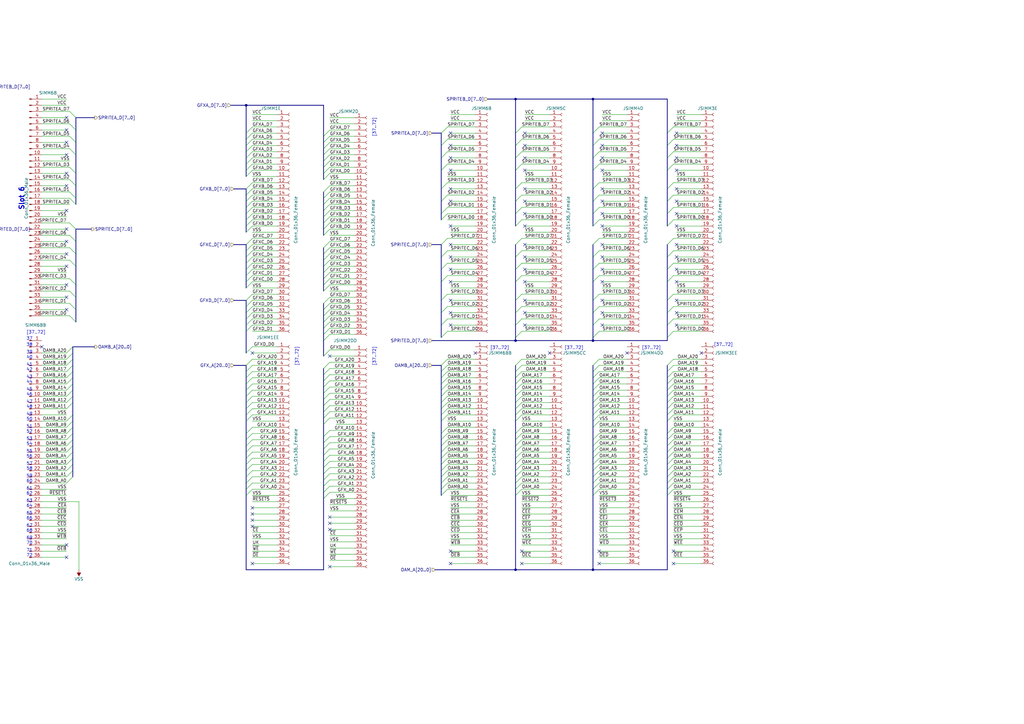
<source format=kicad_sch>
(kicad_sch (version 20211123) (generator eeschema)
  (paper "A3")
  (junction (at 243.205 139.7))
  (junction (at 243.205 40.64))
  (junction (at -86.36 229.87))
  (junction (at -6.985 35.56))
  (junction (at 243.205 233.68))
  (junction (at -46.99 229.87))
  (junction (at 211.455 233.68))
  (junction (at 100.965 43.18))
  (junction (at 211.455 40.64))
  (junction (at 211.455 139.7))
  (junction (at -191.77 40.64))
  (junction (at -45.085 35.56))
  (no_connect (at -48.895 127))
  (no_connect (at 184.785 133.35))
  (no_connect (at -10.795 116.84))
  (no_connect (at -48.895 76.2))
  (no_connect (at -10.795 81.28))
  (no_connect (at 215.265 105.41))
  (no_connect (at 184.785 92.71))
  (no_connect (at 103.505 213.36))
  (no_connect (at 215.265 59.69))
  (no_connect (at 276.225 231.14))
  (no_connect (at -89.535 53.34))
  (no_connect (at 245.745 231.14))
  (no_connect (at 277.495 59.69))
  (no_connect (at 277.495 69.85))
  (no_connect (at 184.785 226.06))
  (no_connect (at 213.995 226.06))
  (no_connect (at 184.785 77.47))
  (no_connect (at 213.995 231.14))
  (no_connect (at 215.265 69.85))
  (no_connect (at 27.305 116.84))
  (no_connect (at 184.785 54.61))
  (no_connect (at -99.06 139.7))
  (no_connect (at -48.895 63.5))
  (no_connect (at 277.495 77.47))
  (no_connect (at 245.745 226.06))
  (no_connect (at 247.015 59.69))
  (no_connect (at 184.785 110.49))
  (no_connect (at 135.255 146.05))
  (no_connect (at 215.265 115.57))
  (no_connect (at -89.535 58.42))
  (no_connect (at -10.16 220.98))
  (no_connect (at 215.265 64.77))
  (no_connect (at -20.32 139.7))
  (no_connect (at 277.495 64.77))
  (no_connect (at -89.535 127))
  (no_connect (at -10.795 93.98))
  (no_connect (at -49.53 226.06))
  (no_connect (at -149.86 224.79))
  (no_connect (at -48.895 109.22))
  (no_connect (at -149.86 204.47))
  (no_connect (at 215.265 77.47))
  (no_connect (at -89.535 81.28))
  (no_connect (at -48.895 116.84))
  (no_connect (at -89.535 104.14))
  (no_connect (at -149.86 138.43))
  (no_connect (at -49.53 220.98))
  (no_connect (at 103.505 210.82))
  (no_connect (at 27.305 93.98))
  (no_connect (at 277.495 92.71))
  (no_connect (at 277.495 133.35))
  (no_connect (at -48.895 99.06))
  (no_connect (at -10.795 48.26))
  (no_connect (at -10.795 71.12))
  (no_connect (at -48.895 81.28))
  (no_connect (at 247.015 100.33))
  (no_connect (at 135.255 232.41))
  (no_connect (at 27.305 86.36))
  (no_connect (at 225.425 144.78))
  (no_connect (at 276.225 226.06))
  (no_connect (at -10.795 76.2))
  (no_connect (at 27.305 228.6))
  (no_connect (at -89.535 86.36))
  (no_connect (at 184.785 231.14))
  (no_connect (at 257.175 144.78))
  (no_connect (at -89.535 109.22))
  (no_connect (at 247.015 54.61))
  (no_connect (at 184.785 69.85))
  (no_connect (at -181.61 224.79))
  (no_connect (at -10.795 121.92))
  (no_connect (at -48.895 93.98))
  (no_connect (at 184.785 123.19))
  (no_connect (at 277.495 105.41))
  (no_connect (at -181.61 207.01))
  (no_connect (at 247.015 110.49))
  (no_connect (at 215.265 123.19))
  (no_connect (at 247.015 133.35))
  (no_connect (at -10.795 58.42))
  (no_connect (at -89.535 99.06))
  (no_connect (at 247.015 115.57))
  (no_connect (at 247.015 69.85))
  (no_connect (at 277.495 100.33))
  (no_connect (at 215.265 133.35))
  (no_connect (at 27.305 127))
  (no_connect (at 277.495 115.57))
  (no_connect (at -48.895 86.36))
  (no_connect (at -181.61 138.43))
  (no_connect (at -89.535 63.5))
  (no_connect (at 247.015 123.19))
  (no_connect (at 184.785 64.77))
  (no_connect (at -181.61 204.47))
  (no_connect (at 27.305 76.2))
  (no_connect (at -89.535 116.84))
  (no_connect (at 135.255 217.17))
  (no_connect (at 103.505 144.78))
  (no_connect (at 103.505 208.28))
  (no_connect (at 103.505 231.14))
  (no_connect (at 27.305 63.5))
  (no_connect (at -89.535 48.26))
  (no_connect (at -10.795 109.22))
  (no_connect (at 215.265 87.63))
  (no_connect (at 215.265 100.33))
  (no_connect (at 247.015 105.41))
  (no_connect (at 103.505 215.9))
  (no_connect (at -10.795 104.14))
  (no_connect (at 27.305 53.34))
  (no_connect (at -48.895 53.34))
  (no_connect (at 215.265 92.71))
  (no_connect (at -48.895 58.42))
  (no_connect (at -48.895 121.92))
  (no_connect (at 247.015 82.55))
  (no_connect (at 27.305 109.22))
  (no_connect (at -88.9 220.98))
  (no_connect (at -48.895 48.26))
  (no_connect (at 215.265 110.49))
  (no_connect (at 277.495 128.27))
  (no_connect (at -89.535 121.92))
  (no_connect (at 27.305 58.42))
  (no_connect (at 184.785 82.55))
  (no_connect (at 215.265 54.61))
  (no_connect (at -89.535 71.12))
  (no_connect (at 184.785 59.69))
  (no_connect (at 247.015 64.77))
  (no_connect (at 247.015 128.27))
  (no_connect (at -10.795 86.36))
  (no_connect (at -48.895 71.12))
  (no_connect (at -149.86 209.55))
  (no_connect (at -181.61 209.55))
  (no_connect (at 27.305 99.06))
  (no_connect (at 277.495 54.61))
  (no_connect (at 277.495 82.55))
  (no_connect (at 135.255 214.63))
  (no_connect (at 27.305 223.52))
  (no_connect (at 27.305 48.26))
  (no_connect (at 277.495 110.49))
  (no_connect (at 287.655 144.78))
  (no_connect (at 247.015 92.71))
  (no_connect (at -10.795 99.06))
  (no_connect (at 277.495 123.19))
  (no_connect (at 215.265 128.27))
  (no_connect (at 194.945 144.78))
  (no_connect (at 17.145 142.24))
  (no_connect (at -10.795 63.5))
  (no_connect (at -89.535 76.2))
  (no_connect (at 27.305 121.92))
  (no_connect (at -48.895 104.14))
  (no_connect (at 247.015 87.63))
  (no_connect (at 277.495 87.63))
  (no_connect (at 247.015 77.47))
  (no_connect (at -59.69 139.7))
  (no_connect (at 215.265 82.55))
  (no_connect (at 27.305 71.12))
  (no_connect (at -149.86 207.01))
  (no_connect (at 135.255 212.09))
  (no_connect (at 27.305 104.14))
  (no_connect (at -10.16 226.06))
  (no_connect (at 184.785 105.41))
  (no_connect (at -10.795 127))
  (no_connect (at -88.9 226.06))
  (no_connect (at 184.785 128.27))
  (no_connect (at -10.795 53.34))
  (no_connect (at 184.785 100.33))
  (no_connect (at -89.535 93.98))
  (no_connect (at 184.785 115.57))
  (bus_entry (at -7.62 167.64) (size -2.54 2.54))
  (bus_entry (at -149.86 119.38) (size -2.54 2.54))
  (bus_entry (at 27.305 154.94) (size 2.54 -2.54))
  (bus_entry (at 243.205 200.66) (size 2.54 -2.54))
  (bus_entry (at 213.995 195.58) (size -2.54 2.54))
  (bus_entry (at -149.86 76.2) (size -2.54 2.54))
  (bus_entry (at -7.62 144.78) (size -2.54 2.54))
  (bus_entry (at 27.305 190.5) (size 2.54 -2.54))
  (bus_entry (at 243.205 198.12) (size 2.54 -2.54))
  (bus_entry (at -181.61 55.88) (size 2.54 2.54))
  (bus_entry (at -149.86 71.12) (size -2.54 2.54))
  (bus_entry (at 213.995 182.88) (size -2.54 2.54))
  (bus_entry (at 213.995 149.86) (size -2.54 2.54))
  (bus_entry (at 27.305 175.26) (size 2.54 -2.54))
  (bus_entry (at -179.07 196.85) (size -2.54 -2.54))
  (bus_entry (at -149.86 189.23) (size -2.54 2.54))
  (bus_entry (at -181.61 78.74) (size 2.54 2.54))
  (bus_entry (at -88.265 101.6) (size 2.54 2.54))
  (bus_entry (at -9.525 91.44) (size 2.54 2.54))
  (bus_entry (at 28.575 129.54) (size 2.54 2.54))
  (bus_entry (at 103.505 85.09) (size -2.54 2.54))
  (bus_entry (at 183.515 120.65) (size -2.54 2.54))
  (bus_entry (at 28.575 119.38) (size 2.54 2.54))
  (bus_entry (at -181.61 161.29) (size 2.54 2.54))
  (bus_entry (at -88.9 157.48) (size 2.54 2.54))
  (bus_entry (at 103.505 113.03) (size -2.54 2.54))
  (bus_entry (at -49.53 190.5) (size 2.54 2.54))
  (bus_entry (at 135.255 76.2) (size -2.54 2.54))
  (bus_entry (at 213.995 167.64) (size -2.54 2.54))
  (bus_entry (at 243.205 193.04) (size 2.54 -2.54))
  (bus_entry (at -7.62 157.48) (size -2.54 2.54))
  (bus_entry (at 135.255 78.74) (size -2.54 2.54))
  (bus_entry (at 28.575 60.96) (size 2.54 2.54))
  (bus_entry (at 135.255 189.23) (size -2.54 2.54))
  (bus_entry (at 243.205 167.64) (size 2.54 -2.54))
  (bus_entry (at 180.975 149.86) (size 2.54 -2.54))
  (bus_entry (at -7.62 160.02) (size -2.54 2.54))
  (bus_entry (at -47.625 129.54) (size 2.54 2.54))
  (bus_entry (at -88.9 152.4) (size 2.54 2.54))
  (bus_entry (at 27.305 149.86) (size 2.54 -2.54))
  (bus_entry (at 276.225 152.4) (size -2.54 2.54))
  (bus_entry (at 135.255 60.96) (size -2.54 2.54))
  (bus_entry (at 213.995 97.79) (size -2.54 2.54))
  (bus_entry (at 103.505 57.15) (size -2.54 2.54))
  (bus_entry (at 213.995 113.03) (size -2.54 2.54))
  (bus_entry (at -149.86 91.44) (size -2.54 2.54))
  (bus_entry (at -181.61 101.6) (size 2.54 2.54))
  (bus_entry (at 213.995 90.17) (size -2.54 2.54))
  (bus_entry (at 135.255 68.58) (size -2.54 2.54))
  (bus_entry (at 135.255 184.15) (size -2.54 2.54))
  (bus_entry (at -88.9 190.5) (size 2.54 2.54))
  (bus_entry (at 180.975 180.34) (size 2.54 -2.54))
  (bus_entry (at 103.505 115.57) (size -2.54 2.54))
  (bus_entry (at -49.53 187.96) (size 2.54 2.54))
  (bus_entry (at 180.975 162.56) (size 2.54 -2.54))
  (bus_entry (at 103.505 69.85) (size -2.54 2.54))
  (bus_entry (at -149.86 121.92) (size -2.54 2.54))
  (bus_entry (at -181.61 129.54) (size 2.54 2.54))
  (bus_entry (at 27.305 172.72) (size 2.54 -2.54))
  (bus_entry (at -49.53 182.88) (size 2.54 2.54))
  (bus_entry (at -181.61 45.72) (size 2.54 2.54))
  (bus_entry (at 135.255 186.69) (size -2.54 2.54))
  (bus_entry (at 103.505 125.73) (size -2.54 2.54))
  (bus_entry (at 276.225 130.81) (size -2.54 2.54))
  (bus_entry (at 276.225 154.94) (size -2.54 2.54))
  (bus_entry (at -181.61 158.75) (size 2.54 2.54))
  (bus_entry (at 103.505 182.88) (size -2.54 2.54))
  (bus_entry (at -88.9 177.8) (size 2.54 2.54))
  (bus_entry (at -9.525 68.58) (size 2.54 2.54))
  (bus_entry (at 243.205 187.96) (size 2.54 -2.54))
  (bus_entry (at 213.995 198.12) (size -2.54 2.54))
  (bus_entry (at -149.86 96.52) (size -2.54 2.54))
  (bus_entry (at -149.86 101.6) (size -2.54 2.54))
  (bus_entry (at 103.505 59.69) (size -2.54 2.54))
  (bus_entry (at 276.225 67.31) (size -2.54 2.54))
  (bus_entry (at -181.61 116.84) (size 2.54 2.54))
  (bus_entry (at 103.505 62.23) (size -2.54 2.54))
  (bus_entry (at -149.86 146.05) (size -2.54 2.54))
  (bus_entry (at 276.225 52.07) (size -2.54 2.54))
  (bus_entry (at -9.525 101.6) (size 2.54 2.54))
  (bus_entry (at -88.9 142.24) (size 2.54 2.54))
  (bus_entry (at -181.61 168.91) (size 2.54 2.54))
  (bus_entry (at -49.53 172.72) (size 2.54 2.54))
  (bus_entry (at -181.61 106.68) (size 2.54 2.54))
  (bus_entry (at -181.61 58.42) (size 2.54 2.54))
  (bus_entry (at 213.995 130.81) (size -2.54 2.54))
  (bus_entry (at 180.975 154.94) (size 2.54 -2.54))
  (bus_entry (at 103.505 82.55) (size -2.54 2.54))
  (bus_entry (at -149.86 121.92) (size -2.54 2.54))
  (bus_entry (at 103.505 130.81) (size -2.54 2.54))
  (bus_entry (at -181.61 121.92) (size 2.54 2.54))
  (bus_entry (at 180.975 157.48) (size 2.54 -2.54))
  (bus_entry (at -9.525 73.66) (size 2.54 2.54))
  (bus_entry (at -181.61 68.58) (size 2.54 2.54))
  (bus_entry (at 103.505 87.63) (size -2.54 2.54))
  (bus_entry (at 27.305 187.96) (size 2.54 -2.54))
  (bus_entry (at 28.575 106.68) (size 2.54 2.54))
  (bus_entry (at 213.995 193.04) (size -2.54 2.54))
  (bus_entry (at 103.505 100.33) (size -2.54 2.54))
  (bus_entry (at 135.255 134.62) (size -2.54 2.54))
  (bus_entry (at 276.225 113.03) (size -2.54 2.54))
  (bus_entry (at 27.305 160.02) (size 2.54 -2.54))
  (bus_entry (at 276.225 160.02) (size -2.54 2.54))
  (bus_entry (at -88.265 50.8) (size 2.54 2.54))
  (bus_entry (at 183.515 87.63) (size -2.54 2.54))
  (bus_entry (at -88.9 193.04) (size 2.54 2.54))
  (bus_entry (at -149.86 184.15) (size -2.54 2.54))
  (bus_entry (at 180.975 165.1) (size 2.54 -2.54))
  (bus_entry (at -149.86 63.5) (size -2.54 2.54))
  (bus_entry (at 27.305 167.64) (size 2.54 -2.54))
  (bus_entry (at 135.255 83.82) (size -2.54 2.54))
  (bus_entry (at 276.225 170.18) (size -2.54 2.54))
  (bus_entry (at -47.625 124.46) (size 2.54 2.54))
  (bus_entry (at -181.61 119.38) (size 2.54 2.54))
  (bus_entry (at -88.9 160.02) (size 2.54 2.54))
  (bus_entry (at -149.86 45.72) (size -2.54 2.54))
  (bus_entry (at 135.255 191.77) (size -2.54 2.54))
  (bus_entry (at 180.975 172.72) (size 2.54 -2.54))
  (bus_entry (at 135.255 111.76) (size -2.54 2.54))
  (bus_entry (at 103.505 165.1) (size -2.54 2.54))
  (bus_entry (at -9.525 83.82) (size 2.54 2.54))
  (bus_entry (at -88.9 172.72) (size 2.54 2.54))
  (bus_entry (at 245.745 135.89) (size -2.54 2.54))
  (bus_entry (at -181.61 189.23) (size 2.54 2.54))
  (bus_entry (at -149.86 58.42) (size -2.54 2.54))
  (bus_entry (at -149.86 73.66) (size -2.54 2.54))
  (bus_entry (at -152.4 196.85) (size 2.54 -2.54))
  (bus_entry (at 135.255 132.08) (size -2.54 2.54))
  (bus_entry (at 103.505 187.96) (size -2.54 2.54))
  (bus_entry (at -181.61 173.99) (size 2.54 2.54))
  (bus_entry (at -149.86 93.98) (size -2.54 2.54))
  (bus_entry (at 135.255 55.88) (size -2.54 2.54))
  (bus_entry (at 28.575 55.88) (size 2.54 2.54))
  (bus_entry (at 132.715 204.47) (size 2.54 -2.54))
  (bus_entry (at -149.86 73.66) (size -2.54 2.54))
  (bus_entry (at 276.225 198.12) (size -2.54 2.54))
  (bus_entry (at -149.86 158.75) (size -2.54 2.54))
  (bus_entry (at 180.975 198.12) (size 2.54 -2.54))
  (bus_entry (at 27.305 152.4) (size 2.54 -2.54))
  (bus_entry (at 135.255 66.04) (size -2.54 2.54))
  (bus_entry (at -181.61 76.2) (size 2.54 2.54))
  (bus_entry (at 103.505 180.34) (size -2.54 2.54))
  (bus_entry (at -49.53 195.58) (size 2.54 2.54))
  (bus_entry (at 135.255 148.59) (size -2.54 2.54))
  (bus_entry (at 135.255 137.16) (size -2.54 2.54))
  (bus_entry (at -9.525 119.38) (size 2.54 2.54))
  (bus_entry (at -7.62 172.72) (size -2.54 2.54))
  (bus_entry (at 103.505 110.49) (size -2.54 2.54))
  (bus_entry (at 103.505 170.18) (size -2.54 2.54))
  (bus_entry (at 213.995 160.02) (size -2.54 2.54))
  (bus_entry (at -149.86 116.84) (size -2.54 2.54))
  (bus_entry (at 103.505 162.56) (size -2.54 2.54))
  (bus_entry (at 183.515 107.95) (size -2.54 2.54))
  (bus_entry (at -181.61 109.22) (size 2.54 2.54))
  (bus_entry (at -9.525 124.46) (size 2.54 2.54))
  (bus_entry (at -149.86 116.84) (size -2.54 2.54))
  (bus_entry (at -149.86 106.68) (size -2.54 2.54))
  (bus_entry (at 243.205 162.56) (size 2.54 -2.54))
  (bus_entry (at -88.265 68.58) (size 2.54 2.54))
  (bus_entry (at 245.745 80.01) (size -2.54 2.54))
  (bus_entry (at 213.995 80.01) (size -2.54 2.54))
  (bus_entry (at 27.305 180.34) (size 2.54 -2.54))
  (bus_entry (at 243.205 203.2) (size 2.54 -2.54))
  (bus_entry (at -181.61 156.21) (size 2.54 2.54))
  (bus_entry (at 135.255 161.29) (size -2.54 2.54))
  (bus_entry (at 135.255 171.45) (size -2.54 2.54))
  (bus_entry (at -181.61 93.98) (size 2.54 2.54))
  (bus_entry (at -88.9 185.42) (size 2.54 2.54))
  (bus_entry (at 245.745 62.23) (size -2.54 2.54))
  (bus_entry (at -181.61 50.8) (size 2.54 2.54))
  (bus_entry (at 213.995 147.32) (size -2.54 2.54))
  (bus_entry (at 135.255 104.14) (size -2.54 2.54))
  (bus_entry (at -149.86 181.61) (size -2.54 2.54))
  (bus_entry (at -47.625 73.66) (size 2.54 2.54))
  (bus_entry (at -88.9 144.78) (size 2.54 2.54))
  (bus_entry (at -149.86 106.68) (size -2.54 2.54))
  (bus_entry (at 183.515 97.79) (size -2.54 2.54))
  (bus_entry (at 245.745 113.03) (size -2.54 2.54))
  (bus_entry (at 103.505 154.94) (size -2.54 2.54))
  (bus_entry (at -149.86 91.44) (size -2.54 2.54))
  (bus_entry (at 27.305 185.42) (size 2.54 -2.54))
  (bus_entry (at -88.265 60.96) (size 2.54 2.54))
  (bus_entry (at -88.265 91.44) (size 2.54 2.54))
  (bus_entry (at 213.995 185.42) (size -2.54 2.54))
  (bus_entry (at -149.86 76.2) (size -2.54 2.54))
  (bus_entry (at 135.255 168.91) (size -2.54 2.54))
  (bus_entry (at -88.265 96.52) (size 2.54 2.54))
  (bus_entry (at 243.205 165.1) (size 2.54 -2.54))
  (bus_entry (at -47.625 45.72) (size 2.54 2.54))
  (bus_entry (at 276.225 62.23) (size -2.54 2.54))
  (bus_entry (at -49.53 149.86) (size 2.54 2.54))
  (bus_entry (at 27.305 165.1) (size 2.54 -2.54))
  (bus_entry (at 213.995 170.18) (size -2.54 2.54))
  (bus_entry (at -181.61 99.06) (size 2.54 2.54))
  (bus_entry (at 245.745 125.73) (size -2.54 2.54))
  (bus_entry (at 213.995 120.65) (size -2.54 2.54))
  (bus_entry (at -181.61 184.15) (size 2.54 2.54))
  (bus_entry (at -149.86 81.28) (size -2.54 2.54))
  (bus_entry (at -149.86 60.96) (size -2.54 2.54))
  (bus_entry (at -9.525 106.68) (size 2.54 2.54))
  (bus_entry (at 135.255 116.84) (size -2.54 2.54))
  (bus_entry (at 245.745 102.87) (size -2.54 2.54))
  (bus_entry (at 276.225 167.64) (size -2.54 2.54))
  (bus_entry (at -181.61 146.05) (size 2.54 2.54))
  (bus_entry (at -49.53 193.04) (size 2.54 2.54))
  (bus_entry (at -47.625 50.8) (size 2.54 2.54))
  (bus_entry (at -149.86 86.36) (size -2.54 2.54))
  (bus_entry (at -181.61 81.28) (size 2.54 2.54))
  (bus_entry (at -7.62 182.88) (size -2.54 2.54))
  (bus_entry (at 103.505 92.71) (size -2.54 2.54))
  (bus_entry (at -149.86 96.52) (size -2.54 2.54))
  (bus_entry (at 135.255 151.13) (size -2.54 2.54))
  (bus_entry (at 103.505 142.24) (size -2.54 2.54))
  (bus_entry (at 276.225 200.66) (size -2.54 2.54))
  (bus_entry (at 135.255 143.51) (size -2.54 2.54))
  (bus_entry (at 243.205 149.86) (size 2.54 -2.54))
  (bus_entry (at -7.62 175.26) (size -2.54 2.54))
  (bus_entry (at -181.61 151.13) (size 2.54 2.54))
  (bus_entry (at -9.525 96.52) (size 2.54 2.54))
  (bus_entry (at -149.86 86.36) (size -2.54 2.54))
  (bus_entry (at 183.515 74.93) (size -2.54 2.54))
  (bus_entry (at 183.515 52.07) (size -2.54 2.54))
  (bus_entry (at -49.53 185.42) (size 2.54 2.54))
  (bus_entry (at 103.505 120.65) (size -2.54 2.54))
  (bus_entry (at -149.86 78.74) (size -2.54 2.54))
  (bus_entry (at -7.62 193.04) (size -2.54 2.54))
  (bus_entry (at 180.975 160.02) (size 2.54 -2.54))
  (bus_entry (at -149.86 83.82) (size -2.54 2.54))
  (bus_entry (at 276.225 102.87) (size -2.54 2.54))
  (bus_entry (at 103.505 105.41) (size -2.54 2.54))
  (bus_entry (at 180.975 190.5) (size 2.54 -2.54))
  (bus_entry (at -7.62 185.42) (size -2.54 2.54))
  (bus_entry (at 27.305 157.48) (size 2.54 -2.54))
  (bus_entry (at 180.975 203.2) (size 2.54 -2.54))
  (bus_entry (at 245.745 74.93) (size -2.54 2.54))
  (bus_entry (at 135.255 194.31) (size -2.54 2.54))
  (bus_entry (at 135.255 121.92) (size -2.54 2.54))
  (bus_entry (at 213.995 165.1) (size -2.54 2.54))
  (bus_entry (at -47.625 119.38) (size 2.54 2.54))
  (bus_entry (at -88.265 114.3) (size 2.54 2.54))
  (bus_entry (at 213.995 177.8) (size -2.54 2.54))
  (bus_entry (at -149.86 71.12) (size -2.54 2.54))
  (bus_entry (at -49.53 175.26) (size 2.54 2.54))
  (bus_entry (at 276.225 187.96) (size -2.54 2.54))
  (bus_entry (at 245.745 97.79) (size -2.54 2.54))
  (bus_entry (at -149.86 63.5) (size -2.54 2.54))
  (bus_entry (at 243.205 160.02) (size 2.54 -2.54))
  (bus_entry (at -7.62 187.96) (size -2.54 2.54))
  (bus_entry (at 28.575 96.52) (size 2.54 2.54))
  (bus_entry (at 103.505 198.12) (size -2.54 2.54))
  (bus_entry (at 276.225 135.89) (size -2.54 2.54))
  (bus_entry (at 135.255 156.21) (size -2.54 2.54))
  (bus_entry (at 213.995 154.94) (size -2.54 2.54))
  (bus_entry (at 183.515 62.23) (size -2.54 2.54))
  (bus_entry (at -47.625 101.6) (size 2.54 2.54))
  (bus_entry (at -149.86 124.46) (size -2.54 2.54))
  (bus_entry (at -181.61 143.51) (size 2.54 2.54))
  (bus_entry (at 135.255 53.34) (size -2.54 2.54))
  (bus_entry (at 276.225 162.56) (size -2.54 2.54))
  (bus_entry (at -88.9 175.26) (size 2.54 2.54))
  (bus_entry (at -149.86 151.13) (size -2.54 2.54))
  (bus_entry (at -149.86 143.51) (size -2.54 2.54))
  (bus_entry (at 183.515 113.03) (size -2.54 2.54))
  (bus_entry (at 103.505 54.61) (size -2.54 2.54))
  (bus_entry (at 135.255 88.9) (size -2.54 2.54))
  (bus_entry (at -88.265 106.68) (size 2.54 2.54))
  (bus_entry (at 103.505 90.17) (size -2.54 2.54))
  (bus_entry (at -49.53 165.1) (size 2.54 2.54))
  (bus_entry (at 276.225 149.86) (size -2.54 2.54))
  (bus_entry (at -149.86 148.59) (size -2.54 2.54))
  (bus_entry (at 103.505 177.8) (size -2.54 2.54))
  (bus_entry (at 103.505 185.42) (size -2.54 2.54))
  (bus_entry (at 243.205 154.94) (size 2.54 -2.54))
  (bus_entry (at -149.86 68.58) (size -2.54 2.54))
  (bus_entry (at 103.505 157.48) (size -2.54 2.54))
  (bus_entry (at 213.995 85.09) (size -2.54 2.54))
  (bus_entry (at -181.61 91.44) (size 2.54 2.54))
  (bus_entry (at 28.575 50.8) (size 2.54 2.54))
  (bus_entry (at -49.53 147.32) (size 2.54 2.54))
  (bus_entry (at 135.255 99.06) (size -2.54 2.54))
  (bus_entry (at 180.975 152.4) (size 2.54 -2.54))
  (bus_entry (at -7.62 154.94) (size -2.54 2.54))
  (bus_entry (at -88.9 147.32) (size 2.54 2.54))
  (bus_entry (at -88.265 55.88) (size 2.54 2.54))
  (bus_entry (at 27.305 144.78) (size 2.54 -2.54))
  (bus_entry (at 28.575 45.72) (size 2.54 2.54))
  (bus_entry (at 180.975 187.96) (size 2.54 -2.54))
  (bus_entry (at 213.995 157.48) (size -2.54 2.54))
  (bus_entry (at -149.86 50.8) (size -2.54 2.54))
  (bus_entry (at -49.53 180.34) (size 2.54 2.54))
  (bus_entry (at -49.53 160.02) (size 2.54 2.54))
  (bus_entry (at -47.625 68.58) (size 2.54 2.54))
  (bus_entry (at 243.205 172.72) (size 2.54 -2.54))
  (bus_entry (at 27.305 162.56) (size 2.54 -2.54))
  (bus_entry (at 245.745 130.81) (size -2.54 2.54))
  (bus_entry (at 103.505 175.26) (size -2.54 2.54))
  (bus_entry (at 180.975 177.8) (size 2.54 -2.54))
  (bus_entry (at 28.575 78.74) (size 2.54 2.54))
  (bus_entry (at 135.255 63.5) (size -2.54 2.54))
  (bus_entry (at -181.61 171.45) (size 2.54 2.54))
  (bus_entry (at -88.9 187.96) (size 2.54 2.54))
  (bus_entry (at -181.61 48.26) (size 2.54 2.54))
  (bus_entry (at 213.995 152.4) (size -2.54 2.54))
  (bus_entry (at 276.225 165.1) (size -2.54 2.54))
  (bus_entry (at -88.9 170.18) (size 2.54 2.54))
  (bus_entry (at 180.975 195.58) (size 2.54 -2.54))
  (bus_entry (at -7.62 177.8) (size -2.54 2.54))
  (bus_entry (at -49.53 144.78) (size 2.54 2.54))
  (bus_entry (at 135.255 129.54) (size -2.54 2.54))
  (bus_entry (at 183.515 130.81) (size -2.54 2.54))
  (bus_entry (at 245.745 120.65) (size -2.54 2.54))
  (bus_entry (at -7.62 147.32) (size -2.54 2.54))
  (bus_entry (at -149.86 140.97) (size -2.54 2.54))
  (bus_entry (at 103.505 128.27) (size -2.54 2.54))
  (bus_entry (at -149.86 129.54) (size -2.54 2.54))
  (bus_entry (at 135.255 91.44) (size -2.54 2.54))
  (bus_entry (at -149.86 48.26) (size -2.54 2.54))
  (bus_entry (at 103.505 102.87) (size -2.54 2.54))
  (bus_entry (at -47.625 96.52) (size 2.54 2.54))
  (bus_entry (at 103.505 193.04) (size -2.54 2.54))
  (bus_entry (at 243.205 157.48) (size 2.54 -2.54))
  (bus_entry (at -7.62 170.18) (size -2.54 2.54))
  (bus_entry (at 103.505 67.31) (size -2.54 2.54))
  (bus_entry (at 213.995 74.93) (size -2.54 2.54))
  (bus_entry (at -47.625 55.88) (size 2.54 2.54))
  (bus_entry (at 27.305 193.04) (size 2.54 -2.54))
  (bus_entry (at 276.225 177.8) (size -2.54 2.54))
  (bus_entry (at -149.86 83.82) (size -2.54 2.54))
  (bus_entry (at -149.86 179.07) (size -2.54 2.54))
  (bus_entry (at 103.505 107.95) (size -2.54 2.54))
  (bus_entry (at -49.53 177.8) (size 2.54 2.54))
  (bus_entry (at 103.505 160.02) (size -2.54 2.54))
  (bus_entry (at 28.575 68.58) (size 2.54 2.54))
  (bus_entry (at -181.61 104.14) (size 2.54 2.54))
  (bus_entry (at 28.575 124.46) (size 2.54 2.54))
  (bus_entry (at -149.86 109.22) (size -2.54 2.54))
  (bus_entry (at 135.255 127) (size -2.54 2.54))
  (bus_entry (at 213.995 102.87) (size -2.54 2.54))
  (bus_entry (at 276.225 107.95) (size -2.54 2.54))
  (bus_entry (at 183.515 85.09) (size -2.54 2.54))
  (bus_entry (at 243.205 152.4) (size 2.54 -2.54))
  (bus_entry (at -149.86 78.74) (size -2.54 2.54))
  (bus_entry (at 135.255 199.39) (size -2.54 2.54))
  (bus_entry (at 103.505 74.93) (size -2.54 2.54))
  (bus_entry (at 276.225 57.15) (size -2.54 2.54))
  (bus_entry (at -149.86 124.46) (size -2.54 2.54))
  (bus_entry (at 276.225 120.65) (size -2.54 2.54))
  (bus_entry (at 183.515 125.73) (size -2.54 2.54))
  (bus_entry (at 276.225 147.32) (size -2.54 2.54))
  (bus_entry (at -149.86 101.6) (size -2.54 2.54))
  (bus_entry (at 103.505 152.4) (size -2.54 2.54))
  (bus_entry (at 276.225 74.93) (size -2.54 2.54))
  (bus_entry (at -149.86 55.88) (size -2.54 2.54))
  (bus_entry (at -149.86 104.14) (size -2.54 2.54))
  (bus_entry (at 135.255 176.53) (size -2.54 2.54))
  (bus_entry (at 180.975 185.42) (size 2.54 -2.54))
  (bus_entry (at -7.62 180.34) (size -2.54 2.54))
  (bus_entry (at -88.265 45.72) (size 2.54 2.54))
  (bus_entry (at 135.255 196.85) (size -2.54 2.54))
  (bus_entry (at -181.61 191.77) (size 2.54 2.54))
  (bus_entry (at 135.255 109.22) (size -2.54 2.54))
  (bus_entry (at 103.505 80.01) (size -2.54 2.54))
  (bus_entry (at 245.745 85.09) (size -2.54 2.54))
  (bus_entry (at -149.86 114.3) (size -2.54 2.54))
  (bus_entry (at -149.86 127) (size -2.54 2.54))
  (bus_entry (at 276.225 195.58) (size -2.54 2.54))
  (bus_entry (at -149.86 186.69) (size -2.54 2.54))
  (bus_entry (at -149.86 176.53) (size -2.54 2.54))
  (bus_entry (at -181.61 63.5) (size 2.54 2.54))
  (bus_entry (at -181.61 83.82) (size 2.54 2.54))
  (bus_entry (at 213.995 187.96) (size -2.54 2.54))
  (bus_entry (at -181.61 186.69) (size 2.54 2.54))
  (bus_entry (at 135.255 114.3) (size -2.54 2.54))
  (bus_entry (at 276.225 80.01) (size -2.54 2.54))
  (bus_entry (at 103.505 200.66) (size -2.54 2.54))
  (bus_entry (at -181.61 71.12) (size 2.54 2.54))
  (bus_entry (at 135.255 181.61) (size -2.54 2.54))
  (bus_entry (at -88.9 149.86) (size 2.54 2.54))
  (bus_entry (at 28.575 101.6) (size 2.54 2.54))
  (bus_entry (at 27.305 195.58) (size 2.54 -2.54))
  (bus_entry (at -149.86 163.83) (size -2.54 2.54))
  (bus_entry (at 213.995 135.89) (size -2.54 2.54))
  (bus_entry (at 276.225 180.34) (size -2.54 2.54))
  (bus_entry (at -88.265 83.82) (size 2.54 2.54))
  (bus_entry (at 183.515 135.89) (size -2.54 2.54))
  (bus_entry (at -181.61 140.97) (size 2.54 2.54))
  (bus_entry (at 245.745 52.07) (size -2.54 2.54))
  (bus_entry (at -47.625 60.96) (size 2.54 2.54))
  (bus_entry (at 213.995 52.07) (size -2.54 2.54))
  (bus_entry (at 180.975 193.04) (size 2.54 -2.54))
  (bus_entry (at -181.61 53.34) (size 2.54 2.54))
  (bus_entry (at -181.61 114.3) (size 2.54 2.54))
  (bus_entry (at 183.515 57.15) (size -2.54 2.54))
  (bus_entry (at -7.62 142.24) (size -2.54 2.54))
  (bus_entry (at -47.625 91.44) (size 2.54 2.54))
  (bus_entry (at -88.265 124.46) (size 2.54 2.54))
  (bus_entry (at 183.515 80.01) (size -2.54 2.54))
  (bus_entry (at 135.255 86.36) (size -2.54 2.54))
  (bus_entry (at -181.61 153.67) (size 2.54 2.54))
  (bus_entry (at -47.625 83.82) (size 2.54 2.54))
  (bus_entry (at -181.61 181.61) (size 2.54 2.54))
  (bus_entry (at -49.53 154.94) (size 2.54 2.54))
  (bus_entry (at -149.86 153.67) (size -2.54 2.54))
  (bus_entry (at 180.975 170.18) (size 2.54 -2.54))
  (bus_entry (at 213.995 107.95) (size -2.54 2.54))
  (bus_entry (at 135.255 166.37) (size -2.54 2.54))
  (bus_entry (at 135.255 124.46) (size -2.54 2.54))
  (bus_entry (at 276.225 97.79) (size -2.54 2.54))
  (bus_entry (at -149.86 104.14) (size -2.54 2.54))
  (bus_entry (at 245.745 67.31) (size -2.54 2.54))
  (bus_entry (at 213.995 125.73) (size -2.54 2.54))
  (bus_entry (at 103.505 52.07) (size -2.54 2.54))
  (bus_entry (at 103.505 123.19) (size -2.54 2.54))
  (bus_entry (at -49.53 152.4) (size 2.54 2.54))
  (bus_entry (at -9.525 129.54) (size 2.54 2.54))
  (bus_entry (at 135.255 71.12) (size -2.54 2.54))
  (bus_entry (at 276.225 193.04) (size -2.54 2.54))
  (bus_entry (at 103.505 167.64) (size -2.54 2.54))
  (bus_entry (at -47.625 106.68) (size 2.54 2.54))
  (bus_entry (at 135.255 101.6) (size -2.54 2.54))
  (bus_entry (at -49.53 157.48) (size 2.54 2.54))
  (bus_entry (at 28.575 73.66) (size 2.54 2.54))
  (bus_entry (at -9.525 78.74) (size 2.54 2.54))
  (bus_entry (at -88.9 180.34) (size 2.54 2.54))
  (bus_entry (at 213.995 162.56) (size -2.54 2.54))
  (bus_entry (at 180.975 182.88) (size 2.54 -2.54))
  (bus_entry (at -149.86 93.98) (size -2.54 2.54))
  (bus_entry (at -7.62 190.5) (size -2.54 2.54))
  (bus_entry (at 276.225 175.26) (size -2.54 2.54))
  (bus_entry (at -149.86 168.91) (size -2.54 2.54))
  (bus_entry (at 243.205 182.88) (size 2.54 -2.54))
  (bus_entry (at 27.305 182.88) (size 2.54 -2.54))
  (bus_entry (at 245.745 57.15) (size -2.54 2.54))
  (bus_entry (at -181.61 124.46) (size 2.54 2.54))
  (bus_entry (at -181.61 96.52) (size 2.54 2.54))
  (bus_entry (at 135.255 179.07) (size -2.54 2.54))
  (bus_entry (at -181.61 73.66) (size 2.54 2.54))
  (bus_entry (at -7.62 162.56) (size -2.54 2.54))
  (bus_entry (at 135.255 158.75) (size -2.54 2.54))
  (bus_entry (at -181.61 176.53) (size 2.54 2.54))
  (bus_entry (at 213.995 190.5) (size -2.54 2.54))
  (bus_entry (at -149.86 68.58) (size -2.54 2.54))
  (bus_entry (at -7.62 149.86) (size -2.54 2.54))
  (bus_entry (at -149.86 81.28) (size -2.54 2.54))
  (bus_entry (at -9.525 45.72) (size 2.54 2.54))
  (bus_entry (at 243.205 190.5) (size 2.54 -2.54))
  (bus_entry (at -49.53 142.24) (size 2.54 2.54))
  (bus_entry (at 28.575 114.3) (size 2.54 2.54))
  (bus_entry (at -47.625 114.3) (size 2.54 2.54))
  (bus_entry (at -88.9 154.94) (size 2.54 2.54))
  (bus_entry (at 135.255 163.83) (size -2.54 2.54))
  (bus_entry (at 245.745 107.95) (size -2.54 2.54))
  (bus_entry (at 135.255 153.67) (size -2.54 2.54))
  (bus_entry (at 243.205 175.26) (size 2.54 -2.54))
  (bus_entry (at -47.625 78.74) (size 2.54 2.54))
  (bus_entry (at 27.305 198.12) (size 2.54 -2.54))
  (bus_entry (at 213.995 62.23) (size -2.54 2.54))
  (bus_entry (at 243.205 195.58) (size 2.54 -2.54))
  (bus_entry (at 183.515 67.31) (size -2.54 2.54))
  (bus_entry (at -181.61 127) (size 2.54 2.54))
  (bus_entry (at 103.505 195.58) (size -2.54 2.54))
  (bus_entry (at 276.225 182.88) (size -2.54 2.54))
  (bus_entry (at -9.525 55.88) (size 2.54 2.54))
  (bus_entry (at -88.265 78.74) (size 2.54 2.54))
  (bus_entry (at 27.305 147.32) (size 2.54 -2.54))
  (bus_entry (at 103.505 147.32) (size -2.54 2.54))
  (bus_entry (at 103.505 133.35) (size -2.54 2.54))
  (bus_entry (at -149.86 119.38) (size -2.54 2.54))
  (bus_entry (at 276.225 157.48) (size -2.54 2.54))
  (bus_entry (at -181.61 148.59) (size 2.54 2.54))
  (bus_entry (at -49.53 162.56) (size 2.54 2.54))
  (bus_entry (at 276.225 90.17) (size -2.54 2.54))
  (bus_entry (at -88.265 119.38) (size 2.54 2.54))
  (bus_entry (at 180.975 200.66) (size 2.54 -2.54))
  (bus_entry (at 245.745 90.17) (size -2.54 2.54))
  (bus_entry (at 213.995 180.34) (size -2.54 2.54))
  (bus_entry (at -9.525 114.3) (size 2.54 2.54))
  (bus_entry (at -149.86 114.3) (size -2.54 2.54))
  (bus_entry (at -149.86 53.34) (size -2.54 2.54))
  (bus_entry (at 135.255 106.68) (size -2.54 2.54))
  (bus_entry (at -7.62 139.7) (size -2.54 2.54))
  (bus_entry (at -149.86 191.77) (size -2.54 2.54))
  (bus_entry (at 213.995 200.66) (size -2.54 2.54))
  (bus_entry (at -181.61 163.83) (size 2.54 2.54))
  (bus_entry (at 135.255 58.42) (size -2.54 2.54))
  (bus_entry (at 243.205 185.42) (size 2.54 -2.54))
  (bus_entry (at -88.9 195.58) (size 2.54 2.54))
  (bus_entry (at 276.225 185.42) (size -2.54 2.54))
  (bus_entry (at -88.265 73.66) (size 2.54 2.54))
  (bus_entry (at 103.505 64.77) (size -2.54 2.54))
  (bus_entry (at 28.575 81.28) (size 2.54 2.54))
  (bus_entry (at -88.265 129.54) (size 2.54 2.54))
  (bus_entry (at -9.525 60.96) (size 2.54 2.54))
  (bus_entry (at 135.255 93.98) (size -2.54 2.54))
  (bus_entry (at -181.61 60.96) (size 2.54 2.54))
  (bus_entry (at 213.995 57.15) (size -2.54 2.54))
  (bus_entry (at 103.505 190.5) (size -2.54 2.54))
  (bus_entry (at 243.205 170.18) (size 2.54 -2.54))
  (bus_entry (at 180.975 167.64) (size 2.54 -2.54))
  (bus_entry (at -9.525 50.8) (size 2.54 2.54))
  (bus_entry (at -88.9 182.88) (size 2.54 2.54))
  (bus_entry (at -88.9 165.1) (size 2.54 2.54))
  (bus_entry (at -149.86 171.45) (size -2.54 2.54))
  (bus_entry (at 28.575 91.44) (size 2.54 2.54))
  (bus_entry (at 276.225 85.09) (size -2.54 2.54))
  (bus_entry (at 103.505 97.79) (size -2.54 2.54))
  (bus_entry (at 276.225 190.5) (size -2.54 2.54))
  (bus_entry (at -181.61 86.36) (size 2.54 2.54))
  (bus_entry (at 103.505 77.47) (size -2.54 2.54))
  (bus_entry (at -149.86 99.06) (size -2.54 2.54))
  (bus_entry (at -7.62 152.4) (size -2.54 2.54))
  (bus_entry (at 213.995 175.26) (size -2.54 2.54))
  (bus_entry (at 243.205 180.34) (size 2.54 -2.54))
  (bus_entry (at -149.86 109.22) (size -2.54 2.54))
  (bus_entry (at 183.515 102.87) (size -2.54 2.54))
  (bus_entry (at -149.86 173.99) (size -2.54 2.54))
  (bus_entry (at -149.86 161.29) (size -2.54 2.54))
  (bus_entry (at -181.61 135.89) (size 2.54 2.54))
  (bus_entry (at 213.995 67.31) (size -2.54 2.54))
  (bus_entry (at -49.53 170.18) (size 2.54 2.54))
  (bus_entry (at 27.305 177.8) (size 2.54 -2.54))
  (bus_entry (at -149.86 99.06) (size -2.54 2.54))
  (bus_entry (at 276.225 125.73) (size -2.54 2.54))
  (bus_entry (at 103.505 149.86) (size -2.54 2.54))
  (bus_entry (at -149.86 135.89) (size -2.54 2.54))
  (bus_entry (at -88.9 162.56) (size 2.54 2.54))
  (bus_entry (at -149.86 156.21) (size -2.54 2.54))
  (bus_entry (at 135.255 81.28) (size -2.54 2.54))
  (bus_entry (at -181.61 179.07) (size 2.54 2.54))
  (wire (pts (xy 287.655 87.63) (xy 277.495 87.63)))
  (bus (pts (xy 273.685 138.43) (xy 273.685 139.7)))
  (wire (pts (xy -99.06 182.88) (xy -88.9 182.88)))
  (wire (pts (xy 27.305 154.94) (xy 17.145 154.94)))
  (wire (pts (xy -191.77 196.85) (xy -184.15 196.85)))
  (wire (pts (xy 287.655 97.79) (xy 276.225 97.79)))
  (bus (pts (xy 243.205 40.64) (xy 211.455 40.64)))
  (bus (pts (xy 180.975 59.69) (xy 180.975 64.77)))
  (wire (pts (xy 145.415 224.79) (xy 135.255 224.79)))
  (wire (pts (xy 145.415 66.04) (xy 135.255 66.04)))
  (wire (pts (xy 287.655 102.87) (xy 276.225 102.87)))
  (wire (pts (xy 225.425 220.98) (xy 213.995 220.98)))
  (wire (pts (xy -99.06 208.28) (xy -88.9 208.28)))
  (bus (pts (xy 180.975 170.18) (xy 180.975 172.72)))
  (bus (pts (xy 100.965 149.86) (xy 95.885 149.86)))
  (bus (pts (xy 211.455 115.57) (xy 211.455 123.19)))
  (wire (pts (xy 257.175 52.07) (xy 245.745 52.07)))
  (bus (pts (xy 243.205 100.33) (xy 243.205 105.41)))
  (bus (pts (xy 211.455 185.42) (xy 211.455 187.96)))
  (wire (pts (xy 145.415 132.08) (xy 135.255 132.08)))
  (bus (pts (xy 132.715 158.75) (xy 132.715 161.29)))
  (wire (pts (xy 257.175 170.18) (xy 245.745 170.18)))
  (bus (pts (xy 180.975 64.77) (xy 180.975 69.85)))
  (wire (pts (xy 287.655 125.73) (xy 276.225 125.73)))
  (bus (pts (xy 100.965 90.17) (xy 100.965 92.71)))
  (wire (pts (xy 257.175 185.42) (xy 245.745 185.42)))
  (wire (pts (xy 225.425 74.93) (xy 213.995 74.93)))
  (wire (pts (xy 257.175 193.04) (xy 245.745 193.04)))
  (wire (pts (xy 113.665 54.61) (xy 103.505 54.61)))
  (wire (pts (xy -59.055 50.8) (xy -47.625 50.8)))
  (wire (pts (xy -59.055 40.64) (xy -48.895 40.64)))
  (wire (pts (xy 287.655 160.02) (xy 276.225 160.02)))
  (bus (pts (xy 132.715 137.16) (xy 132.715 139.7)))
  (bus (pts (xy -152.4 166.37) (xy -152.4 171.45)))
  (wire (pts (xy -99.06 193.04) (xy -88.9 193.04)))
  (bus (pts (xy -85.725 58.42) (xy -85.725 63.5)))
  (bus (pts (xy 180.975 193.04) (xy 180.975 195.58)))
  (wire (pts (xy 257.175 100.33) (xy 247.015 100.33)))
  (wire (pts (xy 287.655 208.28) (xy 276.225 208.28)))
  (bus (pts (xy -46.99 190.5) (xy -46.99 193.04)))
  (wire (pts (xy 113.665 144.78) (xy 103.505 144.78)))
  (bus (pts (xy -179.07 166.37) (xy -179.07 171.45)))
  (wire (pts (xy 145.415 134.62) (xy 135.255 134.62)))
  (bus (pts (xy 273.685 54.61) (xy 273.685 40.64)))
  (wire (pts (xy -99.06 154.94) (xy -88.9 154.94)))
  (wire (pts (xy 194.945 102.87) (xy 183.515 102.87)))
  (wire (pts (xy 113.665 123.19) (xy 103.505 123.19)))
  (bus (pts (xy 273.685 115.57) (xy 273.685 110.49)))
  (wire (pts (xy -191.77 83.82) (xy -181.61 83.82)))
  (wire (pts (xy -59.69 182.88) (xy -49.53 182.88)))
  (bus (pts (xy 211.455 110.49) (xy 211.455 115.57)))
  (wire (pts (xy -139.7 111.76) (xy -149.86 111.76)))
  (bus (pts (xy 100.965 195.58) (xy 100.965 198.12)))
  (bus (pts (xy 29.845 187.96) (xy 29.845 190.5)))
  (bus (pts (xy 243.205 128.27) (xy 243.205 133.35)))
  (wire (pts (xy 113.665 128.27) (xy 103.505 128.27)))
  (bus (pts (xy 211.455 182.88) (xy 211.455 185.42)))
  (wire (pts (xy 257.175 92.71) (xy 247.015 92.71)))
  (bus (pts (xy -85.725 99.06) (xy -85.725 93.98)))
  (wire (pts (xy 113.665 147.32) (xy 103.505 147.32)))
  (wire (pts (xy -99.695 127) (xy -89.535 127)))
  (wire (pts (xy -59.055 106.68) (xy -47.625 106.68)))
  (wire (pts (xy 257.175 190.5) (xy 245.745 190.5)))
  (bus (pts (xy -179.07 153.67) (xy -179.07 156.21)))
  (wire (pts (xy 113.665 208.28) (xy 103.505 208.28)))
  (bus (pts (xy 132.715 156.21) (xy 132.715 158.75)))
  (wire (pts (xy 17.145 99.06) (xy 27.305 99.06)))
  (wire (pts (xy 27.305 147.32) (xy 17.145 147.32)))
  (wire (pts (xy 145.415 229.87) (xy 135.255 229.87)))
  (bus (pts (xy -7.62 144.78) (xy -7.62 147.32)))
  (wire (pts (xy 257.175 82.55) (xy 247.015 82.55)))
  (wire (pts (xy 225.425 175.26) (xy 213.995 175.26)))
  (bus (pts (xy 243.205 200.66) (xy 243.205 203.2)))
  (wire (pts (xy -10.16 162.56) (xy -20.32 162.56)))
  (bus (pts (xy 180.975 54.61) (xy 177.165 54.61)))
  (wire (pts (xy 225.425 59.69) (xy 215.265 59.69)))
  (bus (pts (xy -152.4 101.6) (xy -152.4 104.14)))
  (bus (pts (xy 180.975 185.42) (xy 180.975 187.96)))
  (wire (pts (xy -191.77 189.23) (xy -181.61 189.23)))
  (wire (pts (xy -20.955 106.68) (xy -9.525 106.68)))
  (bus (pts (xy -85.725 63.5) (xy -85.725 71.12)))
  (wire (pts (xy 113.665 149.86) (xy 103.505 149.86)))
  (wire (pts (xy 257.175 102.87) (xy 245.745 102.87)))
  (wire (pts (xy -191.77 191.77) (xy -181.61 191.77)))
  (wire (pts (xy -139.7 68.58) (xy -149.86 68.58)))
  (wire (pts (xy 194.945 90.17) (xy 183.515 90.17)))
  (wire (pts (xy 27.305 198.12) (xy 17.145 198.12)))
  (wire (pts (xy 194.945 92.71) (xy 184.785 92.71)))
  (wire (pts (xy -99.695 68.58) (xy -88.265 68.58)))
  (wire (pts (xy -59.69 203.2) (xy -49.53 203.2)))
  (bus (pts (xy -6.985 116.84) (xy -6.985 109.22)))
  (bus (pts (xy 273.685 149.86) (xy 273.685 152.4)))
  (wire (pts (xy -20.955 50.8) (xy -9.525 50.8)))
  (bus (pts (xy 180.975 133.35) (xy 180.975 128.27)))
  (bus (pts (xy 211.455 133.35) (xy 211.455 138.43)))
  (wire (pts (xy 27.305 180.34) (xy 17.145 180.34)))
  (bus (pts (xy 132.715 171.45) (xy 132.715 173.99)))
  (wire (pts (xy -191.77 106.68) (xy -181.61 106.68)))
  (wire (pts (xy 145.415 101.6) (xy 135.255 101.6)))
  (wire (pts (xy 257.175 215.9) (xy 245.745 215.9)))
  (wire (pts (xy -59.69 154.94) (xy -49.53 154.94)))
  (wire (pts (xy -59.055 104.14) (xy -48.895 104.14)))
  (bus (pts (xy 100.965 185.42) (xy 100.965 187.96)))
  (wire (pts (xy 145.415 204.47) (xy 137.795 204.47)))
  (bus (pts (xy 132.715 111.76) (xy 132.715 114.3)))
  (bus (pts (xy 100.965 77.47) (xy 100.965 80.01)))
  (wire (pts (xy 257.175 125.73) (xy 245.745 125.73)))
  (bus (pts (xy -7.62 167.64) (xy -7.62 170.18)))
  (wire (pts (xy -20.32 165.1) (xy -10.16 165.1)))
  (wire (pts (xy -20.955 58.42) (xy -10.795 58.42)))
  (bus (pts (xy -86.36 162.56) (xy -86.36 165.1)))
  (bus (pts (xy -152.4 63.5) (xy -152.4 60.96)))
  (bus (pts (xy -152.4 189.23) (xy -152.4 191.77)))
  (bus (pts (xy 132.715 196.85) (xy 132.715 199.39)))
  (wire (pts (xy 257.175 46.99) (xy 247.015 46.99)))
  (wire (pts (xy -139.7 78.74) (xy -149.86 78.74)))
  (wire (pts (xy 257.175 105.41) (xy 247.015 105.41)))
  (bus (pts (xy 180.975 152.4) (xy 180.975 154.94)))
  (wire (pts (xy -20.32 205.74) (xy -10.16 205.74)))
  (wire (pts (xy 225.425 203.2) (xy 213.995 203.2)))
  (bus (pts (xy -152.4 76.2) (xy -152.4 78.74)))
  (wire (pts (xy 17.145 101.6) (xy 28.575 101.6)))
  (wire (pts (xy 194.945 87.63) (xy 183.515 87.63)))
  (bus (pts (xy -45.085 35.56) (xy -85.725 35.56)))
  (wire (pts (xy 257.175 67.31) (xy 245.745 67.31)))
  (bus (pts (xy -179.07 63.5) (xy -179.07 60.96)))
  (wire (pts (xy 225.425 198.12) (xy 213.995 198.12)))
  (bus (pts (xy 273.685 133.35) (xy 273.685 128.27)))
  (wire (pts (xy 194.945 195.58) (xy 183.515 195.58)))
  (wire (pts (xy -59.69 177.8) (xy -49.53 177.8)))
  (wire (pts (xy -191.77 96.52) (xy -181.61 96.52)))
  (wire (pts (xy -191.77 166.37) (xy -184.15 166.37)))
  (wire (pts (xy -191.77 171.45) (xy -181.61 171.45)))
  (wire (pts (xy -59.69 208.28) (xy -49.53 208.28)))
  (bus (pts (xy 132.715 166.37) (xy 132.715 168.91)))
  (wire (pts (xy 257.175 152.4) (xy 245.745 152.4)))
  (wire (pts (xy -10.16 185.42) (xy -20.32 185.42)))
  (bus (pts (xy 211.455 170.18) (xy 211.455 172.72)))
  (wire (pts (xy -59.69 172.72) (xy -49.53 172.72)))
  (bus (pts (xy -7.62 147.32) (xy -7.62 149.86)))
  (wire (pts (xy -59.055 58.42) (xy -48.895 58.42)))
  (wire (pts (xy 194.945 133.35) (xy 184.785 133.35)))
  (bus (pts (xy -6.985 35.56) (xy -6.985 48.26)))
  (wire (pts (xy 145.415 194.31) (xy 135.255 194.31)))
  (wire (pts (xy -139.7 161.29) (xy -149.86 161.29)))
  (bus (pts (xy 243.205 139.7) (xy 211.455 139.7)))
  (bus (pts (xy -179.07 71.12) (xy -173.99 71.12)))
  (bus (pts (xy -6.985 48.26) (xy -6.985 53.34)))
  (wire (pts (xy 225.425 187.96) (xy 213.995 187.96)))
  (bus (pts (xy 273.685 59.69) (xy 273.685 54.61)))
  (bus (pts (xy -152.4 196.85) (xy -179.07 196.85)))
  (wire (pts (xy -191.77 104.14) (xy -181.61 104.14)))
  (bus (pts (xy 100.965 190.5) (xy 100.965 193.04)))
  (wire (pts (xy -10.16 195.58) (xy -20.32 195.58)))
  (wire (pts (xy -139.7 207.01) (xy -149.86 207.01)))
  (wire (pts (xy 145.415 121.92) (xy 135.255 121.92)))
  (wire (pts (xy -59.055 111.76) (xy -48.895 111.76)))
  (wire (pts (xy 113.665 220.98) (xy 103.505 220.98)))
  (bus (pts (xy -179.07 50.8) (xy -179.07 48.26)))
  (bus (pts (xy -7.62 142.24) (xy -7.62 144.78)))
  (bus (pts (xy -152.4 66.04) (xy -152.4 63.5)))
  (wire (pts (xy 287.655 59.69) (xy 277.495 59.69)))
  (bus (pts (xy -46.99 172.72) (xy -46.99 175.26)))
  (bus (pts (xy -7.62 154.94) (xy -7.62 157.48)))
  (wire (pts (xy -59.055 71.12) (xy -48.895 71.12)))
  (wire (pts (xy 17.145 220.98) (xy 27.305 220.98)))
  (bus (pts (xy 100.965 133.35) (xy 100.965 135.89)))
  (wire (pts (xy -139.7 71.12) (xy -149.86 71.12)))
  (bus (pts (xy -86.36 190.5) (xy -86.36 193.04)))
  (wire (pts (xy 225.425 218.44) (xy 213.995 218.44)))
  (wire (pts (xy 113.665 228.6) (xy 103.505 228.6)))
  (wire (pts (xy 287.655 69.85) (xy 277.495 69.85)))
  (wire (pts (xy -20.955 60.96) (xy -9.525 60.96)))
  (bus (pts (xy 180.975 160.02) (xy 180.975 162.56)))
  (wire (pts (xy 287.655 100.33) (xy 277.495 100.33)))
  (wire (pts (xy 194.945 100.33) (xy 184.785 100.33)))
  (bus (pts (xy -86.36 193.04) (xy -86.36 195.58)))
  (bus (pts (xy -152.4 173.99) (xy -152.4 176.53)))
  (wire (pts (xy 225.425 160.02) (xy 213.995 160.02)))
  (wire (pts (xy -59.055 88.9) (xy -48.895 88.9)))
  (bus (pts (xy 132.715 66.04) (xy 132.715 63.5)))
  (wire (pts (xy -99.06 203.2) (xy -88.9 203.2)))
  (wire (pts (xy 17.145 200.66) (xy 27.305 200.66)))
  (wire (pts (xy 225.425 110.49) (xy 215.265 110.49)))
  (wire (pts (xy 27.305 162.56) (xy 17.145 162.56)))
  (bus (pts (xy 273.685 162.56) (xy 273.685 165.1)))
  (wire (pts (xy -191.77 111.76) (xy -181.61 111.76)))
  (wire (pts (xy -139.7 224.79) (xy -149.86 224.79)))
  (wire (pts (xy -191.77 135.89) (xy -181.61 135.89)))
  (bus (pts (xy -6.985 132.08) (xy -6.985 127)))
  (wire (pts (xy 113.665 46.99) (xy 103.505 46.99)))
  (wire (pts (xy -59.055 93.98) (xy -48.895 93.98)))
  (wire (pts (xy 17.145 58.42) (xy 27.305 58.42)))
  (wire (pts (xy -139.7 135.89) (xy -149.86 135.89)))
  (bus (pts (xy -152.4 186.69) (xy -152.4 189.23)))
  (wire (pts (xy 17.145 111.76) (xy 27.305 111.76)))
  (wire (pts (xy 287.655 213.36) (xy 276.225 213.36)))
  (bus (pts (xy -152.4 116.84) (xy -152.4 119.38)))
  (wire (pts (xy 145.415 151.13) (xy 135.255 151.13)))
  (wire (pts (xy -99.06 175.26) (xy -88.9 175.26)))
  (bus (pts (xy 180.975 157.48) (xy 180.975 160.02)))
  (wire (pts (xy -99.695 76.2) (xy -89.535 76.2)))
  (wire (pts (xy 225.425 223.52) (xy 213.995 223.52)))
  (wire (pts (xy 257.175 135.89) (xy 245.745 135.89)))
  (bus (pts (xy -152.4 129.54) (xy -152.4 132.08)))
  (wire (pts (xy 113.665 215.9) (xy 103.505 215.9)))
  (bus (pts (xy 29.845 147.32) (xy 29.845 149.86)))
  (bus (pts (xy -7.62 172.72) (xy -7.62 175.26)))
  (wire (pts (xy -191.77 168.91) (xy -181.61 168.91)))
  (bus (pts (xy 211.455 64.77) (xy 211.455 69.85)))
  (wire (pts (xy 145.415 99.06) (xy 135.255 99.06)))
  (bus (pts (xy -45.085 121.92) (xy -45.085 116.84)))
  (wire (pts (xy -139.7 129.54) (xy -149.86 129.54)))
  (wire (pts (xy 194.945 231.14) (xy 184.785 231.14)))
  (wire (pts (xy 225.425 115.57) (xy 215.265 115.57)))
  (wire (pts (xy 287.655 172.72) (xy 276.225 172.72)))
  (bus (pts (xy 132.715 104.14) (xy 132.715 106.68)))
  (bus (pts (xy 243.205 69.85) (xy 243.205 77.47)))
  (bus (pts (xy -6.985 76.2) (xy -6.985 81.28)))
  (wire (pts (xy 194.945 203.2) (xy 184.785 203.2)))
  (wire (pts (xy 194.945 149.86) (xy 183.515 149.86)))
  (wire (pts (xy 225.425 52.07) (xy 213.995 52.07)))
  (wire (pts (xy 113.665 142.24) (xy 103.505 142.24)))
  (wire (pts (xy -59.69 195.58) (xy -49.53 195.58)))
  (bus (pts (xy 132.715 73.66) (xy 132.715 71.12)))
  (wire (pts (xy 287.655 105.41) (xy 277.495 105.41)))
  (wire (pts (xy 17.145 96.52) (xy 28.575 96.52)))
  (wire (pts (xy 145.415 127) (xy 135.255 127)))
  (wire (pts (xy -59.055 124.46) (xy -47.625 124.46)))
  (wire (pts (xy 287.655 135.89) (xy 276.225 135.89)))
  (wire (pts (xy 194.945 157.48) (xy 183.515 157.48)))
  (wire (pts (xy 145.415 116.84) (xy 135.255 116.84)))
  (bus (pts (xy 31.115 48.26) (xy 31.115 53.34)))
  (wire (pts (xy 225.425 177.8) (xy 213.995 177.8)))
  (wire (pts (xy -191.77 76.2) (xy -181.61 76.2)))
  (wire (pts (xy 225.425 167.64) (xy 213.995 167.64)))
  (wire (pts (xy 194.945 135.89) (xy 183.515 135.89)))
  (wire (pts (xy -191.77 163.83) (xy -181.61 163.83)))
  (bus (pts (xy 132.715 116.84) (xy 132.715 119.38)))
  (bus (pts (xy 243.205 162.56) (xy 243.205 165.1)))
  (wire (pts (xy 145.415 88.9) (xy 135.255 88.9)))
  (wire (pts (xy -139.7 186.69) (xy -149.86 186.69)))
  (wire (pts (xy 17.145 228.6) (xy 27.305 228.6)))
  (wire (pts (xy -99.695 50.8) (xy -88.265 50.8)))
  (bus (pts (xy 31.115 121.92) (xy 31.115 116.84)))
  (bus (pts (xy -86.36 198.12) (xy -86.36 229.87)))
  (bus (pts (xy 180.975 165.1) (xy 180.975 167.64)))
  (wire (pts (xy 27.305 167.64) (xy 17.145 167.64)))
  (wire (pts (xy -20.955 86.36) (xy -10.795 86.36)))
  (wire (pts (xy 287.655 95.25) (xy 277.495 95.25)))
  (bus (pts (xy -86.36 167.64) (xy -86.36 172.72)))
  (wire (pts (xy -99.695 124.46) (xy -88.265 124.46)))
  (bus (pts (xy 211.455 139.7) (xy 177.165 139.7)))
  (wire (pts (xy 287.655 107.95) (xy 276.225 107.95)))
  (wire (pts (xy -59.69 187.96) (xy -49.53 187.96)))
  (bus (pts (xy -152.4 71.12) (xy -152.4 73.66)))
  (wire (pts (xy 113.665 102.87) (xy 103.505 102.87)))
  (bus (pts (xy -7.62 160.02) (xy -7.62 162.56)))
  (bus (pts (xy 29.845 193.04) (xy 29.845 195.58)))
  (wire (pts (xy 27.305 175.26) (xy 17.145 175.26)))
  (wire (pts (xy -10.16 144.78) (xy -20.32 144.78)))
  (bus (pts (xy 132.715 151.13) (xy 132.715 153.67)))
  (wire (pts (xy -99.695 99.06) (xy -89.535 99.06)))
  (bus (pts (xy 132.715 124.46) (xy 132.715 127)))
  (wire (pts (xy 257.175 210.82) (xy 245.745 210.82)))
  (bus (pts (xy 273.685 190.5) (xy 273.685 193.04)))
  (wire (pts (xy 194.945 113.03) (xy 183.515 113.03)))
  (bus (pts (xy 132.715 127) (xy 132.715 129.54)))
  (wire (pts (xy 194.945 160.02) (xy 183.515 160.02)))
  (bus (pts (xy 211.455 87.63) (xy 211.455 92.71)))
  (wire (pts (xy 194.945 69.85) (xy 184.785 69.85)))
  (bus (pts (xy -179.07 129.54) (xy -179.07 132.08)))
  (wire (pts (xy 287.655 123.19) (xy 277.495 123.19)))
  (wire (pts (xy 145.415 71.12) (xy 135.255 71.12)))
  (bus (pts (xy 100.965 80.01) (xy 100.965 82.55)))
  (bus (pts (xy 132.715 114.3) (xy 132.715 116.84)))
  (wire (pts (xy -20.955 63.5) (xy -10.795 63.5)))
  (bus (pts (xy -152.4 119.38) (xy -152.4 121.92)))
  (bus (pts (xy 100.965 177.8) (xy 100.965 180.34)))
  (wire (pts (xy -20.955 119.38) (xy -9.525 119.38)))
  (bus (pts (xy -179.07 66.04) (xy -179.07 63.5)))
  (wire (pts (xy -139.7 43.18) (xy -149.86 43.18)))
  (wire (pts (xy -139.7 48.26) (xy -149.86 48.26)))
  (wire (pts (xy -139.7 158.75) (xy -149.86 158.75)))
  (wire (pts (xy 194.945 77.47) (xy 184.785 77.47)))
  (wire (pts (xy 145.415 153.67) (xy 135.255 153.67)))
  (bus (pts (xy 211.455 128.27) (xy 211.455 133.35)))
  (bus (pts (xy 211.455 195.58) (xy 211.455 198.12)))
  (bus (pts (xy -46.99 154.94) (xy -46.99 157.48)))
  (wire (pts (xy -99.695 45.72) (xy -88.265 45.72)))
  (bus (pts (xy 273.685 200.66) (xy 273.685 203.2)))
  (bus (pts (xy 100.965 180.34) (xy 100.965 182.88)))
  (wire (pts (xy 113.665 218.44) (xy 103.505 218.44)))
  (wire (pts (xy -10.16 142.24) (xy -20.32 142.24)))
  (bus (pts (xy -179.07 48.26) (xy -173.99 48.26)))
  (wire (pts (xy 145.415 119.38) (xy 135.255 119.38)))
  (bus (pts (xy -6.985 109.22) (xy -6.985 104.14)))
  (bus (pts (xy 29.845 182.88) (xy 29.845 185.42)))
  (bus (pts (xy -7.62 185.42) (xy -7.62 187.96)))
  (wire (pts (xy 194.945 187.96) (xy 183.515 187.96)))
  (wire (pts (xy 145.415 63.5) (xy 135.255 63.5)))
  (wire (pts (xy -99.06 147.32) (xy -88.9 147.32)))
  (bus (pts (xy -85.725 104.14) (xy -85.725 99.06)))
  (bus (pts (xy -86.36 143.51) (xy -86.36 144.78)))
  (wire (pts (xy 194.945 82.55) (xy 184.785 82.55)))
  (bus (pts (xy 132.715 153.67) (xy 132.715 156.21)))
  (bus (pts (xy 211.455 162.56) (xy 211.455 165.1)))
  (bus (pts (xy 211.455 180.34) (xy 211.455 182.88)))
  (wire (pts (xy 257.175 220.98) (xy 245.745 220.98)))
  (bus (pts (xy 100.965 85.09) (xy 100.965 87.63)))
  (wire (pts (xy 17.145 208.28) (xy 27.305 208.28)))
  (wire (pts (xy -99.06 162.56) (xy -88.9 162.56)))
  (bus (pts (xy 132.715 81.28) (xy 132.715 83.82)))
  (wire (pts (xy -139.7 153.67) (xy -149.86 153.67)))
  (wire (pts (xy -139.7 222.25) (xy -149.86 222.25)))
  (bus (pts (xy 100.965 64.77) (xy 100.965 62.23)))
  (wire (pts (xy -20.955 71.12) (xy -10.795 71.12)))
  (wire (pts (xy -191.77 199.39) (xy -181.61 199.39)))
  (wire (pts (xy -59.69 162.56) (xy -49.53 162.56)))
  (wire (pts (xy -139.7 73.66) (xy -149.86 73.66)))
  (wire (pts (xy 287.655 190.5) (xy 276.225 190.5)))
  (wire (pts (xy 225.425 180.34) (xy 213.995 180.34)))
  (wire (pts (xy 194.945 165.1) (xy 183.515 165.1)))
  (bus (pts (xy 100.965 193.04) (xy 100.965 195.58)))
  (wire (pts (xy 17.145 66.04) (xy 28.575 66.04)))
  (bus (pts (xy 273.685 77.47) (xy 273.685 69.85)))
  (wire (pts (xy 225.425 165.1) (xy 213.995 165.1)))
  (wire (pts (xy 225.425 157.48) (xy 213.995 157.48)))
  (wire (pts (xy 287.655 180.34) (xy 276.225 180.34)))
  (bus (pts (xy 100.965 154.94) (xy 100.965 157.48)))
  (wire (pts (xy 194.945 110.49) (xy 184.785 110.49)))
  (wire (pts (xy -59.69 142.24) (xy -49.53 142.24)))
  (wire (pts (xy -59.055 101.6) (xy -47.625 101.6)))
  (wire (pts (xy -59.055 48.26) (xy -48.895 48.26)))
  (bus (pts (xy 180.975 128.27) (xy 180.975 123.19)))
  (wire (pts (xy 257.175 187.96) (xy 245.745 187.96)))
  (bus (pts (xy -45.085 35.56) (xy -6.985 35.56)))
  (wire (pts (xy 17.145 86.36) (xy 27.305 86.36)))
  (wire (pts (xy -10.16 160.02) (xy -20.32 160.02)))
  (wire (pts (xy 225.425 82.55) (xy 215.265 82.55)))
  (wire (pts (xy 257.175 95.25) (xy 247.015 95.25)))
  (wire (pts (xy -20.955 114.3) (xy -9.525 114.3)))
  (bus (pts (xy -86.36 195.58) (xy -86.36 198.12)))
  (bus (pts (xy -6.985 35.56) (xy -4.445 35.56)))
  (wire (pts (xy 113.665 87.63) (xy 103.505 87.63)))
  (bus (pts (xy 273.685 87.63) (xy 273.685 82.55)))
  (wire (pts (xy 145.415 222.25) (xy 135.255 222.25)))
  (wire (pts (xy 194.945 74.93) (xy 183.515 74.93)))
  (bus (pts (xy 273.685 92.71) (xy 273.685 87.63)))
  (bus (pts (xy 132.715 199.39) (xy 132.715 201.93)))
  (wire (pts (xy -139.7 104.14) (xy -149.86 104.14)))
  (wire (pts (xy -99.695 53.34) (xy -89.535 53.34)))
  (wire (pts (xy 145.415 106.68) (xy 135.255 106.68)))
  (bus (pts (xy -85.725 81.28) (xy -85.725 86.36)))
  (bus (pts (xy 211.455 100.33) (xy 211.455 105.41)))
  (wire (pts (xy -59.69 198.12) (xy -49.53 198.12)))
  (bus (pts (xy -46.99 187.96) (xy -46.99 190.5)))
  (wire (pts (xy 257.175 162.56) (xy 245.745 162.56)))
  (wire (pts (xy -59.69 180.34) (xy -49.53 180.34)))
  (bus (pts (xy -45.085 58.42) (xy -45.085 63.5)))
  (bus (pts (xy 273.685 198.12) (xy 273.685 200.66)))
  (wire (pts (xy -191.77 81.28) (xy -181.61 81.28)))
  (wire (pts (xy 113.665 133.35) (xy 103.505 133.35)))
  (wire (pts (xy 225.425 226.06) (xy 213.995 226.06)))
  (wire (pts (xy 17.145 43.18) (xy 27.305 43.18)))
  (wire (pts (xy -20.32 203.2) (xy -10.16 203.2)))
  (bus (pts (xy 243.205 165.1) (xy 243.205 167.64)))
  (wire (pts (xy 287.655 74.93) (xy 276.225 74.93)))
  (bus (pts (xy 31.115 76.2) (xy 31.115 81.28)))
  (wire (pts (xy -99.06 190.5) (xy -88.9 190.5)))
  (wire (pts (xy 113.665 49.53) (xy 103.505 49.53)))
  (wire (pts (xy -99.06 149.86) (xy -88.9 149.86)))
  (wire (pts (xy 225.425 205.74) (xy 213.995 205.74)))
  (wire (pts (xy -99.695 58.42) (xy -89.535 58.42)))
  (bus (pts (xy -45.085 35.56) (xy -45.085 48.26)))
  (wire (pts (xy 17.145 63.5) (xy 27.305 63.5)))
  (wire (pts (xy -99.06 215.9) (xy -88.9 215.9)))
  (bus (pts (xy -179.07 189.23) (xy -179.07 191.77)))
  (wire (pts (xy 113.665 180.34) (xy 103.505 180.34)))
  (bus (pts (xy 100.965 123.19) (xy 100.965 125.73)))
  (wire (pts (xy 287.655 210.82) (xy 276.225 210.82)))
  (wire (pts (xy -20.955 127) (xy -10.795 127)))
  (wire (pts (xy 225.425 118.11) (xy 215.265 118.11)))
  (wire (pts (xy 225.425 208.28) (xy 213.995 208.28)))
  (bus (pts (xy 100.965 162.56) (xy 100.965 165.1)))
  (wire (pts (xy 145.415 189.23) (xy 135.255 189.23)))
  (bus (pts (xy 243.205 172.72) (xy 243.205 175.26)))
  (wire (pts (xy -20.955 68.58) (xy -9.525 68.58)))
  (wire (pts (xy -59.055 99.06) (xy -48.895 99.06)))
  (wire (pts (xy 27.305 152.4) (xy 17.145 152.4)))
  (wire (pts (xy 287.655 154.94) (xy 276.225 154.94)))
  (bus (pts (xy 180.975 123.19) (xy 180.975 115.57)))
  (bus (pts (xy 100.965 128.27) (xy 100.965 130.81)))
  (wire (pts (xy -20.955 93.98) (xy -10.795 93.98)))
  (wire (pts (xy 194.945 85.09) (xy 183.515 85.09)))
  (bus (pts (xy 243.205 115.57) (xy 243.205 123.19)))
  (wire (pts (xy 27.305 172.72) (xy 17.145 172.72)))
  (wire (pts (xy -59.69 215.9) (xy -49.53 215.9)))
  (bus (pts (xy -46.99 147.32) (xy -46.99 149.86)))
  (wire (pts (xy 17.145 45.72) (xy 28.575 45.72)))
  (bus (pts (xy 31.115 127) (xy 31.115 121.92)))
  (bus (pts (xy -179.07 143.51) (xy -173.99 143.51)))
  (wire (pts (xy -191.77 222.25) (xy -181.61 222.25)))
  (wire (pts (xy 257.175 177.8) (xy 245.745 177.8)))
  (bus (pts (xy -6.985 121.92) (xy -6.985 116.84)))
  (bus (pts (xy 211.455 149.86) (xy 211.455 152.4)))
  (wire (pts (xy 145.415 73.66) (xy 135.255 73.66)))
  (wire (pts (xy 17.145 226.06) (xy 27.305 226.06)))
  (wire (pts (xy 257.175 74.93) (xy 245.745 74.93)))
  (bus (pts (xy -46.99 165.1) (xy -46.99 167.64)))
  (wire (pts (xy -20.955 81.28) (xy -10.795 81.28)))
  (wire (pts (xy 225.425 123.19) (xy 215.265 123.19)))
  (wire (pts (xy 145.415 78.74) (xy 135.255 78.74)))
  (wire (pts (xy 17.145 78.74) (xy 28.575 78.74)))
  (bus (pts (xy 29.845 142.24) (xy 38.735 142.24)))
  (bus (pts (xy -45.085 76.2) (xy -45.085 81.28)))
  (wire (pts (xy 145.415 186.69) (xy 135.255 186.69)))
  (wire (pts (xy 225.425 49.53) (xy 215.265 49.53)))
  (bus (pts (xy -46.99 152.4) (xy -46.99 154.94)))
  (wire (pts (xy 194.945 205.74) (xy 184.785 205.74)))
  (wire (pts (xy 287.655 228.6) (xy 276.225 228.6)))
  (bus (pts (xy -86.36 144.78) (xy -86.36 147.32)))
  (bus (pts (xy -152.4 194.31) (xy -152.4 196.85)))
  (wire (pts (xy -99.695 104.14) (xy -89.535 104.14)))
  (wire (pts (xy 257.175 175.26) (xy 245.745 175.26)))
  (wire (pts (xy -191.77 158.75) (xy -181.61 158.75)))
  (wire (pts (xy 17.145 205.74) (xy 32.385 205.74)))
  (wire (pts (xy -59.69 149.86) (xy -49.53 149.86)))
  (wire (pts (xy 287.655 133.35) (xy 277.495 133.35)))
  (wire (pts (xy -191.77 86.36) (xy -181.61 86.36)))
  (wire (pts (xy -191.77 63.5) (xy -181.61 63.5)))
  (bus (pts (xy -6.985 127) (xy -6.985 121.92)))
  (wire (pts (xy 145.415 81.28) (xy 135.255 81.28)))
  (wire (pts (xy 113.665 203.2) (xy 103.505 203.2)))
  (wire (pts (xy -191.77 146.05) (xy -181.61 146.05)))
  (bus (pts (xy 100.965 107.95) (xy 100.965 110.49)))
  (bus (pts (xy 273.685 193.04) (xy 273.685 195.58)))
  (wire (pts (xy 287.655 57.15) (xy 276.225 57.15)))
  (bus (pts (xy 211.455 172.72) (xy 211.455 177.8)))
  (wire (pts (xy -99.695 78.74) (xy -88.265 78.74)))
  (bus (pts (xy 100.965 157.48) (xy 100.965 160.02)))
  (wire (pts (xy -139.7 40.64) (xy -149.86 40.64)))
  (wire (pts (xy -59.055 66.04) (xy -48.895 66.04)))
  (wire (pts (xy 225.425 193.04) (xy 213.995 193.04)))
  (wire (pts (xy -191.77 55.88) (xy -181.61 55.88)))
  (bus (pts (xy -6.985 71.12) (xy -6.985 76.2)))
  (bus (pts (xy 243.205 133.35) (xy 243.205 138.43)))
  (bus (pts (xy -45.085 53.34) (xy -45.085 58.42)))
  (bus (pts (xy 243.205 110.49) (xy 243.205 115.57)))
  (wire (pts (xy -191.77 140.97) (xy -181.61 140.97)))
  (wire (pts (xy 287.655 203.2) (xy 276.225 203.2)))
  (bus (pts (xy 243.205 187.96) (xy 243.205 190.5)))
  (bus (pts (xy 100.965 170.18) (xy 100.965 172.72)))
  (wire (pts (xy 145.415 114.3) (xy 135.255 114.3)))
  (wire (pts (xy -139.7 196.85) (xy -147.32 196.85)))
  (bus (pts (xy 273.685 110.49) (xy 273.685 105.41)))
  (bus (pts (xy 132.715 194.31) (xy 132.715 196.85)))
  (bus (pts (xy -179.07 179.07) (xy -179.07 181.61)))
  (wire (pts (xy 113.665 92.71) (xy 103.505 92.71)))
  (bus (pts (xy 100.965 187.96) (xy 100.965 190.5)))
  (wire (pts (xy -139.7 166.37) (xy -147.32 166.37)))
  (wire (pts (xy 194.945 170.18) (xy 183.515 170.18)))
  (wire (pts (xy -20.955 104.14) (xy -10.795 104.14)))
  (wire (pts (xy -99.695 73.66) (xy -88.265 73.66)))
  (wire (pts (xy 287.655 115.57) (xy 277.495 115.57)))
  (wire (pts (xy 225.425 162.56) (xy 213.995 162.56)))
  (wire (pts (xy 113.665 185.42) (xy 103.505 185.42)))
  (wire (pts (xy 194.945 49.53) (xy 184.785 49.53)))
  (bus (pts (xy 132.715 93.98) (xy 132.715 96.52)))
  (wire (pts (xy 27.305 177.8) (xy 17.145 177.8)))
  (wire (pts (xy -59.055 91.44) (xy -47.625 91.44)))
  (bus (pts (xy 273.685 203.2) (xy 273.685 233.68)))
  (bus (pts (xy -7.62 149.86) (xy -7.62 152.4)))
  (bus (pts (xy 132.715 168.91) (xy 132.715 171.45)))
  (wire (pts (xy 225.425 133.35) (xy 215.265 133.35)))
  (bus (pts (xy 243.205 167.64) (xy 243.205 170.18)))
  (wire (pts (xy -59.055 76.2) (xy -48.895 76.2)))
  (bus (pts (xy -179.07 143.51) (xy -179.07 146.05)))
  (bus (pts (xy -179.07 191.77) (xy -179.07 194.31)))
  (wire (pts (xy -99.06 213.36) (xy -88.9 213.36)))
  (wire (pts (xy 225.425 213.36) (xy 213.995 213.36)))
  (wire (pts (xy 194.945 125.73) (xy 183.515 125.73)))
  (bus (pts (xy 31.115 63.5) (xy 31.115 71.12)))
  (bus (pts (xy -152.4 148.59) (xy -152.4 151.13)))
  (wire (pts (xy 27.305 165.1) (xy 17.145 165.1)))
  (wire (pts (xy 287.655 62.23) (xy 276.225 62.23)))
  (wire (pts (xy -99.695 119.38) (xy -88.265 119.38)))
  (wire (pts (xy -191.77 58.42) (xy -181.61 58.42)))
  (wire (pts (xy 145.415 96.52) (xy 135.255 96.52)))
  (bus (pts (xy -7.62 175.26) (xy -7.62 177.8)))
  (bus (pts (xy -7.62 190.5) (xy -7.62 193.04)))
  (wire (pts (xy 194.945 118.11) (xy 184.785 118.11)))
  (wire (pts (xy 27.305 185.42) (xy 17.145 185.42)))
  (bus (pts (xy -7.62 170.18) (xy -7.62 172.72)))
  (wire (pts (xy 287.655 72.39) (xy 277.495 72.39)))
  (wire (pts (xy -191.77 179.07) (xy -181.61 179.07)))
  (wire (pts (xy 113.665 90.17) (xy 103.505 90.17)))
  (bus (pts (xy 29.845 190.5) (xy 29.845 193.04)))
  (wire (pts (xy 145.415 93.98) (xy 135.255 93.98)))
  (wire (pts (xy 113.665 82.55) (xy 103.505 82.55)))
  (bus (pts (xy -152.4 191.77) (xy -152.4 194.31)))
  (wire (pts (xy -20.32 220.98) (xy -10.16 220.98)))
  (wire (pts (xy 145.415 166.37) (xy 135.255 166.37)))
  (wire (pts (xy 113.665 125.73) (xy 103.505 125.73)))
  (wire (pts (xy 287.655 149.86) (xy 276.225 149.86)))
  (wire (pts (xy -139.7 114.3) (xy -149.86 114.3)))
  (wire (pts (xy -191.77 127) (xy -181.61 127)))
  (wire (pts (xy -20.955 73.66) (xy -9.525 73.66)))
  (wire (pts (xy 145.415 76.2) (xy 135.255 76.2)))
  (wire (pts (xy 257.175 97.79) (xy 245.745 97.79)))
  (wire (pts (xy 145.415 53.34) (xy 135.255 53.34)))
  (wire (pts (xy 287.655 52.07) (xy 276.225 52.07)))
  (bus (pts (xy -45.085 132.08) (xy -6.985 132.08)))
  (wire (pts (xy 257.175 226.06) (xy 245.745 226.06)))
  (wire (pts (xy 145.415 209.55) (xy 135.255 209.55)))
  (wire (pts (xy 113.665 105.41) (xy 103.505 105.41)))
  (wire (pts (xy -20.955 45.72) (xy -9.525 45.72)))
  (wire (pts (xy -20.955 88.9) (xy -10.795 88.9)))
  (wire (pts (xy 145.415 181.61) (xy 135.255 181.61)))
  (bus (pts (xy -179.07 58.42) (xy -179.07 55.88)))
  (bus (pts (xy -179.07 158.75) (xy -179.07 161.29)))
  (wire (pts (xy 145.415 196.85) (xy 135.255 196.85)))
  (bus (pts (xy -152.4 127) (xy -152.4 129.54)))
  (bus (pts (xy -179.07 55.88) (xy -179.07 53.34)))
  (bus (pts (xy 100.965 165.1) (xy 100.965 167.64)))
  (wire (pts (xy -191.77 40.64) (xy -181.61 40.64)))
  (wire (pts (xy 257.175 167.64) (xy 245.745 167.64)))
  (wire (pts (xy 257.175 228.6) (xy 245.745 228.6)))
  (bus (pts (xy -86.36 172.72) (xy -86.36 175.26)))
  (wire (pts (xy -20.955 55.88) (xy -9.525 55.88)))
  (bus (pts (xy 132.715 43.18) (xy 132.715 55.88)))
  (wire (pts (xy -139.7 116.84) (xy -149.86 116.84)))
  (wire (pts (xy 113.665 67.31) (xy 103.505 67.31)))
  (wire (pts (xy -191.77 101.6) (xy -181.61 101.6)))
  (wire (pts (xy -99.06 198.12) (xy -88.9 198.12)))
  (bus (pts (xy 211.455 190.5) (xy 211.455 193.04)))
  (wire (pts (xy 145.415 158.75) (xy 135.255 158.75)))
  (wire (pts (xy -191.77 121.92) (xy -181.61 121.92)))
  (wire (pts (xy -59.69 210.82) (xy -49.53 210.82)))
  (wire (pts (xy 113.665 172.72) (xy 103.505 172.72)))
  (bus (pts (xy -46.99 157.48) (xy -46.99 160.02)))
  (wire (pts (xy 225.425 87.63) (xy 215.265 87.63)))
  (bus (pts (xy -152.4 184.15) (xy -152.4 186.69)))
  (bus (pts (xy 180.975 190.5) (xy 180.975 193.04)))
  (wire (pts (xy 113.665 113.03) (xy 103.505 113.03)))
  (bus (pts (xy 29.845 157.48) (xy 29.845 160.02)))
  (wire (pts (xy 145.415 91.44) (xy 135.255 91.44)))
  (bus (pts (xy -152.4 104.14) (xy -152.4 106.68)))
  (bus (pts (xy -86.36 154.94) (xy -86.36 157.48)))
  (bus (pts (xy -46.99 167.64) (xy -46.99 172.72)))
  (bus (pts (xy 29.845 172.72) (xy 29.845 175.26)))
  (bus (pts (xy 29.845 142.24) (xy 29.845 144.78)))
  (bus (pts (xy -152.4 179.07) (xy -152.4 181.61)))
  (wire (pts (xy 194.945 95.25) (xy 184.785 95.25)))
  (bus (pts (xy -179.07 121.92) (xy -179.07 124.46)))
  (wire (pts (xy 287.655 152.4) (xy 276.225 152.4)))
  (wire (pts (xy -20.955 109.22) (xy -10.795 109.22)))
  (bus (pts (xy -152.4 83.82) (xy -152.4 86.36)))
  (bus (pts (xy 243.205 195.58) (xy 243.205 198.12)))
  (bus (pts (xy -46.99 182.88) (xy -46.99 185.42)))
  (wire (pts (xy -191.77 143.51) (xy -181.61 143.51)))
  (bus (pts (xy 243.205 198.12) (xy 243.205 200.66)))
  (wire (pts (xy 17.145 106.68) (xy 28.575 106.68)))
  (bus (pts (xy 273.685 165.1) (xy 273.685 167.64)))
  (wire (pts (xy 257.175 218.44) (xy 245.745 218.44)))
  (wire (pts (xy -99.06 170.18) (xy -88.9 170.18)))
  (wire (pts (xy 287.655 110.49) (xy 277.495 110.49)))
  (bus (pts (xy -179.07 93.98) (xy -179.07 96.52)))
  (bus (pts (xy 100.965 182.88) (xy 100.965 185.42)))
  (bus (pts (xy -179.07 116.84) (xy -179.07 119.38)))
  (wire (pts (xy -191.77 217.17) (xy -181.61 217.17)))
  (bus (pts (xy -46.99 160.02) (xy -46.99 162.56)))
  (wire (pts (xy 145.415 83.82) (xy 135.255 83.82)))
  (bus (pts (xy 100.965 152.4) (xy 100.965 154.94)))
  (wire (pts (xy -10.16 182.88) (xy -20.32 182.88)))
  (wire (pts (xy -99.06 220.98) (xy -88.9 220.98)))
  (wire (pts (xy -99.695 106.68) (xy -88.265 106.68)))
  (wire (pts (xy 194.945 97.79) (xy 183.515 97.79)))
  (wire (pts (xy 113.665 107.95) (xy 103.505 107.95)))
  (wire (pts (xy 113.665 213.36) (xy 103.505 213.36)))
  (bus (pts (xy 243.205 138.43) (xy 243.205 139.7)))
  (wire (pts (xy -99.695 40.64) (xy -89.535 40.64)))
  (wire (pts (xy 113.665 62.23) (xy 103.505 62.23)))
  (bus (pts (xy 132.715 181.61) (xy 132.715 184.15)))
  (wire (pts (xy -191.77 109.22) (xy -181.61 109.22)))
  (wire (pts (xy 113.665 57.15) (xy 103.505 57.15)))
  (wire (pts (xy 194.945 172.72) (xy 183.515 172.72)))
  (wire (pts (xy 17.145 68.58) (xy 28.575 68.58)))
  (wire (pts (xy -191.77 209.55) (xy -181.61 209.55)))
  (wire (pts (xy -99.06 195.58) (xy -88.9 195.58)))
  (bus (pts (xy 29.845 154.94) (xy 29.845 157.48)))
  (wire (pts (xy -191.77 31.75) (xy -191.77 40.64)))
  (bus (pts (xy 273.685 195.58) (xy 273.685 198.12)))
  (wire (pts (xy -20.955 66.04) (xy -10.795 66.04)))
  (bus (pts (xy 243.205 160.02) (xy 243.205 162.56)))
  (bus (pts (xy 243.205 170.18) (xy 243.205 172.72)))
  (wire (pts (xy -20.955 53.34) (xy -10.795 53.34)))
  (wire (pts (xy -10.16 147.32) (xy -20.32 147.32)))
  (wire (pts (xy -139.7 168.91) (xy -149.86 168.91)))
  (bus (pts (xy 180.975 149.86) (xy 180.975 152.4)))
  (wire (pts (xy 113.665 182.88) (xy 103.505 182.88)))
  (bus (pts (xy 100.965 59.69) (xy 100.965 57.15)))
  (wire (pts (xy -139.7 140.97) (xy -149.86 140.97)))
  (bus (pts (xy -152.4 93.98) (xy -152.4 96.52)))
  (wire (pts (xy -99.695 96.52) (xy -88.265 96.52)))
  (wire (pts (xy -191.77 99.06) (xy -181.61 99.06)))
  (wire (pts (xy 225.425 135.89) (xy 213.995 135.89)))
  (wire (pts (xy 287.655 220.98) (xy 276.225 220.98)))
  (wire (pts (xy 257.175 165.1) (xy 245.745 165.1)))
  (bus (pts (xy -152.4 156.21) (xy -152.4 158.75)))
  (wire (pts (xy 113.665 72.39) (xy 103.505 72.39)))
  (wire (pts (xy 113.665 97.79) (xy 103.505 97.79)))
  (bus (pts (xy -179.07 184.15) (xy -179.07 186.69)))
  (wire (pts (xy 145.415 68.58) (xy 135.255 68.58)))
  (wire (pts (xy 194.945 152.4) (xy 183.515 152.4)))
  (wire (pts (xy 113.665 115.57) (xy 103.505 115.57)))
  (wire (pts (xy -99.695 121.92) (xy -89.535 121.92)))
  (wire (pts (xy 113.665 100.33) (xy 103.505 100.33)))
  (wire (pts (xy 225.425 200.66) (xy 213.995 200.66)))
  (wire (pts (xy -99.695 71.12) (xy -89.535 71.12)))
  (wire (pts (xy 257.175 85.09) (xy 245.745 85.09)))
  (wire (pts (xy -59.055 114.3) (xy -47.625 114.3)))
  (bus (pts (xy -179.07 96.52) (xy -179.07 99.06)))
  (bus (pts (xy -152.4 78.74) (xy -152.4 81.28)))
  (wire (pts (xy -139.7 173.99) (xy -149.86 173.99)))
  (wire (pts (xy -10.16 152.4) (xy -20.32 152.4)))
  (wire (pts (xy -10.16 175.26) (xy -20.32 175.26)))
  (wire (pts (xy 17.145 93.98) (xy 27.305 93.98)))
  (bus (pts (xy -46.99 195.58) (xy -46.99 198.12)))
  (bus (pts (xy 100.965 43.18) (xy 132.715 43.18)))
  (bus (pts (xy 243.205 157.48) (xy 243.205 160.02)))
  (wire (pts (xy 17.145 55.88) (xy 28.575 55.88)))
  (wire (pts (xy 225.425 154.94) (xy 213.995 154.94)))
  (wire (pts (xy -191.77 181.61) (xy -181.61 181.61)))
  (wire (pts (xy 225.425 107.95) (xy 213.995 107.95)))
  (wire (pts (xy -59.69 226.06) (xy -49.53 226.06)))
  (bus (pts (xy 180.975 77.47) (xy 180.975 82.55)))
  (bus (pts (xy -45.085 132.08) (xy -45.085 127)))
  (bus (pts (xy 180.975 167.64) (xy 180.975 170.18)))
  (bus (pts (xy -6.985 81.28) (xy -6.985 86.36)))
  (wire (pts (xy -139.7 179.07) (xy -149.86 179.07)))
  (wire (pts (xy -20.32 218.44) (xy -10.16 218.44)))
  (wire (pts (xy -99.695 109.22) (xy -89.535 109.22)))
  (wire (pts (xy -20.955 43.18) (xy -10.795 43.18)))
  (wire (pts (xy -191.77 45.72) (xy -181.61 45.72)))
  (wire (pts (xy 113.665 160.02) (xy 103.505 160.02)))
  (wire (pts (xy 257.175 203.2) (xy 245.745 203.2)))
  (bus (pts (xy 100.965 62.23) (xy 100.965 59.69)))
  (bus (pts (xy 132.715 191.77) (xy 132.715 194.31)))
  (bus (pts (xy 180.975 198.12) (xy 180.975 200.66)))
  (wire (pts (xy 145.415 86.36) (xy 135.255 86.36)))
  (bus (pts (xy -152.4 73.66) (xy -152.4 76.2)))
  (wire (pts (xy 257.175 120.65) (xy 245.745 120.65)))
  (bus (pts (xy 243.205 193.04) (xy 243.205 195.58)))
  (bus (pts (xy -86.36 177.8) (xy -86.36 180.34)))
  (wire (pts (xy 194.945 226.06) (xy 184.785 226.06)))
  (bus (pts (xy 180.975 82.55) (xy 180.975 87.63)))
  (bus (pts (xy 29.845 152.4) (xy 29.845 154.94)))
  (bus (pts (xy -179.07 151.13) (xy -179.07 153.67)))
  (bus (pts (xy 273.685 40.64) (xy 243.205 40.64)))
  (wire (pts (xy -139.7 189.23) (xy -149.86 189.23)))
  (bus (pts (xy 211.455 167.64) (xy 211.455 170.18)))
  (wire (pts (xy -99.695 83.82) (xy -88.265 83.82)))
  (bus (pts (xy 180.975 182.88) (xy 180.975 185.42)))
  (wire (pts (xy -59.055 119.38) (xy -47.625 119.38)))
  (bus (pts (xy -7.62 152.4) (xy -7.62 154.94)))
  (wire (pts (xy -99.06 210.82) (xy -88.9 210.82)))
  (bus (pts (xy 132.715 161.29) (xy 132.715 163.83)))
  (wire (pts (xy -10.16 170.18) (xy -20.32 170.18)))
  (wire (pts (xy -99.695 60.96) (xy -88.265 60.96)))
  (bus (pts (xy -179.07 104.14) (xy -179.07 106.68)))
  (wire (pts (xy 225.425 185.42) (xy 213.995 185.42)))
  (wire (pts (xy -20.955 91.44) (xy -9.525 91.44)))
  (bus (pts (xy 100.965 100.33) (xy 100.965 102.87)))
  (wire (pts (xy 225.425 100.33) (xy 215.265 100.33)))
  (bus (pts (xy 31.115 99.06) (xy 31.115 93.98)))
  (wire (pts (xy -139.7 124.46) (xy -149.86 124.46)))
  (bus (pts (xy 211.455 40.64) (xy 211.455 54.61)))
  (wire (pts (xy 113.665 118.11) (xy 103.505 118.11)))
  (wire (pts (xy 257.175 72.39) (xy 247.015 72.39)))
  (wire (pts (xy 145.415 55.88) (xy 135.255 55.88)))
  (bus (pts (xy 132.715 134.62) (xy 132.715 137.16)))
  (wire (pts (xy -191.77 114.3) (xy -181.61 114.3)))
  (wire (pts (xy 287.655 182.88) (xy 276.225 182.88)))
  (bus (pts (xy -45.085 99.06) (xy -45.085 93.98)))
  (bus (pts (xy -6.985 104.14) (xy -6.985 99.06)))
  (wire (pts (xy 113.665 205.74) (xy 103.505 205.74)))
  (bus (pts (xy 100.965 102.87) (xy 100.965 105.41)))
  (wire (pts (xy 135.255 201.93) (xy 145.415 201.93)))
  (bus (pts (xy 180.975 200.66) (xy 180.975 203.2)))
  (wire (pts (xy -191.77 68.58) (xy -181.61 68.58)))
  (bus (pts (xy -173.99 116.84) (xy -179.07 116.84)))
  (bus (pts (xy 180.975 100.33) (xy 177.165 100.33)))
  (wire (pts (xy -139.7 76.2) (xy -149.86 76.2)))
  (bus (pts (xy 29.845 175.26) (xy 29.845 177.8)))
  (bus (pts (xy 211.455 165.1) (xy 211.455 167.64)))
  (wire (pts (xy 257.175 149.86) (xy 245.745 149.86)))
  (bus (pts (xy 211.455 59.69) (xy 211.455 64.77)))
  (wire (pts (xy 145.415 58.42) (xy 135.255 58.42)))
  (wire (pts (xy -59.69 160.02) (xy -49.53 160.02)))
  (wire (pts (xy 225.425 90.17) (xy 213.995 90.17)))
  (wire (pts (xy 145.415 161.29) (xy 135.255 161.29)))
  (bus (pts (xy -179.07 173.99) (xy -179.07 176.53)))
  (wire (pts (xy 287.655 215.9) (xy 276.225 215.9)))
  (wire (pts (xy 17.145 170.18) (xy 27.305 170.18)))
  (wire (pts (xy -191.77 71.12) (xy -181.61 71.12)))
  (bus (pts (xy 100.965 57.15) (xy 100.965 54.61)))
  (wire (pts (xy 225.425 120.65) (xy 213.995 120.65)))
  (wire (pts (xy -139.7 201.93) (xy -147.32 201.93)))
  (wire (pts (xy -10.16 167.64) (xy -20.32 167.64)))
  (wire (pts (xy -59.69 157.48) (xy -49.53 157.48)))
  (wire (pts (xy 113.665 193.04) (xy 103.505 193.04)))
  (wire (pts (xy 257.175 80.01) (xy 245.745 80.01)))
  (wire (pts (xy -99.06 157.48) (xy -88.9 157.48)))
  (wire (pts (xy -20.955 76.2) (xy -10.795 76.2)))
  (wire (pts (xy -191.77 201.93) (xy -181.61 201.93)))
  (wire (pts (xy -20.955 116.84) (xy -10.795 116.84)))
  (wire (pts (xy -59.055 73.66) (xy -47.625 73.66)))
  (bus (pts (xy -152.4 86.36) (xy -152.4 88.9)))
  (bus (pts (xy 29.845 162.56) (xy 29.845 165.1)))
  (wire (pts (xy 225.425 147.32) (xy 213.995 147.32)))
  (bus (pts (xy 180.975 172.72) (xy 180.975 177.8)))
  (wire (pts (xy 145.415 171.45) (xy 135.255 171.45)))
  (wire (pts (xy 27.305 157.48) (xy 17.145 157.48)))
  (bus (pts (xy 31.115 132.08) (xy 31.115 127)))
  (bus (pts (xy 211.455 138.43) (xy 211.455 139.7)))
  (wire (pts (xy 257.175 64.77) (xy 247.015 64.77)))
  (bus (pts (xy -179.07 146.05) (xy -179.07 148.59)))
  (wire (pts (xy -191.77 186.69) (xy -181.61 186.69)))
  (bus (pts (xy 243.205 123.19) (xy 243.205 128.27)))
  (wire (pts (xy 257.175 157.48) (xy 245.745 157.48)))
  (bus (pts (xy -85.725 127) (xy -85.725 121.92)))
  (wire (pts (xy 257.175 223.52) (xy 245.745 223.52)))
  (wire (pts (xy -139.7 55.88) (xy -149.86 55.88)))
  (wire (pts (xy -139.7 204.47) (xy -149.86 204.47)))
  (wire (pts (xy -59.055 86.36) (xy -48.895 86.36)))
  (bus (pts (xy 243.205 154.94) (xy 243.205 157.48)))
  (bus (pts (xy -152.4 96.52) (xy -152.4 99.06)))
  (wire (pts (xy -59.69 193.04) (xy -49.53 193.04)))
  (wire (pts (xy -99.695 86.36) (xy -89.535 86.36)))
  (bus (pts (xy 100.965 115.57) (xy 100.965 118.11)))
  (wire (pts (xy 287.655 170.18) (xy 276.225 170.18)))
  (bus (pts (xy 132.715 189.23) (xy 132.715 191.77)))
  (wire (pts (xy 287.655 82.55) (xy 277.495 82.55)))
  (wire (pts (xy -139.7 138.43) (xy -149.86 138.43)))
  (wire (pts (xy 17.145 203.2) (xy 27.305 203.2)))
  (wire (pts (xy 225.425 130.81) (xy 213.995 130.81)))
  (bus (pts (xy -179.07 66.04) (xy -152.4 66.04)))
  (bus (pts (xy 243.205 105.41) (xy 243.205 110.49)))
  (wire (pts (xy 257.175 90.17) (xy 245.745 90.17)))
  (wire (pts (xy 225.425 77.47) (xy 215.265 77.47)))
  (wire (pts (xy 287.655 231.14) (xy 276.225 231.14)))
  (bus (pts (xy 29.845 160.02) (xy 29.845 162.56)))
  (wire (pts (xy -99.06 185.42) (xy -88.9 185.42)))
  (wire (pts (xy -59.69 218.44) (xy -49.53 218.44)))
  (bus (pts (xy 100.965 92.71) (xy 100.965 95.25)))
  (bus (pts (xy -45.085 48.26) (xy -45.085 53.34)))
  (bus (pts (xy 273.685 139.7) (xy 243.205 139.7)))
  (wire (pts (xy -191.77 161.29) (xy -181.61 161.29)))
  (bus (pts (xy -46.99 180.34) (xy -46.99 182.88)))
  (wire (pts (xy 145.415 111.76) (xy 135.255 111.76)))
  (wire (pts (xy 27.305 149.86) (xy 17.145 149.86)))
  (wire (pts (xy 194.945 64.77) (xy 184.785 64.77)))
  (bus (pts (xy 132.715 88.9) (xy 132.715 91.44)))
  (bus (pts (xy -179.07 76.2) (xy -179.07 78.74)))
  (wire (pts (xy 194.945 54.61) (xy 184.785 54.61)))
  (bus (pts (xy -152.4 53.34) (xy -152.4 50.8)))
  (wire (pts (xy -139.7 99.06) (xy -149.86 99.06)))
  (wire (pts (xy 113.665 167.64) (xy 103.505 167.64)))
  (bus (pts (xy 211.455 200.66) (xy 211.455 203.2)))
  (wire (pts (xy -20.955 40.64) (xy -10.795 40.64)))
  (bus (pts (xy 180.975 138.43) (xy 180.975 133.35)))
  (wire (pts (xy -191.77 153.67) (xy -181.61 153.67)))
  (wire (pts (xy 113.665 198.12) (xy 103.505 198.12)))
  (wire (pts (xy -191.77 50.8) (xy -181.61 50.8)))
  (wire (pts (xy 27.305 190.5) (xy 17.145 190.5)))
  (wire (pts (xy 287.655 223.52) (xy 276.225 223.52)))
  (bus (pts (xy -86.36 175.26) (xy -86.36 177.8)))
  (bus (pts (xy -6.985 58.42) (xy -6.985 63.5)))
  (bus (pts (xy 29.845 170.18) (xy 29.845 172.72)))
  (wire (pts (xy -59.69 175.26) (xy -49.53 175.26)))
  (wire (pts (xy 194.945 190.5) (xy 183.515 190.5)))
  (bus (pts (xy 273.685 167.64) (xy 273.685 170.18)))
  (wire (pts (xy 257.175 77.47) (xy 247.015 77.47)))
  (wire (pts (xy 145.415 191.77) (xy 135.255 191.77)))
  (wire (pts (xy -99.06 223.52) (xy -88.9 223.52)))
  (wire (pts (xy 145.415 50.8) (xy 135.255 50.8)))
  (bus (pts (xy 100.965 54.61) (xy 100.965 43.18)))
  (wire (pts (xy 225.425 95.25) (xy 215.265 95.25)))
  (wire (pts (xy 194.945 120.65) (xy 183.515 120.65)))
  (wire (pts (xy 145.415 60.96) (xy 135.255 60.96)))
  (wire (pts (xy -99.695 101.6) (xy -88.265 101.6)))
  (wire (pts (xy 113.665 165.1) (xy 103.505 165.1)))
  (bus (pts (xy -152.4 109.22) (xy -152.4 111.76)))
  (wire (pts (xy 113.665 135.89) (xy 103.505 135.89)))
  (bus (pts (xy 100.965 77.47) (xy 95.885 77.47)))
  (wire (pts (xy 287.655 130.81) (xy 276.225 130.81)))
  (wire (pts (xy -139.7 86.36) (xy -149.86 86.36)))
  (wire (pts (xy -139.7 163.83) (xy -149.86 163.83)))
  (bus (pts (xy 100.965 110.49) (xy 100.965 113.03)))
  (wire (pts (xy 17.145 71.12) (xy 27.305 71.12)))
  (bus (pts (xy -179.07 71.12) (xy -179.07 73.66)))
  (bus (pts (xy 100.965 105.41) (xy 100.965 107.95)))
  (bus (pts (xy 132.715 83.82) (xy 132.715 86.36)))
  (bus (pts (xy 100.965 87.63) (xy 100.965 90.17)))
  (bus (pts (xy -86.36 147.32) (xy -86.36 149.86)))
  (bus (pts (xy -7.62 193.04) (xy -7.62 229.87)))
  (bus (pts (xy -45.085 109.22) (xy -45.085 104.14)))
  (wire (pts (xy 225.425 182.88) (xy 213.995 182.88)))
  (wire (pts (xy 287.655 120.65) (xy 276.225 120.65)))
  (wire (pts (xy -139.7 101.6) (xy -149.86 101.6)))
  (bus (pts (xy -179.07 86.36) (xy -179.07 88.9)))
  (bus (pts (xy 273.685 138.43) (xy 273.685 133.35)))
  (bus (pts (xy -152.4 158.75) (xy -152.4 161.29)))
  (wire (pts (xy 113.665 80.01) (xy 103.505 80.01)))
  (bus (pts (xy 29.845 165.1) (xy 29.845 170.18)))
  (wire (pts (xy -99.06 187.96) (xy -88.9 187.96)))
  (bus (pts (xy 180.975 149.86) (xy 177.165 149.86)))
  (bus (pts (xy 31.115 53.34) (xy 31.115 58.42)))
  (wire (pts (xy 145.415 173.99) (xy 137.795 173.99)))
  (bus (pts (xy 180.975 54.61) (xy 180.975 59.69)))
  (bus (pts (xy -179.07 83.82) (xy -179.07 86.36)))
  (bus (pts (xy -152.4 171.45) (xy -152.4 173.99)))
  (wire (pts (xy -139.7 184.15) (xy -149.86 184.15)))
  (wire (pts (xy 287.655 226.06) (xy 276.225 226.06)))
  (bus (pts (xy 273.685 233.68) (xy 243.205 233.68)))
  (bus (pts (xy -7.62 157.48) (xy -7.62 160.02)))
  (wire (pts (xy -139.7 83.82) (xy -149.86 83.82)))
  (bus (pts (xy -152.4 124.46) (xy -152.4 127)))
  (wire (pts (xy 17.145 129.54) (xy 28.575 129.54)))
  (wire (pts (xy -99.695 43.18) (xy -89.535 43.18)))
  (wire (pts (xy -191.77 73.66) (xy -181.61 73.66)))
  (wire (pts (xy 113.665 162.56) (xy 103.505 162.56)))
  (bus (pts (xy 211.455 82.55) (xy 211.455 87.63)))
  (wire (pts (xy 17.145 88.9) (xy 27.305 88.9)))
  (wire (pts (xy 257.175 54.61) (xy 247.015 54.61)))
  (wire (pts (xy -59.055 81.28) (xy -48.895 81.28)))
  (bus (pts (xy -46.99 198.12) (xy -46.99 229.87)))
  (bus (pts (xy -45.085 63.5) (xy -45.085 71.12)))
  (wire (pts (xy -191.77 156.21) (xy -181.61 156.21)))
  (bus (pts (xy -86.36 187.96) (xy -86.36 190.5)))
  (bus (pts (xy -85.725 48.26) (xy -85.725 53.34)))
  (bus (pts (xy -179.07 148.59) (xy -179.07 151.13)))
  (wire (pts (xy 225.425 80.01) (xy 213.995 80.01)))
  (wire (pts (xy 225.425 149.86) (xy 213.995 149.86)))
  (bus (pts (xy 132.715 106.68) (xy 132.715 109.22)))
  (bus (pts (xy 211.455 198.12) (xy 211.455 200.66)))
  (wire (pts (xy -191.77 148.59) (xy -181.61 148.59)))
  (wire (pts (xy 194.945 154.94) (xy 183.515 154.94)))
  (wire (pts (xy -99.695 114.3) (xy -88.265 114.3)))
  (wire (pts (xy 145.415 179.07) (xy 135.255 179.07)))
  (bus (pts (xy -86.36 152.4) (xy -86.36 154.94)))
  (bus (pts (xy 211.455 160.02) (xy 211.455 162.56)))
  (bus (pts (xy 273.685 182.88) (xy 273.685 185.42)))
  (bus (pts (xy 132.715 58.42) (xy 132.715 55.88)))
  (wire (pts (xy -99.695 66.04) (xy -89.535 66.04)))
  (wire (pts (xy 287.655 85.09) (xy 276.225 85.09)))
  (bus (pts (xy -85.725 132.08) (xy -45.085 132.08)))
  (bus (pts (xy 211.455 69.85) (xy 211.455 77.47)))
  (wire (pts (xy -59.055 60.96) (xy -47.625 60.96)))
  (wire (pts (xy -139.7 119.38) (xy -149.86 119.38)))
  (wire (pts (xy -191.77 88.9) (xy -181.61 88.9)))
  (wire (pts (xy 225.425 128.27) (xy 215.265 128.27)))
  (wire (pts (xy 27.305 160.02) (xy 17.145 160.02)))
  (wire (pts (xy 287.655 198.12) (xy 276.225 198.12)))
  (wire (pts (xy -10.16 149.86) (xy -20.32 149.86)))
  (wire (pts (xy -191.77 43.18) (xy -181.61 43.18)))
  (bus (pts (xy 29.845 180.34) (xy 29.845 182.88)))
  (wire (pts (xy 17.145 223.52) (xy 27.305 223.52)))
  (wire (pts (xy 225.425 97.79) (xy 213.995 97.79)))
  (bus (pts (xy 211.455 54.61) (xy 211.455 59.69)))
  (bus (pts (xy 31.115 116.84) (xy 31.115 109.22)))
  (bus (pts (xy 132.715 63.5) (xy 132.715 60.96)))
  (bus (pts (xy 100.965 203.2) (xy 100.965 233.68)))
  (wire (pts (xy -139.7 219.71) (xy -149.86 219.71)))
  (wire (pts (xy -59.69 185.42) (xy -49.53 185.42)))
  (bus (pts (xy 211.455 77.47) (xy 211.455 82.55)))
  (bus (pts (xy -179.07 127) (xy -179.07 129.54)))
  (bus (pts (xy 273.685 172.72) (xy 273.685 177.8)))
  (wire (pts (xy 287.655 49.53) (xy 277.495 49.53)))
  (wire (pts (xy 113.665 187.96) (xy 103.505 187.96)))
  (wire (pts (xy 225.425 69.85) (xy 215.265 69.85)))
  (bus (pts (xy -179.07 132.08) (xy -179.07 138.43)))
  (bus (pts (xy -6.985 99.06) (xy -6.985 93.98)))
  (bus (pts (xy -6.985 93.98) (xy -4.445 93.98)))
  (wire (pts (xy -59.69 220.98) (xy -49.53 220.98)))
  (wire (pts (xy 257.175 110.49) (xy 247.015 110.49)))
  (bus (pts (xy -152.4 132.08) (xy -152.4 138.43)))
  (wire (pts (xy 225.425 215.9) (xy 213.995 215.9)))
  (wire (pts (xy 225.425 92.71) (xy 215.265 92.71)))
  (bus (pts (xy 31.115 109.22) (xy 31.115 104.14)))
  (wire (pts (xy 145.415 163.83) (xy 135.255 163.83)))
  (wire (pts (xy 287.655 218.44) (xy 276.225 218.44)))
  (wire (pts (xy -59.055 78.74) (xy -47.625 78.74)))
  (bus (pts (xy 180.975 154.94) (xy 180.975 157.48)))
  (wire (pts (xy -20.32 208.28) (xy -10.16 208.28)))
  (bus (pts (xy -179.07 60.96) (xy -179.07 58.42)))
  (wire (pts (xy 194.945 123.19) (xy 184.785 123.19)))
  (wire (pts (xy -139.7 143.51) (xy -149.86 143.51)))
  (wire (pts (xy 145.415 48.26) (xy 135.255 48.26)))
  (wire (pts (xy 17.145 50.8) (xy 28.575 50.8)))
  (wire (pts (xy -191.77 53.34) (xy -181.61 53.34)))
  (bus (pts (xy 211.455 187.96) (xy 211.455 190.5)))
  (bus (pts (xy -152.4 153.67) (xy -152.4 156.21)))
  (wire (pts (xy -139.7 148.59) (xy -149.86 148.59)))
  (wire (pts (xy 257.175 231.14) (xy 245.745 231.14)))
  (wire (pts (xy -20.32 198.12) (xy -10.16 198.12)))
  (bus (pts (xy -6.985 53.34) (xy -6.985 58.42)))
  (wire (pts (xy 27.305 195.58) (xy 17.145 195.58)))
  (bus (pts (xy -46.99 229.87) (xy -7.62 229.87)))
  (wire (pts (xy -139.7 63.5) (xy -149.86 63.5)))
  (wire (pts (xy 287.655 177.8) (xy 276.225 177.8)))
  (bus (pts (xy -152.4 50.8) (xy -152.4 48.26)))
  (wire (pts (xy 257.175 128.27) (xy 247.015 128.27)))
  (bus (pts (xy -152.4 181.61) (xy -152.4 184.15)))
  (wire (pts (xy -20.32 223.52) (xy -10.16 223.52)))
  (bus (pts (xy 243.205 180.34) (xy 243.205 182.88)))
  (wire (pts (xy 145.415 232.41) (xy 135.255 232.41)))
  (wire (pts (xy 287.655 77.47) (xy 277.495 77.47)))
  (bus (pts (xy 31.115 48.26) (xy 38.735 48.26)))
  (wire (pts (xy 27.305 182.88) (xy 17.145 182.88)))
  (wire (pts (xy -99.695 91.44) (xy -88.265 91.44)))
  (wire (pts (xy -59.69 223.52) (xy -49.53 223.52)))
  (bus (pts (xy 211.455 203.2) (xy 211.455 233.68)))
  (bus (pts (xy 100.965 43.18) (xy 94.615 43.18)))
  (wire (pts (xy 225.425 72.39) (xy 215.265 72.39)))
  (wire (pts (xy 145.415 176.53) (xy 135.255 176.53)))
  (wire (pts (xy 225.425 57.15) (xy 213.995 57.15)))
  (wire (pts (xy 145.415 227.33) (xy 135.255 227.33)))
  (bus (pts (xy 100.965 100.33) (xy 95.885 100.33)))
  (bus (pts (xy -85.725 76.2) (xy -85.725 81.28)))
  (wire (pts (xy 17.145 124.46) (xy 28.575 124.46)))
  (wire (pts (xy -191.77 138.43) (xy -181.61 138.43)))
  (bus (pts (xy -85.725 53.34) (xy -85.725 58.42)))
  (bus (pts (xy -45.085 81.28) (xy -45.085 86.36)))
  (bus (pts (xy -179.07 101.6) (xy -179.07 104.14)))
  (bus (pts (xy 100.965 69.85) (xy 100.965 67.31)))
  (bus (pts (xy 273.685 170.18) (xy 273.685 172.72)))
  (bus (pts (xy 29.845 185.42) (xy 29.845 187.96)))
  (wire (pts (xy 17.145 210.82) (xy 27.305 210.82)))
  (bus (pts (xy -86.36 160.02) (xy -86.36 162.56)))
  (wire (pts (xy 194.945 62.23) (xy 183.515 62.23)))
  (wire (pts (xy -20.955 96.52) (xy -9.525 96.52)))
  (bus (pts (xy 243.205 149.86) (xy 243.205 152.4)))
  (bus (pts (xy 132.715 86.36) (xy 132.715 88.9)))
  (wire (pts (xy -139.7 209.55) (xy -149.86 209.55)))
  (wire (pts (xy -99.06 160.02) (xy -88.9 160.02)))
  (bus (pts (xy 180.975 110.49) (xy 180.975 105.41)))
  (bus (pts (xy -46.99 162.56) (xy -46.99 165.1)))
  (wire (pts (xy -139.7 81.28) (xy -149.86 81.28)))
  (bus (pts (xy 243.205 77.47) (xy 243.205 82.55)))
  (wire (pts (xy 194.945 215.9) (xy 184.785 215.9)))
  (bus (pts (xy 243.205 152.4) (xy 243.205 154.94)))
  (wire (pts (xy 113.665 200.66) (xy 103.505 200.66)))
  (wire (pts (xy 287.655 54.61) (xy 277.495 54.61)))
  (wire (pts (xy 113.665 52.07) (xy 103.505 52.07)))
  (bus (pts (xy -152.4 106.68) (xy -152.4 109.22)))
  (wire (pts (xy -191.77 129.54) (xy -181.61 129.54)))
  (wire (pts (xy 287.655 193.04) (xy 276.225 193.04)))
  (wire (pts (xy 113.665 74.93) (xy 103.505 74.93)))
  (bus (pts (xy 273.685 154.94) (xy 273.685 157.48)))
  (bus (pts (xy 211.455 157.48) (xy 211.455 160.02)))
  (bus (pts (xy 100.965 72.39) (xy 100.965 69.85)))
  (wire (pts (xy -191.77 151.13) (xy -181.61 151.13)))
  (wire (pts (xy 287.655 147.32) (xy 276.225 147.32)))
  (bus (pts (xy -7.62 177.8) (xy -7.62 180.34)))
  (bus (pts (xy 100.965 167.64) (xy 100.965 170.18)))
  (wire (pts (xy -139.7 217.17) (xy -149.86 217.17)))
  (wire (pts (xy 194.945 208.28) (xy 184.785 208.28)))
  (wire (pts (xy 17.145 127) (xy 27.305 127)))
  (wire (pts (xy 113.665 77.47) (xy 103.505 77.47)))
  (wire (pts (xy 194.945 228.6) (xy 184.785 228.6)))
  (wire (pts (xy 194.945 46.99) (xy 184.785 46.99)))
  (wire (pts (xy 194.945 105.41) (xy 184.785 105.41)))
  (bus (pts (xy 132.715 186.69) (xy 132.715 189.23)))
  (wire (pts (xy 194.945 167.64) (xy 183.515 167.64)))
  (wire (pts (xy 257.175 113.03) (xy 245.745 113.03)))
  (wire (pts (xy -191.77 176.53) (xy -181.61 176.53)))
  (wire (pts (xy -191.77 119.38) (xy -181.61 119.38)))
  (bus (pts (xy 132.715 78.74) (xy 132.715 81.28)))
  (wire (pts (xy 194.945 130.81) (xy 183.515 130.81)))
  (wire (pts (xy 287.655 46.99) (xy 277.495 46.99)))
  (bus (pts (xy -46.99 185.42) (xy -46.99 187.96)))
  (wire (pts (xy 287.655 195.58) (xy 276.225 195.58)))
  (wire (pts (xy 194.945 147.32) (xy 183.515 147.32)))
  (bus (pts (xy 100.965 125.73) (xy 100.965 128.27)))
  (wire (pts (xy -191.77 212.09) (xy -181.61 212.09)))
  (wire (pts (xy 145.415 143.51) (xy 135.255 143.51)))
  (bus (pts (xy 180.975 105.41) (xy 180.975 100.33)))
  (bus (pts (xy 100.965 113.03) (xy 100.965 115.57)))
  (bus (pts (xy 273.685 69.85) (xy 273.685 64.77)))
  (wire (pts (xy -59.055 53.34) (xy -48.895 53.34)))
  (wire (pts (xy -20.955 124.46) (xy -9.525 124.46)))
  (wire (pts (xy -139.7 93.98) (xy -149.86 93.98)))
  (wire (pts (xy 257.175 69.85) (xy 247.015 69.85)))
  (wire (pts (xy -139.7 60.96) (xy -149.86 60.96)))
  (bus (pts (xy 211.455 233.68) (xy 178.435 233.68)))
  (bus (pts (xy -179.07 181.61) (xy -179.07 184.15)))
  (wire (pts (xy 225.425 102.87) (xy 213.995 102.87)))
  (wire (pts (xy 113.665 69.85) (xy 103.505 69.85)))
  (wire (pts (xy -139.7 109.22) (xy -149.86 109.22)))
  (wire (pts (xy 287.655 165.1) (xy 276.225 165.1)))
  (bus (pts (xy -7.62 182.88) (xy -7.62 185.42)))
  (wire (pts (xy 113.665 64.77) (xy 103.505 64.77)))
  (bus (pts (xy -86.36 149.86) (xy -86.36 152.4)))
  (wire (pts (xy -99.06 226.06) (xy -88.9 226.06)))
  (bus (pts (xy 180.975 162.56) (xy 180.975 165.1)))
  (wire (pts (xy -99.06 218.44) (xy -88.9 218.44)))
  (bus (pts (xy 132.715 109.22) (xy 132.715 111.76)))
  (wire (pts (xy 194.945 223.52) (xy 184.785 223.52)))
  (wire (pts (xy 113.665 223.52) (xy 103.505 223.52)))
  (bus (pts (xy -179.07 156.21) (xy -179.07 158.75)))
  (bus (pts (xy 273.685 160.02) (xy 273.685 162.56)))
  (bus (pts (xy -179.07 186.69) (xy -179.07 189.23)))
  (wire (pts (xy -191.77 224.79) (xy -181.61 224.79)))
  (wire (pts (xy 225.425 46.99) (xy 215.265 46.99)))
  (bus (pts (xy 31.115 104.14) (xy 31.115 99.06)))
  (wire (pts (xy 194.945 200.66) (xy 183.515 200.66)))
  (wire (pts (xy -59.055 121.92) (xy -48.895 121.92)))
  (bus (pts (xy -179.07 163.83) (xy -179.07 166.37)))
  (bus (pts (xy -152.4 99.06) (xy -152.4 101.6)))
  (bus (pts (xy 132.715 129.54) (xy 132.715 132.08)))
  (bus (pts (xy 273.685 105.41) (xy 273.685 100.33)))
  (bus (pts (xy 31.115 93.98) (xy 37.465 93.98)))
  (wire (pts (xy 113.665 210.82) (xy 103.505 210.82)))
  (bus (pts (xy -152.4 81.28) (xy -152.4 83.82)))
  (wire (pts (xy 287.655 118.11) (xy 277.495 118.11)))
  (wire (pts (xy -20.955 129.54) (xy -9.525 129.54)))
  (wire (pts (xy -20.955 83.82) (xy -9.525 83.82)))
  (wire (pts (xy -139.7 88.9) (xy -149.86 88.9)))
  (wire (pts (xy 225.425 152.4) (xy 213.995 152.4)))
  (wire (pts (xy 27.305 193.04) (xy 17.145 193.04)))
  (wire (pts (xy -59.055 116.84) (xy -48.895 116.84)))
  (wire (pts (xy 257.175 147.32) (xy 245.745 147.32)))
  (wire (pts (xy 225.425 62.23) (xy 213.995 62.23)))
  (wire (pts (xy -20.955 101.6) (xy -9.525 101.6)))
  (wire (pts (xy 225.425 195.58) (xy 213.995 195.58)))
  (wire (pts (xy 113.665 152.4) (xy 103.505 152.4)))
  (bus (pts (xy -179.07 78.74) (xy -179.07 81.28)))
  (wire (pts (xy -139.7 58.42) (xy -149.86 58.42)))
  (bus (pts (xy 132.715 101.6) (xy 132.715 104.14)))
  (bus (pts (xy 243.205 182.88) (xy 243.205 185.42)))
  (wire (pts (xy 17.145 119.38) (xy 28.575 119.38)))
  (bus (pts (xy -7.62 139.7) (xy -7.62 142.24)))
  (wire (pts (xy 257.175 198.12) (xy 245.745 198.12)))
  (bus (pts (xy 211.455 154.94) (xy 211.455 157.48)))
  (wire (pts (xy 113.665 95.25) (xy 103.505 95.25)))
  (bus (pts (xy 100.965 82.55) (xy 100.965 85.09)))
  (wire (pts (xy -191.77 173.99) (xy -181.61 173.99)))
  (wire (pts (xy 113.665 175.26) (xy 103.505 175.26)))
  (wire (pts (xy -149.86 194.31) (xy -139.7 194.31)))
  (wire (pts (xy 257.175 62.23) (xy 245.745 62.23)))
  (bus (pts (xy -85.725 71.12) (xy -85.725 76.2)))
  (wire (pts (xy 194.945 52.07) (xy 183.515 52.07)))
  (wire (pts (xy -99.695 116.84) (xy -89.535 116.84)))
  (wire (pts (xy -20.955 121.92) (xy -10.795 121.92)))
  (wire (pts (xy -99.695 129.54) (xy -88.265 129.54)))
  (bus (pts (xy 211.455 177.8) (xy 211.455 180.34)))
  (bus (pts (xy -46.99 193.04) (xy -46.99 195.58)))
  (bus (pts (xy 95.885 123.19) (xy 100.965 123.19)))
  (bus (pts (xy 100.965 198.12) (xy 100.965 200.66)))
  (wire (pts (xy -139.7 53.34) (xy -149.86 53.34)))
  (wire (pts (xy 17.145 83.82) (xy 28.575 83.82)))
  (wire (pts (xy 194.945 182.88) (xy 183.515 182.88)))
  (wire (pts (xy 145.415 184.15) (xy 135.255 184.15)))
  (bus (pts (xy -45.085 71.12) (xy -45.085 76.2)))
  (wire (pts (xy 257.175 172.72) (xy 245.745 172.72)))
  (bus (pts (xy 243.205 233.68) (xy 211.455 233.68)))
  (bus (pts (xy 243.205 190.5) (xy 243.205 193.04)))
  (wire (pts (xy 257.175 200.66) (xy 245.745 200.66)))
  (wire (pts (xy 287.655 162.56) (xy 276.225 162.56)))
  (bus (pts (xy 100.965 172.72) (xy 100.965 177.8)))
  (wire (pts (xy 113.665 170.18) (xy 103.505 170.18)))
  (bus (pts (xy -179.07 53.34) (xy -179.07 50.8)))
  (wire (pts (xy 113.665 177.8) (xy 103.505 177.8)))
  (wire (pts (xy -191.77 184.15) (xy -181.61 184.15)))
  (bus (pts (xy 243.205 87.63) (xy 243.205 92.71)))
  (wire (pts (xy 194.945 193.04) (xy 183.515 193.04)))
  (bus (pts (xy -152.4 58.42) (xy -152.4 55.88)))
  (wire (pts (xy -59.055 63.5) (xy -48.895 63.5)))
  (bus (pts (xy 180.975 69.85) (xy 180.975 77.47)))
  (wire (pts (xy -99.695 111.76) (xy -89.535 111.76)))
  (wire (pts (xy -139.7 121.92) (xy -149.86 121.92)))
  (wire (pts (xy -20.955 48.26) (xy -10.795 48.26)))
  (bus (pts (xy 100.965 67.31) (xy 100.965 64.77)))
  (wire (pts (xy 194.945 115.57) (xy 184.785 115.57)))
  (wire (pts (xy 287.655 80.01) (xy 276.225 80.01)))
  (bus (pts (xy 29.845 149.86) (xy 29.845 152.4)))
  (bus (pts (xy 273.685 82.55) (xy 273.685 77.47)))
  (wire (pts (xy 287.655 157.48) (xy 276.225 157.48)))
  (bus (pts (xy -45.085 104.14) (xy -45.085 99.06)))
  (wire (pts (xy -191.77 91.44) (xy -181.61 91.44)))
  (wire (pts (xy 17.145 81.28) (xy 28.575 81.28)))
  (wire (pts (xy 145.415 207.01) (xy 135.255 207.01)))
  (wire (pts (xy -10.16 180.34) (xy -20.32 180.34)))
  (wire (pts (xy 17.145 215.9) (xy 27.305 215.9)))
  (wire (pts (xy 257.175 160.02) (xy 245.745 160.02)))
  (bus (pts (xy 132.715 91.44) (xy 132.715 93.98)))
  (bus (pts (xy 132.715 184.15) (xy 132.715 186.69)))
  (wire (pts (xy 113.665 85.09) (xy 103.505 85.09)))
  (wire (pts (xy -99.06 144.78) (xy -88.9 144.78)))
  (bus (pts (xy 180.975 187.96) (xy 180.975 190.5)))
  (wire (pts (xy -139.7 91.44) (xy -149.86 91.44)))
  (wire (pts (xy 194.945 177.8) (xy 183.515 177.8)))
  (wire (pts (xy -139.7 66.04) (xy -149.86 66.04)))
  (bus (pts (xy 243.205 59.69) (xy 243.205 64.77)))
  (bus (pts (xy -179.07 119.38) (xy -179.07 121.92)))
  (bus (pts (xy -179.07 88.9) (xy -152.4 88.9)))
  (wire (pts (xy 17.145 109.22) (xy 27.305 109.22)))
  (wire (pts (xy -10.16 190.5) (xy -20.32 190.5)))
  (wire (pts (xy -59.69 147.32) (xy -49.53 147.32)))
  (bus (pts (xy -179.07 194.31) (xy -179.07 196.85)))
  (bus (pts (xy 180.975 177.8) (xy 180.975 180.34)))
  (wire (pts (xy -59.055 55.88) (xy -47.625 55.88)))
  (bus (pts (xy 132.715 163.83) (xy 132.715 166.37)))
  (wire (pts (xy -139.7 214.63) (xy -149.86 214.63)))
  (bus (pts (xy 273.685 157.48) (xy 273.685 160.02)))
  (wire (pts (xy 257.175 107.95) (xy 245.745 107.95)))
  (bus (pts (xy -152.4 146.05) (xy -152.4 148.59)))
  (wire (pts (xy 17.145 114.3) (xy 28.575 114.3)))
  (wire (pts (xy -99.695 48.26) (xy -89.535 48.26)))
  (wire (pts (xy 257.175 195.58) (xy 245.745 195.58)))
  (wire (pts (xy 257.175 118.11) (xy 247.015 118.11)))
  (bus (pts (xy -179.07 171.45) (xy -179.07 173.99)))
  (wire (pts (xy -139.7 171.45) (xy -149.86 171.45)))
  (wire (pts (xy 287.655 90.17) (xy 276.225 90.17)))
  (wire (pts (xy 17.145 40.64) (xy 27.305 40.64)))
  (bus (pts (xy -179.07 161.29) (xy -179.07 163.83)))
  (wire (pts (xy 257.175 57.15) (xy 245.745 57.15)))
  (wire (pts (xy -20.32 226.06) (xy -10.16 226.06)))
  (wire (pts (xy -10.16 154.94) (xy -20.32 154.94)))
  (wire (pts (xy 194.945 220.98) (xy 184.785 220.98)))
  (wire (pts (xy 17.145 60.96) (xy 28.575 60.96)))
  (bus (pts (xy 273.685 64.77) (xy 273.685 59.69)))
  (bus (pts (xy -179.07 138.43) (xy -152.4 138.43)))
  (wire (pts (xy 145.415 217.17) (xy 135.255 217.17)))
  (wire (pts (xy -59.69 152.4) (xy -49.53 152.4)))
  (wire (pts (xy 113.665 157.48) (xy 103.505 157.48)))
  (bus (pts (xy -7.62 162.56) (xy -7.62 167.64)))
  (bus (pts (xy 211.455 152.4) (xy 211.455 154.94)))
  (bus (pts (xy -46.99 175.26) (xy -46.99 177.8)))
  (wire (pts (xy 257.175 180.34) (xy 245.745 180.34)))
  (bus (pts (xy -86.36 180.34) (xy -86.36 182.88)))
  (bus (pts (xy -45.085 127) (xy -45.085 121.92)))
  (wire (pts (xy 17.145 104.14) (xy 27.305 104.14)))
  (bus (pts (xy -7.62 187.96) (xy -7.62 190.5)))
  (wire (pts (xy 225.425 190.5) (xy 213.995 190.5)))
  (wire (pts (xy -20.32 210.82) (xy -10.16 210.82)))
  (bus (pts (xy -86.36 157.48) (xy -86.36 160.02)))
  (wire (pts (xy -99.695 81.28) (xy -89.535 81.28)))
  (wire (pts (xy -59.69 190.5) (xy -49.53 190.5)))
  (bus (pts (xy -152.4 151.13) (xy -152.4 153.67)))
  (wire (pts (xy -99.695 88.9) (xy -89.535 88.9)))
  (wire (pts (xy 257.175 115.57) (xy 247.015 115.57)))
  (bus (pts (xy 211.455 40.64) (xy 200.025 40.64)))
  (wire (pts (xy 113.665 110.49) (xy 103.505 110.49)))
  (wire (pts (xy 145.415 104.14) (xy 135.255 104.14)))
  (wire (pts (xy -59.055 45.72) (xy -47.625 45.72)))
  (wire (pts (xy 145.415 109.22) (xy 135.255 109.22)))
  (bus (pts (xy 273.685 152.4) (xy 273.685 154.94)))
  (bus (pts (xy -86.36 229.87) (xy -46.99 229.87)))
  (wire (pts (xy 194.945 80.01) (xy 183.515 80.01)))
  (bus (pts (xy 132.715 132.08) (xy 132.715 134.62)))
  (wire (pts (xy -191.77 124.46) (xy -181.61 124.46)))
  (bus (pts (xy -179.07 73.66) (xy -179.07 76.2)))
  (wire (pts (xy 145.415 212.09) (xy 135.255 212.09)))
  (wire (pts (xy 257.175 205.74) (xy 245.745 205.74)))
  (bus (pts (xy 180.975 195.58) (xy 180.975 198.12)))
  (wire (pts (xy 225.425 125.73) (xy 213.995 125.73)))
  (bus (pts (xy 211.455 105.41) (xy 211.455 110.49)))
  (wire (pts (xy 113.665 59.69) (xy 103.505 59.69)))
  (bus (pts (xy -46.99 149.86) (xy -46.99 152.4)))
  (bus (pts (xy -179.07 93.98) (xy -173.99 93.98)))
  (wire (pts (xy 194.945 218.44) (xy 184.785 218.44)))
  (wire (pts (xy 257.175 213.36) (xy 245.745 213.36)))
  (bus (pts (xy -152.4 163.83) (xy -152.4 166.37)))
  (bus (pts (xy 100.965 233.68) (xy 132.715 233.68)))
  (bus (pts (xy 31.115 81.28) (xy 31.115 83.82)))
  (wire (pts (xy 113.665 120.65) (xy 103.505 120.65)))
  (bus (pts (xy 180.975 180.34) (xy 180.975 182.88)))
  (wire (pts (xy 27.305 187.96) (xy 17.145 187.96)))
  (wire (pts (xy 145.415 137.16) (xy 135.255 137.16)))
  (wire (pts (xy -59.69 167.64) (xy -49.53 167.64)))
  (wire (pts (xy 225.425 170.18) (xy 213.995 170.18)))
  (bus (pts (xy 273.685 128.27) (xy 273.685 123.19)))
  (wire (pts (xy 225.425 210.82) (xy 213.995 210.82)))
  (wire (pts (xy 145.415 148.59) (xy 135.255 148.59)))
  (bus (pts (xy -85.725 35.56) (xy -85.725 48.26)))
  (wire (pts (xy -59.69 200.66) (xy -49.53 200.66)))
  (wire (pts (xy 32.385 205.74) (xy 32.385 233.68)))
  (wire (pts (xy -99.695 93.98) (xy -89.535 93.98)))
  (wire (pts (xy -139.7 50.8) (xy -149.86 50.8)))
  (wire (pts (xy -10.16 187.96) (xy -20.32 187.96)))
  (wire (pts (xy -191.77 204.47) (xy -181.61 204.47)))
  (wire (pts (xy -59.69 213.36) (xy -49.53 213.36)))
  (wire (pts (xy -99.06 205.74) (xy -88.9 205.74)))
  (wire (pts (xy 145.415 146.05) (xy 135.255 146.05)))
  (wire (pts (xy 194.945 57.15) (xy 183.515 57.15)))
  (wire (pts (xy 145.415 199.39) (xy 135.255 199.39)))
  (wire (pts (xy -99.695 55.88) (xy -88.265 55.88)))
  (bus (pts (xy 31.115 71.12) (xy 31.115 76.2)))
  (wire (pts (xy 145.415 124.46) (xy 135.255 124.46)))
  (wire (pts (xy 113.665 195.58) (xy 103.505 195.58)))
  (wire (pts (xy 145.415 219.71) (xy 135.255 219.71)))
  (bus (pts (xy -85.725 109.22) (xy -85.725 104.14)))
  (wire (pts (xy 257.175 49.53) (xy 247.015 49.53)))
  (wire (pts (xy 225.425 54.61) (xy 215.265 54.61)))
  (bus (pts (xy 243.205 40.64) (xy 243.205 54.61)))
  (wire (pts (xy -20.955 111.76) (xy -10.795 111.76)))
  (bus (pts (xy 132.715 60.96) (xy 132.715 58.42)))
  (wire (pts (xy 194.945 198.12) (xy 183.515 198.12)))
  (wire (pts (xy -59.69 144.78) (xy -49.53 144.78)))
  (wire (pts (xy -191.77 93.98) (xy -181.61 93.98)))
  (bus (pts (xy -179.07 111.76) (xy -152.4 111.76)))
  (wire (pts (xy 257.175 130.81) (xy 245.745 130.81)))
  (wire (pts (xy -191.77 60.96) (xy -181.61 60.96)))
  (wire (pts (xy -10.16 177.8) (xy -20.32 177.8)))
  (wire (pts (xy 287.655 92.71) (xy 277.495 92.71)))
  (bus (pts (xy 211.455 193.04) (xy 211.455 195.58)))
  (bus (pts (xy 132.715 201.93) (xy 132.715 204.47)))
  (wire (pts (xy 113.665 226.06) (xy 103.505 226.06)))
  (bus (pts (xy -179.07 81.28) (xy -179.07 83.82)))
  (wire (pts (xy -191.77 116.84) (xy -181.61 116.84)))
  (wire (pts (xy 194.945 107.95) (xy 183.515 107.95)))
  (bus (pts (xy -46.99 144.78) (xy -46.99 147.32)))
  (wire (pts (xy -139.7 199.39) (xy -147.32 199.39)))
  (wire (pts (xy 113.665 190.5) (xy 103.505 190.5)))
  (wire (pts (xy 194.945 67.31) (xy 183.515 67.31)))
  (wire (pts (xy 287.655 128.27) (xy 277.495 128.27)))
  (wire (pts (xy -139.7 106.68) (xy -149.86 106.68)))
  (wire (pts (xy -191.77 48.26) (xy -181.61 48.26)))
  (bus (pts (xy 132.715 71.12) (xy 132.715 68.58)))
  (wire (pts (xy 194.945 72.39) (xy 183.515 72.39)))
  (bus (pts (xy 243.205 203.2) (xy 243.205 233.68)))
  (wire (pts (xy -20.32 200.66) (xy -10.16 200.66)))
  (bus (pts (xy 29.845 144.78) (xy 29.845 147.32)))
  (wire (pts (xy 257.175 182.88) (xy 245.745 182.88)))
  (wire (pts (xy 287.655 187.96) (xy 276.225 187.96)))
  (wire (pts (xy -181.61 194.31) (xy -191.77 194.31)))
  (bus (pts (xy -152.4 60.96) (xy -152.4 58.42)))
  (wire (pts (xy 17.145 91.44) (xy 28.575 91.44)))
  (wire (pts (xy 113.665 154.94) (xy 103.505 154.94)))
  (wire (pts (xy 145.415 168.91) (xy 135.255 168.91)))
  (bus (pts (xy 243.205 185.42) (xy 243.205 187.96)))
  (wire (pts (xy 257.175 59.69) (xy 247.015 59.69)))
  (bus (pts (xy -179.07 99.06) (xy -179.07 101.6)))
  (bus (pts (xy 243.205 54.61) (xy 243.205 59.69)))
  (wire (pts (xy -99.06 177.8) (xy -88.9 177.8)))
  (bus (pts (xy 132.715 179.07) (xy 132.715 181.61)))
  (wire (pts (xy -59.055 129.54) (xy -47.625 129.54)))
  (bus (pts (xy -86.36 182.88) (xy -86.36 185.42)))
  (wire (pts (xy -139.7 45.72) (xy -149.86 45.72)))
  (wire (pts (xy 194.945 180.34) (xy 183.515 180.34)))
  (wire (pts (xy -99.695 63.5) (xy -89.535 63.5)))
  (bus (pts (xy 100.965 160.02) (xy 100.965 162.56)))
  (bus (pts (xy 31.115 58.42) (xy 31.115 63.5)))
  (wire (pts (xy 17.145 121.92) (xy 27.305 121.92)))
  (wire (pts (xy 225.425 113.03) (xy 213.995 113.03)))
  (wire (pts (xy -191.77 66.04) (xy -181.61 66.04)))
  (wire (pts (xy -59.055 83.82) (xy -47.625 83.82)))
  (bus (pts (xy -86.36 185.42) (xy -86.36 187.96)))
  (wire (pts (xy -59.69 170.18) (xy -49.53 170.18)))
  (bus (pts (xy -85.725 132.08) (xy -85.725 127)))
  (bus (pts (xy 132.715 204.47) (xy 132.715 233.68)))
  (wire (pts (xy -20.32 213.36) (xy -10.16 213.36)))
  (wire (pts (xy -59.055 109.22) (xy -48.895 109.22)))
  (wire (pts (xy -59.055 68.58) (xy -47.625 68.58)))
  (wire (pts (xy -139.7 146.05) (xy -149.86 146.05)))
  (bus (pts (xy 132.715 68.58) (xy 132.715 66.04)))
  (wire (pts (xy 194.945 210.82) (xy 184.785 210.82)))
  (bus (pts (xy 100.965 135.89) (xy 100.965 144.78)))
  (bus (pts (xy 211.455 123.19) (xy 211.455 128.27)))
  (bus (pts (xy -86.36 165.1) (xy -86.36 167.64)))
  (wire (pts (xy 194.945 175.26) (xy 183.515 175.26)))
  (bus (pts (xy -7.62 180.34) (xy -7.62 182.88)))
  (wire (pts (xy -10.16 157.48) (xy -20.32 157.48)))
  (bus (pts (xy -179.07 109.22) (xy -179.07 111.76)))
  (wire (pts (xy -20.32 215.9) (xy -10.16 215.9)))
  (wire (pts (xy 287.655 64.77) (xy 277.495 64.77)))
  (bus (pts (xy -179.07 124.46) (xy -179.07 127)))
  (wire (pts (xy -99.06 165.1) (xy -88.9 165.1)))
  (wire (pts (xy 287.655 67.31) (xy 276.225 67.31)))
  (bus (pts (xy -179.07 106.68) (xy -179.07 109.22)))
  (bus (pts (xy 273.685 187.96) (xy 273.685 190.5)))
  (bus (pts (xy 100.965 130.81) (xy 100.965 133.35)))
  (wire (pts (xy 225.425 85.09) (xy 213.995 85.09)))
  (bus (pts (xy 132.715 139.7) (xy 132.715 146.05)))
  (wire (pts (xy 194.945 59.69) (xy 184.785 59.69)))
  (bus (pts (xy 100.965 149.86) (xy 100.965 152.4)))
  (wire (pts (xy 257.175 208.28) (xy 245.745 208.28)))
  (wire (pts (xy 17.145 213.36) (xy 27.305 213.36)))
  (wire (pts (xy 113.665 130.81) (xy 103.505 130.81)))
  (wire (pts (xy 287.655 200.66) (xy 276.225 200.66)))
  (bus (pts (xy 243.205 175.26) (xy 243.205 180.34)))
  (wire (pts (xy -99.06 152.4) (xy -88.9 152.4)))
  (wire (pts (xy -139.7 127) (xy -149.86 127)))
  (wire (pts (xy -191.77 78.74) (xy -181.61 78.74)))
  (wire (pts (xy 225.425 105.41) (xy 215.265 105.41)))
  (bus (pts (xy 29.845 177.8) (xy 29.845 180.34)))
  (wire (pts (xy -191.77 214.63) (xy -181.61 214.63)))
  (bus (pts (xy -45.085 116.84) (xy -45.085 109.22)))
  (wire (pts (xy -20.955 99.06) (xy -10.795 99.06)))
  (wire (pts (xy 145.415 129.54) (xy 135.255 129.54)))
  (wire (pts (xy -10.16 172.72) (xy -20.32 172.72)))
  (wire (pts (xy -191.77 207.01) (xy -181.61 207.01)))
  (wire (pts (xy -59.055 96.52) (xy -47.625 96.52)))
  (wire (pts (xy -139.7 156.21) (xy -149.86 156.21)))
  (bus (pts (xy -152.4 55.88) (xy -152.4 53.34)))
  (wire (pts (xy -10.16 193.04) (xy -20.32 193.04)))
  (wire (pts (xy 145.415 156.21) (xy 135.255 156.21)))
  (bus (pts (xy 273.685 123.19) (xy 273.685 115.57)))
  (wire (pts (xy -139.7 96.52) (xy -149.86 96.52)))
  (wire (pts (xy -139.7 191.77) (xy -149.86 191.77)))
  (bus (pts (xy 273.685 185.42) (xy 273.685 187.96)))
  (bus (pts (xy 243.205 64.77) (xy 243.205 69.85)))
  (wire (pts (xy 17.145 48.26) (xy 27.305 48.26)))
  (wire (pts (xy 257.175 123.19) (xy 247.015 123.19)))
  (wire (pts (xy -20.955 78.74) (xy -9.525 78.74)))
  (wire (pts (xy 287.655 113.03) (xy 276.225 113.03)))
  (bus (pts (xy -115.57 229.87) (xy -86.36 229.87)))
  (bus (pts (xy 273.685 180.34) (xy 273.685 182.88)))
  (wire (pts (xy 17.145 76.2) (xy 27.305 76.2)))
  (bus (pts (xy 273.685 177.8) (xy 273.685 180.34)))
  (wire (pts (xy 194.945 128.27) (xy 184.785 128.27)))
  (wire (pts (xy -59.69 165.1) (xy -49.53 165.1)))
  (bus (pts (xy 100.965 200.66) (xy 100.965 203.2)))
  (bus (pts (xy 180.975 115.57) (xy 180.975 110.49)))
  (wire (pts (xy 287.655 167.64) (xy 276.225 167.64)))
  (wire (pts (xy 257.175 87.63) (xy 247.015 87.63)))
  (wire (pts (xy -139.7 176.53) (xy -149.86 176.53)))
  (bus (pts (xy -152.4 121.92) (xy -152.4 124.46)))
  (wire (pts (xy -139.7 151.13) (xy -149.86 151.13)))
  (wire (pts (xy 194.945 185.42) (xy 183.515 185.42)))
  (wire (pts (xy -139.7 212.09) (xy -149.86 212.09)))
  (wire (pts (xy -139.7 181.61) (xy -149.86 181.61)))
  (bus (pts (xy -85.725 116.84) (xy -85.725 109.22)))
  (wire (pts (xy 17.145 73.66) (xy 28.575 73.66)))
  (bus (pts (xy -152.4 161.29) (xy -152.4 163.83)))
  (wire (pts (xy 287.655 185.42) (xy 276.225 185.42)))
  (wire (pts (xy -99.06 172.72) (xy -88.9 172.72)))
  (bus (pts (xy 243.205 82.55) (xy 243.205 87.63)))
  (bus (pts (xy -152.4 176.53) (xy -152.4 179.07)))
  (wire (pts (xy -99.06 142.24) (xy -88.9 142.24)))
  (wire (pts (xy 225.425 228.6) (xy 213.995 228.6)))
  (wire (pts (xy -88.9 167.64) (xy -99.06 167.64)))
  (wire (pts (xy -59.055 127) (xy -48.895 127)))
  (wire (pts (xy 225.425 172.72) (xy 213.995 172.72)))
  (wire (pts (xy -191.77 219.71) (xy -181.61 219.71)))
  (wire (pts (xy 225.425 64.77) (xy 215.265 64.77)))
  (bus (pts (xy -46.99 177.8) (xy -46.99 180.34)))
  (wire (pts (xy 17.145 53.34) (xy 27.305 53.34)))
  (wire (pts (xy 194.945 213.36) (xy 184.785 213.36)))
  (bus (pts (xy 132.715 173.99) (xy 132.715 179.07)))
  (wire (pts (xy -59.055 43.18) (xy -48.895 43.18)))
  (bus (pts (xy -6.985 63.5) (xy -6.985 71.12)))
  (wire (pts (xy 257.175 154.94) (xy 245.745 154.94)))
  (wire (pts (xy 27.305 144.78) (xy 17.145 144.78)))
  (wire (pts (xy -99.06 180.34) (xy -88.9 180.34)))
  (wire (pts (xy 287.655 175.26) (xy 276.225 175.26)))
  (wire (pts (xy -99.06 200.66) (xy -88.9 200.66)))
  (wire (pts (xy 17.145 116.84) (xy 27.305 116.84)))
  (wire (pts (xy 145.415 214.63) (xy 135.255 214.63)))
  (bus (pts (xy -85.725 121.92) (xy -85.725 116.84)))
  (wire (pts (xy 257.175 133.35) (xy 247.015 133.35)))
  (bus (pts (xy 180.975 87.63) (xy 180.975 90.17)))
  (wire (pts (xy 225.425 67.31) (xy 213.995 67.31)))
  (wire (pts (xy 225.425 231.14) (xy 213.995 231.14)))
  (bus (pts (xy -179.07 176.53) (xy -179.07 179.07)))
  (bus (pts (xy -152.4 143.51) (xy -152.4 146.05)))
  (wire (pts (xy 287.655 205.74) (xy 276.225 205.74)))
  (wire (pts (xy -59.69 205.74) (xy -49.53 205.74)))
  (wire (pts (xy 194.945 162.56) (xy 183.515 162.56)))
  (wire (pts (xy 113.665 231.14) (xy 103.505 231.14)))
  (wire (pts (xy 17.145 218.44) (xy 27.305 218.44)))
  (text "Slot 5\n\n\n" (at -21.59 86.36 90) (effects (font (size 2 2) bold) (justify left bottom)))
  (text "45\n46" (at -105.41 160.02 0) (effects (font (size 1.27 1.27)) (justify left bottom)))
  (text "[37..72]" (at 271.145 143.51 180) (effects (font (size 1.27 1.27)) (justify right bottom)))
  (text "59\n60" (at -105.41 195.58 0) (effects (font (size 1.27 1.27)) (justify left bottom)))
  (text "67\n68\n" (at -105.41 215.9 0) (effects (font (size 1.27 1.27)) (justify left bottom)))
  (text "[37..72]" (at 122.555 142.24 270) (effects (font (size 1.27 1.27)) (justify right bottom)))
  (text "[37..72]" (at 292.735 142.24 0) (effects (font (size 1.27 1.27)) (justify left bottom)))
  (text "45\n46" (at -66.04 160.02 0) (effects (font (size 1.27 1.27)) (justify left bottom)))
  (text "61\n62" (at -133.35 199.39 180) (effects (font (size 1.27 1.27)) (justify right bottom)))
  (text "65\n66" (at -105.41 210.82 0) (effects (font (size 1.27 1.27)) (justify left bottom)))
  (text "47\n48" (at -133.35 163.83 180) (effects (font (size 1.27 1.27)) (justify right bottom)))
  (text "61\n62" (at -26.67 200.66 0) (effects (font (size 1.27 1.27)) (justify left bottom)))
  (text "41\n42" (at -66.04 149.86 0) (effects (font (size 1.27 1.27)) (justify left bottom)))
  (text "38" (at -133.35 138.43 180) (effects (font (size 1.27 1.27)) (justify right bottom)))
  (text "Slot 3\n" (at -106.68 86.36 90) (effects (font (size 2 2) bold) (justify left bottom)))
  (text "[37..72]" (at -35.56 138.43 0) (effects (font (size 1.27 1.27)) (justify left bottom)))
  (text "51\n52" (at -66.04 175.26 0) (effects (font (size 1.27 1.27)) (justify left bottom)))
  (text "71\n72" (at -66.04 226.06 0) (effects (font (size 1.27 1.27)) (justify left bottom)))
  (text "63\n64" (at -105.41 205.74 0) (effects (font (size 1.27 1.27)) (justify left bottom)))
  (text "63\n64" (at 10.795 208.28 0) (effects (font (size 1.27 1.27)) (justify left bottom)))
  (text "49\n50" (at -105.41 170.18 0) (effects (font (size 1.27 1.27)) (justify left bottom)))
  (text "69\n70" (at -105.41 220.98 0) (effects (font (size 1.27 1.27)) (justify left bottom)))
  (text "[37..72]" (at 10.795 137.16 0) (effects (font (size 1.27 1.27)) (justify left bottom)))
  (text "65\n66" (at -66.04 210.82 0) (effects (font (size 1.27 1.27)) (justify left bottom)))
  (text "45\n46" (at -133.35 158.75 180) (effects (font (size 1.27 1.27)) (justify right bottom)))
  (text "67\n68\n" (at -26.67 215.9 0) (effects (font (size 1.27 1.27)) (justify left bottom)))
  (text "51\n52" (at -26.67 175.26 0) (effects (font (size 1.27 1.27)) (justify left bottom)))
  (text "43\n44" (at 10.795 157.48 0) (effects (font (size 1.27 1.27)) (justify left bottom)))
  (text "57\n58" (at 10.795 193.04 0) (effects (font (size 1.27 1.27)) (justify left bottom)))
  (text "37" (at -133.35 135.89 180) (effects (font (size 1.27 1.27)) (justify right bottom)))
  (text "45\n46" (at 10.795 162.56 0) (effects (font (size 1.27 1.27)) (justify left bottom)))
  (text "43\n44" (at -105.41 154.94 0) (effects (font (size 1.27 1.27)) (justify left bottom)))
  (text "63\n64" (at -133.35 204.47 180) (effects (font (size 1.27 1.27)) (justify right bottom)))
  (text "45\n46" (at -26.67 160.02 0) (effects (font (size 1.27 1.27)) (justify left bottom)))
  (text "[37..72]" (at 154.305 48.26 270) (effects (font (size 1.27 1.27)) (justify right bottom)))
  (text "[37..72]" (at 239.395 143.51 180) (effects (font (size 1.27 1.27)) (justify right bottom)))
  (text "65\n66" (at -26.67 210.82 0) (effects (font (size 1.27 1.27)) (justify left bottom)))
  (text "43\n44" (at -133.35 153.67 180) (effects (font (size 1.27 1.27)) (justify right bottom)))
  (text "37" (at 10.795 139.7 0) (effects (font (size 1.27 1.27)) (justify left bottom)))
  (text "61\n62" (at -105.41 200.66 0) (effects (font (size 1.27 1.27)) (justify left bottom)))
  (text "39\n40" (at -133.35 143.51 180) (effects (font (size 1.27 1.27)) (justify right bottom)))
  (text "38" (at -105.41 139.7 0) (effects (font (size 1.27 1.27)) (justify left bottom)))
  (text "71\n72" (at -26.67 226.06 0) (effects (font (size 1.27 1.27)) (justify left bottom)))
  (text "[37..72]" (at -115.57 138.43 0) (effects (font (size 1.27 1.27)) (justify left bottom)))
  (text "59\n60" (at -26.67 195.58 0) (effects (font (size 1.27 1.27)) (justify left bottom)))
  (text "57\n58" (at -105.41 190.5 0) (effects (font (size 1.27 1.27)) (justify left bottom)))
  (text "67\n68\n" (at -133.35 214.63 180) (effects (font (size 1.27 1.27)) (justify right bottom)))
  (text "43\n44" (at -26.67 154.94 0) (effects (font (size 1.27 1.27)) (justify left bottom)))
  (text "41\n42" (at -105.41 149.86 0) (effects (font (size 1.27 1.27)) (justify left bottom)))
  (text "39\n40" (at -26.67 144.78 0) (effects (font (size 1.27 1.27)) (justify left bottom)))
  (text "53\n54" (at -105.41 180.34 0) (effects (font (size 1.27 1.27)) (justify left bottom)))
  (text "38" (at -26.67 139.7 0) (effects (font (size 1.27 1.27)) (justify left bottom)))
  (text "65\n66" (at -133.35 209.55 180) (effects (font (size 1.27 1.27)) (justify right bottom)))
  (text "63\n64" (at -26.67 205.74 0) (effects (font (size 1.27 1.27)) (justify left bottom)))
  (text "51\n52" (at -105.41 175.26 0) (effects (font (size 1.27 1.27)) (justify left bottom)))
  (text "57\n58" (at -133.35 189.23 180) (effects (font (size 1.27 1.27)) (justify right bottom)))
  (text "69\n70" (at -66.04 220.98 0) (effects (font (size 1.27 1.27)) (justify left bottom)))
  (text "69\n70" (at -26.67 220.98 0) (effects (font (size 1.27 1.27)) (justify left bottom)))
  (text "71\n72" (at -105.41 226.06 0) (effects (font (size 1.27 1.27)) (justify left bottom)))
  (text "55\n56" (at -66.04 185.42 0) (effects (font (size 1.27 1.27)) (justify left bottom)))
  (text "63\n64" (at -66.04 205.74 0) (effects (font (size 1.27 1.27)) (justify left bottom)))
  (text "41\n42" (at -133.35 148.59 180) (effects (font (size 1.27 1.27)) (justify right bottom)))
  (text "49\n50" (at -26.67 170.18 0) (effects (font (size 1.27 1.27)) (justify left bottom)))
  (text "53\n54" (at -26.67 180.34 0) (effects (font (size 1.27 1.27)) (justify left bottom)))
  (text "39\n40" (at -66.04 144.78 0) (effects (font (size 1.27 1.27)) (justify left bottom)))
  (text "Slot 2\n" (at -127 86.36 90) (effects (font (size 2 2) bold) (justify left bottom)))
  (text "39\n40" (at 10.795 147.32 0) (effects (font (size 1.27 1.27)) (justify left bottom)))
  (text "53\n54" (at -133.35 179.07 180) (effects (font (size 1.27 1.27)) (justify right bottom)))
  (text "71\n72" (at -133.35 224.79 180) (effects (font (size 1.27 1.27)) (justify right bottom)))
  (text "39\n40" (at -105.41 144.78 0) (effects (font (size 1.27 1.27)) (justify left bottom)))
  (text "55\n56" (at -133.35 184.15 180) (effects (font (size 1.27 1.27)) (justify right bottom)))
  (text "37" (at -26.67 137.16 0) (effects (font (size 1.27 1.27)) (justify left bottom)))
  (text "69\n70" (at 10.795 223.52 0) (effects (font (size 1.27 1.27)) (justify left bottom)))
  (text "61\n62" (at 10.795 203.2 0) (effects (font (size 1.27 1.27)) (justify left bottom)))
  (text "55\n56" (at -26.67 185.42 0) (effects (font (size 1.27 1.27)) (justify left bottom)))
  (text "59\n60" (at 10.795 198.12 0) (effects (font (size 1.27 1.27)) (justify left bottom)))
  (text "Slot 4\n\n" (at -62.865 86.36 90) (effects (font (size 2 2) bold) (justify left bottom)))
  (text "57\n58" (at -26.67 190.5 0) (effects (font (size 1.27 1.27)) (justify left bottom)))
  (text "41\n42" (at 10.795 152.4 0) (effects (font (size 1.27 1.27)) (justify left bottom)))
  (text "38" (at 10.795 142.24 0) (effects (font (size 1.27 1.27)) (justify left bottom)))
  (text "59\n60" (at -133.35 194.31 180) (effects (font (size 1.27 1.27)) (justify right bottom)))
  (text "59\n60" (at -66.04 195.58 0) (effects (font (size 1.27 1.27)) (justify left bottom)))
  (text "49\n50" (at -133.35 168.91 180) (effects (font (size 1.27 1.27)) (justify right bottom)))
  (text "38" (at -66.04 139.7 0) (effects (font (size 1.27 1.27)) (justify left bottom)))
  (text "67\n68\n" (at -66.04 215.9 0) (effects (font (size 1.27 1.27)) (justify left bottom)))
  (text "[37..72]" (at 154.305 142.24 270) (effects (font (size 1.27 1.27)) (justify right bottom)))
  (text "53\n54" (at -66.04 180.34 0) (effects (font (size 1.27 1.27)) (justify left bottom)))
  (text "[37..72]" (at 208.915 143.51 180) (effects (font (size 1.27 1.27)) (justify right bottom)))
  (text "55\n56" (at -105.41 185.42 0) (effects (font (size 1.27 1.27)) (justify left bottom)))
  (text "Slot 1" (at -200.66 86.36 90) (effects (font (size 2 2) bold) (justify left bottom)))
  (text "47\n48" (at -26.67 165.1 0) (effects (font (size 1.27 1.27)) (justify left bottom)))
  (text "[37..72]" (at -209.55 134.62 0) (effects (font (size 1.27 1.27)) (justify left bottom)))
  (text "43\n44" (at -66.04 154.94 0) (effects (font (size 1.27 1.27)) (justify left bottom)))
  (text "47\n48" (at -105.41 165.1 0) (effects (font (size 1.27 1.27)) (justify left bottom)))
  (text "37" (at -105.41 137.16 0) (effects (font (size 1.27 1.27)) (justify left bottom)))
  (text "67\n68\n" (at 10.795 218.44 0) (effects (font (size 1.27 1.27)) (justify left bottom)))
  (text "[37..72]" (at -74.295 138.43 0) (effects (font (size 1.27 1.27)) (justify left bottom)))
  (text "65\n66" (at 10.795 213.36 0) (effects (font (size 1.27 1.27)) (justify left bottom)))
  (text "69\n70" (at -133.35 219.71 180) (effects (font (size 1.27 1.27)) (justify right bottom)))
  (text "49\n50" (at -66.04 170.18 0) (effects (font (size 1.27 1.27)) (justify left bottom)))
  (text "71\n72" (at 10.795 228.6 0) (effects (font (size 1.27 1.27)) (justify left bottom)))
  (text "41\n42" (at -26.67 149.86 0) (effects (font (size 1.27 1.27)) (justify left bottom)))
  (text "53\n54" (at 10.795 182.88 0) (effects (font (size 1.27 1.27)) (justify left bottom)))
  (text "37" (at -66.04 137.16 0) (effects (font (size 1.27 1.27)) (justify left bottom)))
  (text "57\n58" (at -66.04 190.5 0) (effects (font (size 1.27 1.27)) (justify left bottom)))
  (text "51\n52" (at -133.35 173.99 180) (effects (font (size 1.27 1.27)) (justify right bottom)))
  (text "47\n48" (at -66.04 165.1 0) (effects (font (size 1.27 1.27)) (justify left bottom)))
  (text "55\n56" (at 10.795 187.96 0) (effects (font (size 1.27 1.27)) (justify left bottom)))
  (text "47\n48" (at 10.795 167.64 0) (effects (font (size 1.27 1.27)) (justify left bottom)))
  (text "49\n50" (at 10.795 172.72 0) (effects (font (size 1.27 1.27)) (justify left bottom)))
  (text "51\n52" (at 10.795 177.8 0) (effects (font (size 1.27 1.27)) (justify left bottom)))
  (text "Slot 6\n\n\n" (at 16.51 86.36 90) (effects (font (size 2 2) bold) (justify left bottom)))
  (text "61\n62" (at -66.04 200.66 0) (effects (font (size 1.27 1.27)) (justify left bottom)))
  (text "[37..72]" (at -139.7 38.1 180) (effects (font (size 1.27 1.27)) (justify right bottom)))
  (label "VSS" (at -49.53 215.9 180))
  (label "SPRITEB_D5" (at -9.525 55.88 180))
  (label "GFXD_D7" (at -149.86 114.3 0))
  (label "GFXA_D3" (at 135.255 63.5 0))
  (label "GFXD_D6" (at -149.86 116.84 0))
  (label "SPRITEA_D4" (at 183.515 67.31 0))
  (label "OAMB_A19" (at 27.305 147.32 180))
  (label "OAM_A4" (at 245.745 190.5 0))
  (label "SPRITED_D7" (at 247.015 97.79 0))
  (label "~{CED}" (at 27.305 215.9 180))
  (label "~{CE}" (at 103.505 218.44 0))
  (label "GFX_A1" (at -139.7 191.77 180))
  (label "GFXC_D2" (at -181.61 104.14 180))
  (label "SPRITEA_D2" (at 183.515 80.01 0))
  (label "SPRITEC_D6" (at 184.785 102.87 0))
  (label "VSS" (at 27.305 218.44 180))
  (label "OAM_A11" (at 276.225 170.18 0))
  (label "GFX_A2" (at 113.665 195.58 180))
  (label "GFX_A14" (at -191.77 156.21 0))
  (label "GFXA_D0" (at -149.86 63.5 0))
  (label "GFXC_D1" (at 103.505 113.03 0))
  (label "VSS" (at 27.305 200.66 180))
  (label "VSS" (at 277.495 118.11 0))
  (label "~{RESET2}" (at 213.995 205.74 0))
  (label "~{RESET1}" (at 27.305 203.2 180))
  (label "VSS" (at 245.745 208.28 0))
  (label "VSS" (at 277.495 95.25 0))
  (label "OAM_A17" (at 276.225 154.94 0))
  (label "VSS" (at -10.16 167.64 180))
  (label "OAM_A9" (at 276.225 177.8 0))
  (label "OAM_A18" (at -18.415 147.32 0))
  (label "GFXA_D3" (at -181.61 55.88 180))
  (label "GFXC_D4" (at -149.86 99.06 0))
  (label "OAM_A18" (at 224.155 152.4 180))
  (label "GFXD_D2" (at 103.505 133.35 0))
  (label "VCC" (at 184.785 49.53 0))
  (label "VSS" (at 183.515 72.39 0))
  (label "SPRITEB_D5" (at -47.625 55.88 180))
  (label "SPRITED_D4" (at 247.015 113.03 0))
  (label "VSS" (at 213.995 220.98 0))
  (label "OAM_A15" (at -88.9 154.94 180))
  (label "OAM_A1" (at -88.9 193.04 180))
  (label "GFXA_D7" (at 135.255 53.34 0))
  (label "OAM_A11" (at -88.9 165.1 180))
  (label "SPRITEC_D4" (at 27.305 106.68 180))
  (label "VSS" (at 276.225 208.28 0))
  (label "~{CEB}" (at 184.785 213.36 0))
  (label "SPRITEA_D5" (at 28.575 55.88 180))
  (label "SPRITEB_D7" (at -9.525 45.72 180))
  (label "~{CEJ}" (at -49.53 208.28 180))
  (label "OAM_A5" (at -88.9 182.88 180))
  (label "~{OEC}" (at -10.16 223.52 180))
  (label "OAM_A10" (at 213.995 175.26 0))
  (label "GFXB_D5" (at -149.86 73.66 0))
  (label "GFXA_D7" (at 103.505 52.07 0))
  (label "~{WED}" (at -49.53 218.44 180))
  (label "GFX_A14" (at 145.415 163.83 180))
  (label "OAM_A13" (at -49.53 160.02 180))
  (label "~{CEA}" (at 27.305 208.28 180))
  (label "OAMB_A20" (at 27.305 144.78 180))
  (label "SPRITEB_D6" (at 213.995 57.15 0))
  (label "SPRITEB_D6" (at -9.525 50.8 180))
  (label "VSS" (at 215.265 118.11 0))
  (label "~{CEO}" (at -88.9 210.82 180))
  (label "GFXB_D7" (at -149.86 68.58 0))
  (label "~{CEN}" (at 276.225 213.36 0))
  (label "OAM_A5" (at 276.225 187.96 0))
  (label "SPRITED_D6" (at -10.795 96.52 180))
  (label "VSS" (at 247.015 118.11 0))
  (label "SPRITED_D3" (at 277.495 120.65 0))
  (label "~{CEE}" (at -10.16 205.74 180))
  (label "~{OEE}" (at 276.225 228.6 0))
  (label "VCC" (at -181.61 40.64 180))
  (label "GFX_A16" (at -139.7 151.13 180))
  (label "VCC" (at 135.255 48.26 0))
  (label "GFX_A18" (at 145.415 153.67 180))
  (label "GFXC_D5" (at 135.255 104.14 0))
  (label "GFXA_D2" (at -181.61 58.42 180))
  (label "OAM_A20" (at -88.9 142.24 180))
  (label "OAM_A3" (at -49.53 187.96 180))
  (label "GFXA_D1" (at -149.86 60.96 0))
  (label "~{RESET2}" (at -10.16 200.66 180))
  (label "SPRITED_D6" (at -89.535 96.52 180))
  (label "OAM_A16" (at 276.225 157.48 0))
  (label "GFXB_D2" (at -181.61 81.28 180))
  (label "VCC" (at -89.535 40.64 180))
  (label "~{WE}" (at 135.255 227.33 0))
  (label "SPRITEA_D7" (at 28.575 45.72 180))
  (label "OAM_A10" (at 245.745 175.26 0))
  (label "VCC" (at 247.015 49.53 0))
  (label "SPRITEB_D4" (at -47.625 60.96 180))
  (label "GFXA_D4" (at 135.255 60.96 0))
  (label "SPRITEB_D3" (at 277.495 74.93 0))
  (label "SPRITEB_D1" (at 215.265 85.09 0))
  (label "GFXA_D0" (at 135.255 71.12 0))
  (label "SPRITED_D0" (at 247.015 135.89 0))
  (label "~{CEC}" (at 27.305 213.36 180))
  (label "OAM_A10" (at -10.16 170.18 180))
  (label "~{CEG}" (at -10.16 210.82 180))
  (label "OAMB_A9" (at 27.305 175.26 180))
  (label "OAM_A13" (at -10.16 160.02 180))
  (label "OAM_A16" (at 245.745 157.48 0))
  (label "SPRITEA_D6" (at 28.575 50.8 180))
  (label "VSS" (at -184.15 166.37 180))
  (label "SPRITEB_D1" (at 247.015 85.09 0))
  (label "SPRITED_D1" (at -48.895 124.46 180))
  (label "OAMB_A3" (at 183.515 193.04 0))
  (label "OAMB_A7" (at 183.515 182.88 0))
  (label "GFXA_D7" (at -181.61 45.72 180))
  (label "GFX_A8" (at -191.77 173.99 0))
  (label "SPRITED_D2" (at 247.015 125.73 0))
  (label "OAM_A2" (at -10.16 190.5 180))
  (label "SPRITED_D6" (at -48.895 96.52 180))
  (label "~{RESET1}" (at 184.785 205.74 0))
  (label "GFX_A4" (at -191.77 184.15 0))
  (label "GFXB_D0" (at -181.61 86.36 180))
  (label "OAM_A2" (at -88.9 190.5 180))
  (label "OAM_A5" (at -49.53 182.88 180))
  (label "VSS" (at -88.9 198.12 180))
  (label "~{CEL}" (at -49.53 213.36 180))
  (label "OAM_A11" (at -49.53 165.1 180))
  (label "VCC" (at -10.795 40.64 180))
  (label "VSS" (at 103.505 95.25 0))
  (label "SPRITED_D7" (at 277.495 97.79 0))
  (label "SPRITEC_D5" (at 184.785 107.95 0))
  (label "OAM_A20" (at -49.53 144.78 180))
  (label "OAM_A1" (at 276.225 198.12 0))
  (label "GFX_A1" (at -191.77 191.77 0))
  (label "OAMB_A6" (at 183.515 185.42 0))
  (label "SPRITEB_D6" (at 276.225 57.15 0))
  (label "~{WE}" (at 103.505 226.06 0))
  (label "~{CEM}" (at -88.9 205.74 180))
  (label "VSS" (at -181.61 201.93 180))
  (label "OAM_A4" (at 276.225 190.5 0))
  (label "GFX_A7" (at -191.77 176.53 0))
  (label "VSS" (at 276.225 172.72 0))
  (label "GFXD_D7" (at 103.505 120.65 0))
  (label "OAM_A19" (at -18.415 144.78 0))
  (label "SPRITEB_D2" (at 247.015 80.01 0))
  (label "VSS" (at 103.505 118.11 0))
  (label "VCC" (at -149.86 40.64 0))
  (label "OAM_A5" (at -10.16 182.88 180))
  (label "UK" (at 103.505 223.52 0))
  (label "VCC" (at -48.895 43.18 180))
  (label "SPRITEB_D3" (at -89.535 68.58 180))
  (label "OAM_A20" (at -18.415 142.24 0))
  (label "SPRITED_D4" (at 277.495 113.03 0))
  (label "GFXC_D1" (at -149.86 106.68 0))
  (label "OAM_A17" (at -88.9 149.86 180))
  (label "SPRITEB_D1" (at 277.495 85.09 0))
  (label "OAM_A14" (at 276.225 162.56 0))
  (label "OAM_A12" (at -49.53 162.56 180))
  (label "~{OE}" (at -149.86 222.25 0))
  (label "VSS" (at -10.795 111.76 180))
  (label "GFX_A19" (at -191.77 143.51 0))
  (label "SPRITED_D2" (at 277.495 125.73 0))
  (label "VCC" (at 103.505 46.99 0))
  (label "~{CEF}" (at -10.16 208.28 180))
  (label "GFXB_D2" (at -149.86 81.28 0))
  (label "SPRITEC_D5" (at 27.305 101.6 180))
  (label "VSS" (at 135.255 209.55 0))
  (label "GFXD_D4" (at -181.61 121.92 180))
  (label "OAMB_A17" (at 183.515 154.94 0))
  (label "GFXC_D3" (at 103.505 107.95 0))
  (label "GFX_A11" (at 145.415 171.45 180))
  (label "SPRITEB_D4" (at -9.525 60.96 180))
  (label "OAM_A9" (at -88.9 172.72 180))
  (label "SPRITEB_D0" (at 277.495 90.17 0))
  (label "SPRITEC_D1" (at 184.785 130.81 0))
  (label "SPRITED_D2" (at -10.795 119.38 180))
  (label "VCC" (at 27.305 43.18 180))
  (label "VSS" (at 103.505 172.72 0))
  (label "GFXB_D7" (at -181.61 68.58 180))
  (label "GFXD_D4" (at -149.86 121.92 0))
  (label "~{WED}" (at 245.745 223.52 0))
  (label "GFX_A19" (at -139.7 143.51 180))
  (label "VCC" (at -149.86 43.18 0))
  (label "GFX_A19" (at 113.665 149.86 180))
  (label "~{OED}" (at 245.745 228.6 0))
  (label "OAM_A12" (at -10.16 162.56 180))
  (label "OAMB_A13" (at 183.515 165.1 0))
  (label "~{CEK}" (at 245.745 215.9 0))
  (label "GFXC_D7" (at 103.505 97.79 0))
  (label "VSS" (at -89.535 66.04 180))
  (label "OAM_A6" (at 213.995 185.42 0))
  (label "SPRITED_D7" (at 215.265 97.79 0))
  (label "VSS" (at 137.795 173.99 0))
  (label "VSS" (at 135.255 119.38 0))
  (label "VSS" (at 103.505 72.39 0))
  (label "OAM_A6" (at 245.745 185.42 0))
  (label "SPRITEA_D3" (at 183.515 74.93 0))
  (label "OAM_A5" (at 213.995 187.96 0))
  (label "GFX_A3" (at 113.665 193.04 180))
  (label "~{RESET5}" (at -181.61 199.39 180))
  (label "OAM_A7" (at 213.995 182.88 0))
  (label "GFXA_D3" (at 103.505 62.23 0))
  (label "SPRITED_D6" (at 247.015 102.87 0))
  (label "~{CEA}" (at 184.785 210.82 0))
  (label "GFX_A11" (at 113.665 170.18 180))
  (label "OAM_A13" (at 213.995 165.1 0))
  (label "SPRITEA_D4" (at 28.575 60.96 180))
  (label "GFXC_D0" (at -181.61 109.22 180))
  (label "SPRITEC_D2" (at 27.305 119.38 180))
  (label "OAMB_A14" (at 27.305 160.02 180))
  (label "GFXA_D4" (at -149.86 53.34 0))
  (label "GFXC_D4" (at 103.505 105.41 0))
  (label "OAM_A3" (at -10.16 187.96 180))
  (label "GFX_A15" (at -139.7 153.67 180))
  (label "OAM_A8" (at 245.745 180.34 0))
  (label "GFXD_D4" (at 103.505 128.27 0))
  (label "GFX_A9" (at -191.77 171.45 0))
  (label "SPRITEC_D6" (at 27.305 96.52 180))
  (label "VSS" (at -147.32 196.85 0))
  (label "OAM_A4" (at -88.9 185.42 180))
  (label "~{CEI}" (at -49.53 205.74 180))
  (label "OAM_A3" (at -88.9 187.96 180))
  (label "GFXD_D1" (at -181.61 129.54 180))
  (label "OAM_A3" (at 245.745 193.04 0))
  (label "SPRITED_D5" (at -48.895 101.6 180))
  (label "GFXD_D1" (at 135.4113 137.16 0))
  (label "GFX_A10" (at -191.77 168.91 0))
  (label "GFX_A10" (at -139.7 168.91 180))
  (label "OAM_A7" (at -10.16 177.8 180))
  (label "SPRITEC_D0" (at 184.785 135.89 0))
  (label "GFXD_D5" (at -149.86 119.38 0))
  (label "GFXA_D0" (at -181.61 63.5 180))
  (label "VCC" (at 184.785 46.99 0))
  (label "~{CED}" (at 184.785 218.44 0))
  (label "SPRITEC_D0" (at 27.305 129.54 180))
  (label "OAM_A7" (at 245.745 182.88 0))
  (label "OAM_A13" (at 245.745 165.1 0))
  (label "OAM_A0" (at -10.16 195.58 180))
  (label "VSS" (at 215.265 72.39 0))
  (label "SPRITED_D3" (at -10.795 114.3 180))
  (label "VCC" (at 247.015 46.99 0))
  (label "VSS" (at 103.505 220.98 0))
  (label "SPRITEB_D3" (at -10.795 68.58 180))
  (label "GFXA_D1" (at 103.505 67.31 0))
  (label "SPRITEB_D4" (at -88.265 60.96 180))
  (label "VSS" (at -149.86 88.9 0))
  (label "VSS" (at 183.515 172.72 0))
  (label "~{CE}" (at -149.86 212.09 0))
  (label "GFX_A9" (at -139.7 171.45 180))
  (label "~{WEC}" (at -10.16 218.44 180))
  (label "~{RESET5}" (at 103.505 205.74 0))
  (label "VCC" (at -89.535 43.18 180))
  (label "SPRITEB_D6" (at 245.745 57.15 0))
  (label "OAM_A8" (at -10.16 175.26 180))
  (label "OAM_A15" (at 213.995 160.02 0))
  (label "OAM_A17" (at 213.995 154.94 0))
  (label "GFXC_D0" (at 135.255 116.84 0))
  (label "OAM_A2" (at 213.995 195.58 0))
  (label "GFX_A12" (at -139.7 161.29 180))
  (label "VSS" (at -48.895 88.9 180))
  (label "VSS" (at 103.505 203.2 0))
  (label "~{CEP}" (at -88.9 213.36 180))
  (label "GFXA_D1" (at -181.61 60.96 180))
  (label "SPRITED_D0" (at -89.535 129.54 180))
  (label "~{WE}" (at -149.86 219.71 0))
  (label "OAM_A0" (at 245.745 200.66 0))
  (label "~{CEJ}" (at 245.745 213.36 0))
  (label "GFXD_D3" (at 135.255 132.08 0))
  (label "OAM_A7" (at 276.225 182.88 0))
  (label "SPRITED_D1" (at 215.265 130.81 0))
  (label "GFX_A6" (at 145.415 186.69 180))
  (label "SPRITED_D5" (at -10.795 101.6 180))
  (label "OAMB_A9" (at 183.515 177.8 0))
  (label "OAM_A0" (at -49.53 195.58 180))
  (label "OAMB_A8" (at 183.515 180.34 0))
  (label "VSS" (at -149.86 214.63 0))
  (label "GFXB_D3" (at 135.255 86.36 0))
  (label "SPRITEC_D1" (at 27.305 124.46 180))
  (label "VCC" (at 215.265 46.99 0))
  (label "SPRITEA_D6" (at 183.515 57.15 0))
  (label "GFX_A17" (at -139.7 148.59 180))
  (label "OAM_A11" (at -10.16 165.1 180))
  (label "GFXC_D6" (at 103.505 100.33 0))
  (label "GFXC_D4" (at -181.61 99.06 180))
  (label "OAM_A15" (at -49.53 154.94 180))
  (label "GFXB_D0" (at 135.255 93.98 0))
  (label "OAMB_A19" (at 183.515 149.86 0))
  (label "VSS" (at -10.795 88.9 180))
  (label "SPRITED_D3" (at 215.265 120.65 0))
  (label "SPRITED_D1" (at 247.015 130.81 0))
  (label "OAMB_A2" (at 183.515 195.58 0))
  (label "~{CE}" (at -181.61 212.09 180))
  (label "OAM_A1" (at 245.745 198.12 0))
  (label "SPRITEB_D0" (at 247.015 90.17 0))
  (label "SPRITED_D2" (at -89.535 119.38 180))
  (label "GFX_A9" (at 113.665 177.8 180))
  (label "GFXC_D1" (at 135.255 114.3 0))
  (label "OAMB_A8" (at 27.305 177.8 180))
  (label "OAM_A20" (at 286.385 147.32 180))
  (label "~{CEL}" (at 245.745 218.44 0))
  (label "GFX_A18" (at 113.665 152.4 180))
  (label "GFX_A11" (at -191.77 163.83 0))
  (label "GFX_A4" (at 113.665 190.5 180))
  (label "VCC" (at -10.795 43.18 180))
  (label "GFXD_D5" (at -181.61 119.38 180))
  (label "VSS" (at -49.53 203.2 180))
  (label "GFX_A12" (at -191.77 161.29 0))
  (label "GFX_A13" (at 113.665 165.1 180))
  (label "OAMB_A11" (at 27.305 167.64 180))
  (label "GFX_A6" (at -139.7 179.07 180))
  (label "OAM_A6" (at -88.9 180.34 180))
  (label "OAM_A0" (at 213.995 200.66 0))
  (label "VSS" (at 135.255 96.52 0))
  (label "OAMB_A15" (at 27.305 157.48 180))
  (label "VSS" (at -184.15 196.85 180))
  (label "VCC" (at 277.495 49.53 0))
  (label "GFX_A0" (at 113.665 200.66 180))
  (label "GFX_A16" (at 113.665 157.48 180))
  (label "SPRITED_D5" (at -89.535 101.6 180))
  (label "VCC" (at -48.895 40.64 180))
  (label "OAMB_A4" (at 27.305 187.96 180))
  (label "VSS" (at 135.255 222.25 0))
  (label "VSS" (at -88.9 203.2 180))
  (label "~{OE}" (at 103.505 228.6 0))
  (label "SPRITED_D7" (at -89.535 91.44 180))
  (label "GFXB_D7" (at 103.505 74.93 0))
  (label "OAMB_A18" (at 183.515 152.4 0))
  (label "GFX_A3" (at 145.415 194.31 180))
  (label "SPRITEB_D5" (at 245.745 62.23 0))
  (label "OAMB_A13" (at 27.305 162.56 180))
  (label "GFX_A1" (at 113.665 198.12 180))
  (label "OAM_A20" (at 255.905 147.32 180))
  (label "OAMB_A12" (at 27.305 165.1 180))
  (label "~{RESET3}" (at 245.745 205.74 0))
  (label "GFXB_D3" (at -181.61 78.74 180))
  (label "GFX_A13" (at 145.415 166.37 180))
  (label "~{OEC}" (at 213.995 228.6 0))
  (label "GFXC_D5" (at -181.61 96.52 180))
  (label "OAM_A16" (at -49.53 152.4 180))
  (label "VCC" (at 135.255 50.8 0))
  (label "GFX_A8" (at 145.415 181.61 180))
  (label "VCC" (at 103.505 49.53 0))
  (label "OAM_A16" (at 213.995 157.48 0))
  (label "GFXA_D5" (at -181.61 50.8 180))
  (label "GFXB_D7" (at 135.255 76.2 0))
  (label "VSS" (at -181.61 214.63 180))
  (label "SPRITED_D1" (at 277.495 130.81 0))
  (label "OAM_A1" (at -49.53 193.04 180))
  (label "GFXA_D6" (at -181.61 48.26 180))
  (label "GFXD_D3" (at -181.61 124.46 180))
  (label "GFXD_D0" (at -149.86 135.89 0))
  (label "SPRITEB_D2" (at 277.495 80.01 0))
  (label "VSS" (at -89.535 111.76 180))
  (label "VSS" (at -147.32 166.37 0))
  (label "~{CEM}" (at 276.225 210.82 0))
  (label "VSS" (at -10.795 66.04 180))
  (label "GFXD_D1" (at -149.7037 129.54 0))
  (label "OAMB_A11" (at 183.515 170.18 0))
  (label "~{OEB}" (at 184.785 228.6 0))
  (label "SPRITED_D5" (at 215.265 107.95 0))
  (label "~{OED}" (at -49.53 223.52 180))
  (label "SPRITEB_D1" (at -89.535 78.74 180))
  (label "SPRITEB_D7" (at 213.995 52.07 0))
  (label "~{CEB}" (at 27.305 210.82 180))
  (label "GFX_A10" (at 113.665 175.26 180))
  (label "GFX_A4" (at -139.7 184.15 180))
  (label "GFXB_D3" (at -149.86 78.74 0))
  (label "SPRITEB_D4" (at 213.995 67.31 0))
  (label "GFXB_D4" (at 135.255 83.82 0))
  (label "VSS" (at 245.745 172.72 0))
  (label "GFX_A2" (at 145.415 196.85 180))
  (label "GFXD_D2" (at 135.255 134.62 0))
  (label "VSS" (at -147.32 201.93 0))
  (label "GFX_A17" (at -191.77 148.59 0))
  (label "GFX_A20" (at -191.77 140.97 0))
  (label "OAMB_A16" (at 27.305 154.94 180))
  (label "GFX_A9" (at 145.415 179.07 180))
  (label "VSS" (at 135.255 73.66 0))
  (label "OAMB_A0" (at 183.515 200.66 0))
  (label "VSS" (at 277.495 72.39 0))
  (label "SPRITEB_D2" (at -48.895 73.66 180))
  (label "SPRITED_D4" (at 215.265 113.03 0))
  (label "GFXB_D4" (at -181.61 76.2 180))
  (label "OAM_A9" (at 245.745 177.8 0))
  (label "VCC" (at 215.265 49.53 0))
  (label "GFX_A19" (at 145.415 151.13 180))
  (label "OAM_A19" (at 255.905 149.86 180))
  (label "SPRITED_D4" (at -89.535 106.68 180))
  (label "GFX_A11" (at -139.7 163.83 180))
  (label "GFX_A16" (at -191.77 151.13 0))
  (label "SPRITEB_D2" (at -10.795 73.66 180))
  (label "GFX_A0" (at -139.7 194.31 180))
  (label "VSS" (at -10.16 203.2 180))
  (label "SPRITEB_D1" (at -48.895 78.74 180))
  (label "GFX_A13" (at -139.7 158.75 180))
  (label "OAM_A9" (at 213.995 177.8 0))
  (label "GFXD_D6" (at 135.255 124.46 0))
  (label "VSS" (at -181.61 88.9 180))
  (label "OAM_A12" (at 276.225 167.64 0))
  (label "OAM_A6" (at 276.225 185.42 0))
  (label "OAMB_A2" (at 27.305 193.04 180))
  (label "GFXA_D7" (at -149.86 45.72 0))
  (label "GFXC_D2" (at -149.86 104.14 0))
  (label "OAM_A15" (at 276.225 160.02 0))
  (label "SPRITEB_D7" (at 245.745 52.07 0))
  (label "SPRITEA_D1" (at 183.515 85.09 0))
  (label "SPRITEA_D2" (at 28.575 73.66 180))
  (label "GFXC_D5" (at -149.86 96.52 0))
  (label "GFX_A20" (at 145.415 148.59 180))
  (label "GFXC_D0" (at -149.86 109.22 0))
  (label "VSS" (at 27.305 111.76 180))
  (label "~{RESET4}" (at -88.9 200.66 180))
  (label "GFXB_D2" (at 135.255 88.9 0))
  (label "GFXD_D6" (at -181.61 116.84 180))
  (label "VSS" (at 27.305 170.18 180))
  (label "GFXA_D2" (at -149.86 58.42 0))
  (label "GFX_A3" (at -139.7 186.69 180))
  (label "GFX_A10" (at 145.415 176.53 180))
  (label "GFXD_D7" (at 135.255 121.92 0))
  (label "SPRITEA_D0" (at 28.575 83.82 180))
  (label "~{OEB}" (at 27.305 226.06 180))
  (label "GFXD_D0" (at 135.255 143.51 0))
  (label "OAM_A1" (at 213.995 198.12 0))
  (label "VSS" (at -10.16 198.12 180))
  (label "GFX_A0" (at -191.77 194.31 0))
  (label "OAM_A8" (at 276.225 180.34 0))
  (label "OAM_A14" (at -10.16 157.48 180))
  (label "GFX_A15" (at 145.415 161.29 180))
  (label "OAM_A2" (at 245.745 195.58 0))
  (label "GFXB_D3" (at 103.505 85.09 0))
  (label "~{CEH}" (at -10.16 213.36 180))
  (label "~{RESET3}" (at -49.53 200.66 180))
  (label "SPRITEA_D3" (at 28.575 68.58 180))
  (label "GFXA_D5" (at 103.505 57.15 0))
  (label "OAMB_A17" (at 27.305 152.4 180))
  (label "OAM_A19" (at 224.155 149.86 180))
  (label "GFX_A5" (at -191.77 181.61 0))
  (label "OAM_A4" (at 213.995 190.5 0))
  (label "GFXB_D5" (at -181.61 73.66 180))
  (label "VSS" (at 184.785 203.2 0))
  (label "OAMB_A16" (at 183.515 157.48 0))
  (label "GFXB_D6" (at 103.505 77.47 0))
  (label "SPRITEC_D7" (at 184.785 97.79 0))
  (label "GFXC_D5" (at 103.505 102.87 0))
  (label "GFX_A3" (at -191.77 186.69 0))
  (label "GFXC_D1" (at -181.61 106.68 180))
  (label "VCC" (at 277.495 46.99 0))
  (label "SPRITEA_D5" (at 183.515 62.23 0))
  (label "~{RESET4}" (at 276.225 205.74 0))
  (label "SPRITEB_D4" (at 245.745 67.31 0))
  (label "~{WEC}" (at 213.995 223.52 0))
  (label "SPRITED_D3" (at -89.535 114.3 180))
  (label "VSS" (at -149.86 66.04 0))
  (label "SPRITEB_D3" (at -48.895 68.58 180))
  (label "GFX_A12" (at 145.415 168.91 180))
  (label "SPRITEB_D4" (at 276.225 67.31 0))
  (label "SPRITED_D5" (at 277.495 107.95 0))
  (label "GFX_A2" (at -139.7 189.23 180))
  (label "OAM_A14" (at 213.995 162.56 0))
  (label "SPRITED_D3" (at 247.015 120.65 0))
  (label "SPRITED_D3" (at -48.895 114.3 180))
  (label "OAM_A8" (at -88.9 175.26 180))
  (label "GFXD_D5" (at 103.505 125.73 0))
  (label "GFXA_D5" (at -149.86 50.8 0))
  (label "VSS" (at 184.785 208.28 0))
  (label "OAM_A18" (at 286.385 152.4 180))
  (label "GFXB_D4" (at 103.505 82.55 0))
  (label "OAM_A10" (at -88.9 170.18 180))
  (label "SPRITEB_D7" (at -88.265 45.72 180))
  (label "SPRITEC_D2" (at 184.785 125.73 0))
  (label "OAM_A18" (at 255.905 152.4 180))
  (label "GFXB_D6" (at -181.61 71.12 180))
  (label "OAM_A8" (at -49.53 175.26 180))
  (label "GFX_A5" (at -139.7 181.61 180))
  (label "VSS" (at 184.785 95.25 0))
  (label "GFXC_D2" (at 135.255 111.76 0))
  (label "SPRITEB_D7" (at -47.625 45.72 180))
  (label "OAM_A2" (at 276.225 195.58 0))
  (label "GFXC_D3" (at 135.255 109.22 0))
  (label "GFXA_D6" (at 103.505 54.61 0))
  (label "GFX_A8" (at -139.7 173.99 180))
  (label "OAM_A11" (at 213.995 170.18 0))
  (label "SPRITED_D0" (at -10.795 129.54 180))
  (label "OAM_A20" (at 224.155 147.32 180))
  (label "GFXB_D6" (at 135.255 78.74 0))
  (label "~{RESET5}" (at -147.32 199.39 0))
  (label "OAM_A12" (at -88.9 162.56 180))
  (label "OAM_A16" (at -10.16 152.4 180))
  (label "~{CEE}" (at 213.995 210.82 0))
  (label "GFXC_D7" (at -149.86 91.44 0))
  (label "GFXA_D0" (at 103.505 69.85 0))
  (label "OAM_A2" (at -49.53 190.5 180))
  (label "GFX_A13" (at -191.77 158.75 0))
  (label "OAM_A14" (at -88.9 157.48 180))
  (label "GFX_A17" (at 113.665 154.94 180))
  (label "VSS" (at 184.785 118.11 0))
  (label "GFXB_D6" (at -149.86 71.12 0))
  (label "GFXC_D6" (at -181.61 93.98 180))
  (label "SPRITEB_D0" (at -89.535 83.82 180))
  (label "GFXB_D2" (at 103.505 87.63 0))
  (label "GFX_A14" (at -139.7 156.21 180))
  (label "OAM_A1" (at -10.16 193.04 180))
  (label "OAM_A19" (at -49.53 142.24 180))
  (label "SPRITED_D4" (at -48.895 106.68 180))
  (label "SPRITED_D4" (at -10.795 106.68 180))
  (label "~{CE}" (at 135.255 219.71 0))
  (label "OAMB_A12" (at 183.515 167.64 0))
  (label "GFXD_D3" (at -149.86 124.46 0))
  (label "~{CEP}" (at 276.225 218.44 0))
  (label "SPRITEB_D2" (at 215.265 80.01 0))
  (label "UK" (at -181.61 217.17 180))
  (label "VSS" (at -48.895 111.76 180))
  (label "GFXC_D3" (at -149.86 101.6 0))
  (label "SPRITED_D2" (at 215.265 125.73 0))
  (label "OAM_A6" (at -49.53 180.34 180))
  (label "SPRITED_D7" (at -10.795 91.44 180))
  (label "GFXD_D1" (at 103.505 135.89 0))
  (label "SPRITED_D5" (at 247.015 107.95 0))
  (label "GFXA_D6" (at -149.86 48.26 0))
  (label "VSS" (at 213.995 203.2 0))
  (label "GFX_A15" (at 113.665 160.02 180))
  (label "GFXD_D7" (at -181.61 114.3 180))
  (label "VSS" (at -149.86 111.76 0))
  (label "VSS" (at -181.61 111.76 180))
  (label "GFX_A12" (at 113.665 167.64 180))
  (label "VSS" (at 213.995 208.28 0))
  (label "GFXA_D4" (at -181.61 53.34 180))
  (label "GFX_A8" (at 113.665 180.34 180))
  (label "GFX_A7" (at 113.665 182.88 180))
  (label "GFXD_D0" (at -182.2076 135.89 180))
  (label "VSS" (at -49.53 167.64 180))
  (label "VSS" (at -88.9 215.9 180))
  (label "VSS" (at 245.745 220.98 0))
  (label "OAMB_A0" (at 27.305 198.12 180))
  (label "VSS" (at -89.535 88.9 180))
  (label "UK" (at -149.86 217.17 0))
  (label "OAM_A0" (at -88.9 195.58 180))
  (label "GFXA_D4" (at 103.505 59.69 0))
  (label "OAM_A13" (at 276.225 165.1 0))
  (label "OAMB_A14" (at 183.515 162.56 0))
  (label "OAM_A15" (at 245.745 160.02 0))
  (label "GFXC_D3" (at -181.61 101.6 180))
  (label "SPRITEC_D4" (at 184.785 113.03 0))
  (label "GFXC_D4" (at 135.255 106.68 0))
  (label "SPRITEB_D0" (at -10.795 83.82 180))
  (label "SPRITED_D7" (at -48.895 91.44 180))
  (label "OAMB_A10" (at 27.305 172.72 180))
  (label "GFXA_D2" (at 135.255 66.04 0))
  (label "SPRITED_D1" (at -89.535 124.46 180))
  (label "SPRITED_D0" (at -48.895 129.54 180))
  (label "SPRITED_D6" (at 215.265 102.87 0))
  (label "OAM_A17" (at -49.53 149.86 180))
  (label "GFXB_D5" (at 103.505 80.01 0))
  (label "~{WEB}" (at 27.305 220.98 180))
  (label "~{RESET5}" (at 135.255 207.01 0))
  (label "VSS" (at 245.745 203.2 0))
  (label "OAM_A13" (at -88.9 160.02 180))
  (label "OAMB_A4" (at 183.515 190.5 0))
  (label "GFXB_D0" (at 103.505 92.71 0))
  (label "OAM_A4" (at -49.53 185.42 180))
  (label "OAM_A12" (at 213.995 167.64 0))
  (label "~{WEE}" (at -88.9 218.44 180))
  (label "OAM_A10" (at 276.225 175.26 0))
  (label "SPRITED_D0" (at 277.495 135.89 0))
  (label "OAMB_A18" (at 27.305 149.86 180))
  (label "OAM_A5" (at 245.745 187.96 0))
  (label "GFX_A5" (at 145.415 189.23 180))
  (label "~{CEH}" (at 213.995 218.44 0))
  (label "GFXD_D3" (at 103.505 130.81 0))
  (label "~{CEI}" (at 245.745 210.82 0))
  (label "SPRITEC_D3" (at 27.305 114.3 180))
  (label "OAMB_A6" (at 27.305 182.88 180))
  (label "OAM_A19" (at -88.9 144.78 180))
  (label "SPRITEB_D2" (at -89.535 73.66 180))
  (label "GFXC_D6" (at 135.255 101.6 0))
  (label "SPRITEB_D0" (at -48.895 83.82 180))
  (label "~{WEB}" (at 184.785 223.52 0))
  (label "OAM_A15" (at -10.16 154.94 180))
  (label "VSS" (at -181.61 66.04 180))
  (label "OAM_A11" (at 245.745 170.18 0))
  (label "~{CEO}" (at 276.225 215.9 0))
  (label "GFXC_D0" (at 103.505 115.57 0))
  (label "GFX_A20" (at 113.665 147.32 180))
  (label "GFX_A7" (at -139.7 176.53 180))
  (label "~{CEN}" (at -88.9 208.28 180))
  (label "SPRITEA_D7" (at 183.515 52.07 0))
  (label "VSS" (at 247.015 95.25 0))
  (label "OAM_A9" (at -49.53 172.72 180))
  (label "OAM_A6" (at -10.16 180.34 180))
  (label "GFX_A6" (at -191.77 179.07 0))
  (label "GFXC_D7" (at -181.61 91.44 180))
  (label "GFX_A0" (at 145.415 201.93 180))
  (label "SPRITEB_D3" (at 247.015 74.93 0))
  (label "SPRITEB_D3" (at 215.265 74.93 0))
  (label "VCC" (at 27.305 40.64 180))
  (label "SPRITEC_D7" (at 27.305 91.44 180))
  (label "GFXB_D1" (at 103.505 90.17 0))
  (label "OAM_A3" (at 276.225 193.04 0))
  (label "GFXA_D2" (at 103.505 64.77 0))
  (label "OAM_A4" (at -10.16 185.42 180))
  (label "GFX_A2" (at -191.77 189.23 0))
  (label "GFX_A18" (at -191.77 146.05 0))
  (label "VSS" (at -48.895 66.04 180))
  (label "OAMB_A1" (at 183.515 198.12 0))
  (label "OAM_A18" (at -88.9 147.32 180))
  (label "~{CEG}" (at 213.995 215.9 0))
  (label "VSS" (at -49.53 198.12 180))
  (label "GFXB_D4" (at -149.86 76.2 0))
  (label "GFXC_D7" (at 135.255 99.06 0))
  (label "VSS" (at 213.995 172.72 0))
  (label "~{OE}" (at 135.255 229.87 0))
  (label "OAMB_A3" (at 27.305 190.5 180))
  (label "SPRITEB_D6" (at -88.265 50.8 180))
  (label "GFX_A14" (at 113.665 162.56 180))
  (label "GFXB_D1" (at -181.61 83.82 180))
  (label "OAM_A9" (at -10.16 172.72 180))
  (label "GFX_A15" (at -191.77 153.67 0))
  (label "OAM_A3" (at 213.995 193.04 0))
  (label "OAM_A10" (at -49.53 170.18 180))
  (label "OAM_A12" (at 245.745 167.64 0))
  (label "OAMB_A5" (at 183.515 187.96 0))
  (label "OAM_A8" (at 213.995 180.34 0))
  (label "GFX_A18" (at -139.7 146.05 180))
  (label "OAM_A19" (at 286.385 149.86 180))
  (label "GFXB_D5" (at 135.255 81.28 0))
  (label "VSS" (at 27.305 205.74 180))
  (label "VSS" (at 276.225 203.2 0))
  (label "VSS" (at 27.305 88.9 180))
  (label "OAMB_A7" (at 27.305 180.34 180))
  (label "VSS" (at 184.785 220.98 0))
  (label "SPRITEB_D5" (at 276.225 62.23 0))
  (label "~{OE}" (at -181.61 222.25 180))
  (label "SPRITEB_D0" (at 215.265 90.17 0))
  (label "GFX_A4" (at 145.415 191.77 180))
  (label "~{OEE}" (at -88.9 223.52 180))
  (label "GFX_A6" (at 113.665 185.42 180))
  (label "GFXD_D4" (at 135.255 129.54 0))
  (label "GFXB_D0" (at -149.86 86.36 0))
  (label "OAM_A14" (at -49.53 157.48 180))
  (label "SPRITEB_D7" (at 276.225 52.07 0))
  (label "GFXD_D0" (at 104.1026 142.24 0))
  (label "GFXD_D6" (at 103.505 123.19 0))
  (label "OAM_A7" (at -88.9 177.8 180))
  (label "GFXD_D5" (at 135.255 127 0))
  (label "VSS" (at 276.225 220.98 0))
  (label "GFX_A7" (at 145.415 184.15 180))
  (label "SPRITEC_D3" (at 184.785 120.65 0))
  (label "SPRITEA_D1" (at 28.575 78.74 180))
  (label "GFXB_D1" (at 135.255 91.44 0))
  (label "GFX_A17" (at 145.415 156.21 180))
  (label "~{CEK}" (at -49.53 210.82 180))
  (label "~{CEC}" (at 184.785 215.9 0))
  (label "VCC" (at -181.61 43.18 180))
  (label "SPRITEB_D5" (at 213.995 62.23 0))
  (label "GFXA_D5" (at 135.255 58.42 0))
  (label "OAMB_A1" (at 27.305 195.58 180))
  (label "GFXC_D2" (at 103.505 110.49 0))
  (label "OAM_A17" (at -10.16 149.86 180))
  (label "SPRITED_D2" (at -48.895 119.38 180))
  (label "SPRITEA_D0" (at 183.515 90.17 0))
  (label "GFX_A20" (at -139.7 140.97 180))
  (label "GFX_A1" (at 145.415 199.39 180))
  (label "VSS" (at 137.795 204.47 0))
  (label "OAMB_A5" (at 27.305 185.42 180))
  (label "SPRITEB_D1" (at -10.795 78.74 180))
  (label "OAMB_A20" (at 183.515 147.32 0))
  (label "SPRITED_D6" (at 277.495 102.87 0))
  (label "OAM_A17" (at 245.745 154.94 0))
  (label "OAM_A18" (at -57.785 147.32 0))
  (label "VSS" (at -88.9 167.64 180))
  (label "~{WE}" (at -181.61 219.71 180))
  (label "~{WEE}" (at 276.225 223.52 0))
  (label "OAM_A16" (at -88.9 152.4 180))
  (label "GFXD_D2" (at -181.61 127 180))
  (label "VSS" (at 247.015 72.39 0))
  (label "SPRITEB_D5" (at -88.265 55.88 180))
  (label "SPRITEB_D6" (at -47.625 50.8 180))
  (label "VSS" (at -10.16 215.9 180))
  (label "SPRITED_D1" (at -10.795 124.46 180))
  (label "GFXB_D1" (at -149.86 83.82 0))
  (label "GFXA_D3" (at -149.86 55.88 0))
  (label "UK" (at 135.255 224.79 0))
  (label "VSS" (at 215.265 95.25 0))
  (label "OAMB_A15" (at 183.515 160.02 0))
  (label "GFXC_D6" (at -149.86 93.98 0))
  (label "GFX_A16" (at 145.415 158.75 180))
  (label "OAMB_A10" (at 183.515 175.26 0))
  (label "OAM_A0" (at 276.225 200.66 0))
  (label "GFX_A5" (at 113.665 187.96 180))
  (label "GFXA_D6" (at 135.255 55.88 0))
  (label "OAM_A7" (at -49.53 177.8 180))
  (label "OAM_A14" (at 245.745 162.56 0))
  (label "GFXA_D1" (at 135.255 68.58 0))
  (label "SPRITED_D0" (at 215.265 135.89 0))
  (label "~{CEF}" (at 213.995 213.36 0))
  (label "GFXD_D2" (at -149.86 127 0))
  (label "VSS" (at 28.575 66.04 180))
  (hierarchical_label "GFXC_D[7..0]" (shape input) (at 95.885 100.33 180))
  (hierarchical_label "GFXA_D[7..0]" (shape input) (at 94.615 43.18 180))
  (hierarchical_label "SPRITEA_D[7..0]" (shape output) (at 38.735 48.26 0))
  (hierarchical_label "GFXC_D[7..0]" (shape input) (at -173.99 93.98 0))
  (hierarchical_label "SPRITEB_D[7..0]" (shape input) (at 200.025 40.64 180))
  (hierarchical_label "GFXD_D[7..0]" (shape input) (at 95.885 123.19 180))
  (hierarchical_label "OAMB_A[20..0]" (shape input) (at 177.165 149.86 180))
  (hierarchical_label "SPRITED_D[7..0]" (shape input) (at 177.165 139.7 180))
  (hierarchical_label "SPRITED_D[7..0]" (shape output) (at -4.445 93.98 0))
  (hierarchical_label "GFX_A[20..0]" (shape input) (at -173.99 143.51 0))
  (hierarchical_label "SPRITEA_D[7..0]" (shape input) (at 177.165 54.61 180))
  (hierarchical_label "SPRITEC_D[7..0]" (shape input) (at 177.165 100.33 180))
  (hierarchical_label "OAMB_A[20..0]" (shape output) (at 38.735 142.24 0))
  (hierarchical_label "GFXB_D[7..0]" (shape input) (at 95.885 77.47 180))
  (hierarchical_label "SPRITEB_D[7..0]" (shape output) (at -4.445 35.56 0))
  (hierarchical_label "GFXD_D[7..0]" (shape input) (at -173.99 116.84 0))
  (hierarchical_label "GFXA_D[7..0]" (shape input) (at -173.99 48.26 0))
  (hierarchical_label "SPRITEC_D[7..0]" (shape output) (at 37.465 93.98 0))
  (hierarchical_label "GFX_A[20..0]" (shape input) (at 95.885 149.86 180))
  (hierarchical_label "OAM_A[20..0]" (shape output) (at -115.57 229.87 180))
  (hierarchical_label "OAM_A[20..0]" (shape input) (at 178.435 233.68 180))
  (hierarchical_label "GFXB_D[7..0]" (shape input) (at -173.99 71.12 0))
  (symbol (lib_id "Connector:Conn_01x36_Female") (at 262.255 90.17 0) (unit 1)
    (property "Reference" "JSIMM4D" (at 259.715 44.45 0))
    (property "Value" "Conn_01x36_Female" (at 264.795 90.17 90))
  )
  (symbol (lib_id "Connector:Conn_01x36_Male") (at -104.775 83.82 0) (unit 1)
    (property "Reference" "SIMM3E" (at -104.775 38.1 0))
    (property "Value" "Conn_01x36_Male" (at -106.045 81.28 90))
  )
  (symbol (lib_id "Connector:Conn_01x36_Male") (at -25.4 180.34 0) (unit 1)
    (property "Reference" "SIMM5CC" (at -25.4 134.62 0))
    (property "Value" "Conn_01x36_Male" (at -25.4 228.6 0))
  )
  (symbol (lib_id "Connector:Conn_01x36_Female") (at 292.735 90.17 0) (unit 1)
    (property "Reference" "JSIMM3E" (at 290.195 44.45 0))
    (property "Value" "Conn_01x36_Female" (at 295.275 90.17 90))
  )
  (symbol (lib_id "Connector:Conn_01x36_Female") (at 292.735 185.42 0) (unit 1)
    (property "Reference" "JSIMM3EE" (at 297.815 144.78 0))
    (property "Value" "Conn_01x36_Female" (at 295.275 185.42 90))
  )
  (symbol (lib_id "Connector:Conn_01x36_Female") (at 230.505 185.42 0) (unit 1)
    (property "Reference" "JSIMM5CC" (at 235.585 144.78 0))
    (property "Value" "Conn_01x36_Female" (at 233.045 185.42 90))
  )
  (symbol (lib_id "Connector:Conn_01x36_Female") (at 150.495 91.44 0) (unit 1)
    (property "Reference" "JSIMM2D" (at 142.875 45.72 0))
    (property "Value" "Conn_01x36_Female" (at 153.035 91.44 90))
  )
  (symbol (lib_id "Connector:Conn_01x36_Female") (at 230.505 90.17 0) (unit 1)
    (property "Reference" "JSIMM5C" (at 227.965 44.45 0))
    (property "Value" "Conn_01x36_Female" (at 233.045 90.17 90))
  )
  (symbol (lib_id "power:VSS") (at 32.385 233.68 180) (unit 1)
    (property "Reference" "#PWR?" (effects hide))
    (property "Value" "VSS" (at 32.385 237.49 0))
  )
  (symbol (lib_id "Connector:Conn_01x36_Female") (at 200.025 185.42 0) (unit 1)
    (property "Reference" "JSIMM6BB" (at 205.105 144.78 0))
    (property "Value" "Conn_01x36_Female" (at 202.565 185.42 90))
  )
  (symbol (lib_id "Connector:Conn_01x36_Female") (at 262.255 185.42 0) (unit 1)
    (property "Reference" "JSIMM4DD" (at 267.335 144.78 0))
    (property "Value" "Conn_01x36_Female" (at 264.795 185.42 90))
  )
  (symbol (lib_id "Connector:Conn_01x36_Female") (at 200.025 90.17 0) (unit 1)
    (property "Reference" "JSIMM6B" (at 197.485 44.45 0))
    (property "Value" "Conn_01x36_Female" (at 202.565 90.17 90))
  )
  (symbol (lib_id "Connector:Conn_01x36_Male") (at -196.85 179.07 0) (unit 1)
    (property "Reference" "SIMM1E" (at -196.85 133.35 0))
    (property "Value" "Conn_01x36_Male" (at -196.85 227.33 0))
  )
  (symbol (lib_id "Connector:Conn_01x36_Male") (at -64.77 180.34 0) (unit 1)
    (property "Reference" "SIMM4DD" (at -64.77 134.62 0))
    (property "Value" "Conn_01x36_Male" (at -63.5 228.6 0))
  )
  (symbol (lib_id "Connector:Conn_01x36_Male") (at -104.14 180.34 0) (unit 1)
    (property "Reference" "SIMM3EE" (at -104.14 134.62 0))
    (property "Value" "Conn_01x36_Male" (at -104.14 228.6 0))
  )
  (symbol (lib_id "Connector:Conn_01x36_Male") (at -26.035 83.82 0) (unit 1)
    (property "Reference" "SIMM5C" (at -26.035 38.1 0))
    (property "Value" "Conn_01x36_Male" (at -27.305 81.28 90))
  )
  (symbol (lib_id "Connector:Conn_01x36_Male") (at -134.62 83.82 0) (mirror y) (unit 1)
    (property "Reference" "SIMM2D" (at -134.62 38.1 0))
    (property "Value" "Conn_01x36_Male" (at -132.08 81.28 90))
  )
  (symbol (lib_id "Connector:Conn_01x36_Female") (at 118.745 185.42 0) (unit 1)
    (property "Reference" "JSIMM1EE" (at 109.855 138.43 0))
    (property "Value" "Conn_01x36_Female" (at 121.285 185.42 90))
  )
  (symbol (lib_id "Connector:Conn_01x36_Male") (at -196.85 83.82 0) (unit 1)
    (property "Reference" "SIMM1E" (at -196.85 38.1 0))
    (property "Value" "Conn_01x36_Male" (at -199.39 81.28 90))
  )
  (symbol (lib_id "Connector:Conn_01x36_Female") (at 150.495 186.69 0) (unit 1)
    (property "Reference" "JSIMM2DD" (at 141.605 139.7 0))
    (property "Value" "Conn_01x36_Female" (at 153.035 186.69 90))
  )
  (symbol (lib_id "Connector:Conn_01x36_Male") (at -64.135 83.82 0) (unit 1)
    (property "Reference" "SIMM4D" (at -64.135 38.1 0))
    (property "Value" "Conn_01x36_Male" (at -65.405 81.28 90))
  )
  (symbol (lib_id "Connector:Conn_01x36_Female") (at 118.745 90.17 0) (unit 1)
    (property "Reference" "JSIMM1E" (at 111.125 44.45 0))
    (property "Value" "Conn_01x36_Female" (at 121.285 90.17 90))
  )
  (symbol (lib_id "Connector:Conn_01x36_Male") (at -134.62 179.07 0) (mirror y) (unit 1)
    (property "Reference" "SIMM2D" (at -134.62 133.35 0))
    (property "Value" "Conn_01x36_Male" (at -149.86 227.33 0))
  )
  (symbol (lib_id "power:VCC") (at -191.77 31.75 0) (unit 1)
    (property "Reference" "#PWR?" (effects hide))
    (property "Value" "VCC" (at -191.77 27.94 0))
  )
  (symbol (lib_id "Connector:Conn_01x36_Male") (at 12.065 83.82 0) (unit 1)
    (property "Reference" "SIMM6B" (at 19.685 38.1 0))
    (property "Value" "Conn_01x36_Male" (at 10.795 81.28 90))
  )
  (symbol (lib_id "Connector:Conn_01x36_Male") (at 12.065 182.88 0) (unit 1)
    (property "Reference" "SIMM6BB" (at 14.605 133.35 0))
    (property "Value" "Conn_01x36_Male" (at 12.065 231.14 0))
  )
)
</source>
